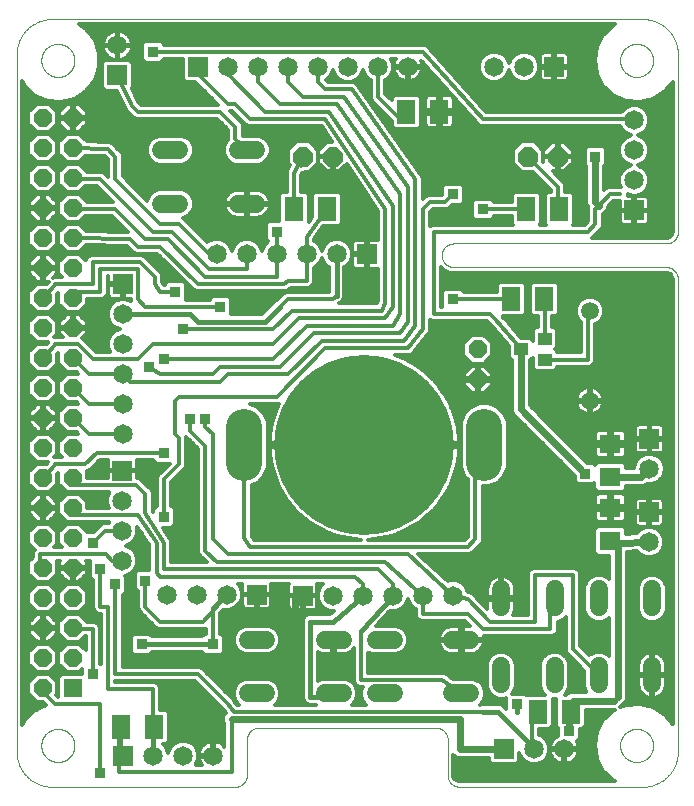
<source format=gbl>
G75*
%MOIN*%
%OFA0B0*%
%FSLAX25Y25*%
%IPPOS*%
%LPD*%
%AMOC8*
5,1,8,0,0,1.08239X$1,22.5*
%
%ADD10C,0.00000*%
%ADD11R,0.06000X0.06000*%
%ADD12OC8,0.06000*%
%ADD13C,0.05906*%
%ADD14R,0.06500X0.06500*%
%ADD15C,0.06500*%
%ADD16C,0.60000*%
%ADD17C,0.12000*%
%ADD18R,0.04500X0.04000*%
%ADD19C,0.06000*%
%ADD20OC8,0.06600*%
%ADD21R,0.06299X0.07874*%
%ADD22R,0.07087X0.06299*%
%ADD23C,0.02400*%
%ADD24R,0.03562X0.03562*%
%ADD25C,0.01600*%
%ADD26C,0.01200*%
%ADD27C,0.03562*%
%ADD28C,0.03169*%
D10*
X0037312Y0035098D02*
X0098336Y0035098D01*
X0098460Y0035100D01*
X0098583Y0035106D01*
X0098707Y0035115D01*
X0098829Y0035129D01*
X0098952Y0035146D01*
X0099074Y0035168D01*
X0099195Y0035193D01*
X0099315Y0035222D01*
X0099434Y0035254D01*
X0099553Y0035291D01*
X0099670Y0035331D01*
X0099785Y0035374D01*
X0099900Y0035422D01*
X0100012Y0035473D01*
X0100123Y0035527D01*
X0100233Y0035585D01*
X0100340Y0035646D01*
X0100446Y0035711D01*
X0100549Y0035779D01*
X0100650Y0035850D01*
X0100749Y0035924D01*
X0100846Y0036001D01*
X0100940Y0036082D01*
X0101031Y0036165D01*
X0101120Y0036251D01*
X0101206Y0036340D01*
X0101289Y0036431D01*
X0101370Y0036525D01*
X0101447Y0036622D01*
X0101521Y0036721D01*
X0101592Y0036822D01*
X0101660Y0036925D01*
X0101725Y0037031D01*
X0101786Y0037138D01*
X0101844Y0037248D01*
X0101898Y0037359D01*
X0101949Y0037471D01*
X0101997Y0037586D01*
X0102040Y0037701D01*
X0102080Y0037818D01*
X0102117Y0037937D01*
X0102149Y0038056D01*
X0102178Y0038176D01*
X0102203Y0038297D01*
X0102225Y0038419D01*
X0102242Y0038542D01*
X0102256Y0038664D01*
X0102265Y0038788D01*
X0102271Y0038911D01*
X0102273Y0039035D01*
X0102273Y0050846D01*
X0102275Y0050970D01*
X0102281Y0051093D01*
X0102290Y0051217D01*
X0102304Y0051339D01*
X0102321Y0051462D01*
X0102343Y0051584D01*
X0102368Y0051705D01*
X0102397Y0051825D01*
X0102429Y0051944D01*
X0102466Y0052063D01*
X0102506Y0052180D01*
X0102549Y0052295D01*
X0102597Y0052410D01*
X0102648Y0052522D01*
X0102702Y0052633D01*
X0102760Y0052743D01*
X0102821Y0052850D01*
X0102886Y0052956D01*
X0102954Y0053059D01*
X0103025Y0053160D01*
X0103099Y0053259D01*
X0103176Y0053356D01*
X0103257Y0053450D01*
X0103340Y0053541D01*
X0103426Y0053630D01*
X0103515Y0053716D01*
X0103606Y0053799D01*
X0103700Y0053880D01*
X0103797Y0053957D01*
X0103896Y0054031D01*
X0103997Y0054102D01*
X0104100Y0054170D01*
X0104206Y0054235D01*
X0104313Y0054296D01*
X0104423Y0054354D01*
X0104534Y0054408D01*
X0104646Y0054459D01*
X0104761Y0054507D01*
X0104876Y0054550D01*
X0104993Y0054590D01*
X0105112Y0054627D01*
X0105231Y0054659D01*
X0105351Y0054688D01*
X0105472Y0054713D01*
X0105594Y0054735D01*
X0105717Y0054752D01*
X0105839Y0054766D01*
X0105963Y0054775D01*
X0106086Y0054781D01*
X0106210Y0054783D01*
X0165265Y0054783D01*
X0165389Y0054781D01*
X0165512Y0054775D01*
X0165636Y0054766D01*
X0165758Y0054752D01*
X0165881Y0054735D01*
X0166003Y0054713D01*
X0166124Y0054688D01*
X0166244Y0054659D01*
X0166363Y0054627D01*
X0166482Y0054590D01*
X0166599Y0054550D01*
X0166714Y0054507D01*
X0166829Y0054459D01*
X0166941Y0054408D01*
X0167052Y0054354D01*
X0167162Y0054296D01*
X0167269Y0054235D01*
X0167375Y0054170D01*
X0167478Y0054102D01*
X0167579Y0054031D01*
X0167678Y0053957D01*
X0167775Y0053880D01*
X0167869Y0053799D01*
X0167960Y0053716D01*
X0168049Y0053630D01*
X0168135Y0053541D01*
X0168218Y0053450D01*
X0168299Y0053356D01*
X0168376Y0053259D01*
X0168450Y0053160D01*
X0168521Y0053059D01*
X0168589Y0052956D01*
X0168654Y0052850D01*
X0168715Y0052743D01*
X0168773Y0052633D01*
X0168827Y0052522D01*
X0168878Y0052410D01*
X0168926Y0052295D01*
X0168969Y0052180D01*
X0169009Y0052063D01*
X0169046Y0051944D01*
X0169078Y0051825D01*
X0169107Y0051705D01*
X0169132Y0051584D01*
X0169154Y0051462D01*
X0169171Y0051339D01*
X0169185Y0051217D01*
X0169194Y0051093D01*
X0169200Y0050970D01*
X0169202Y0050846D01*
X0169202Y0039035D01*
X0169204Y0038911D01*
X0169210Y0038788D01*
X0169219Y0038664D01*
X0169233Y0038542D01*
X0169250Y0038419D01*
X0169272Y0038297D01*
X0169297Y0038176D01*
X0169326Y0038056D01*
X0169358Y0037937D01*
X0169395Y0037818D01*
X0169435Y0037701D01*
X0169478Y0037586D01*
X0169526Y0037471D01*
X0169577Y0037359D01*
X0169631Y0037248D01*
X0169689Y0037138D01*
X0169750Y0037031D01*
X0169815Y0036925D01*
X0169883Y0036822D01*
X0169954Y0036721D01*
X0170028Y0036622D01*
X0170105Y0036525D01*
X0170186Y0036431D01*
X0170269Y0036340D01*
X0170355Y0036251D01*
X0170444Y0036165D01*
X0170535Y0036082D01*
X0170629Y0036001D01*
X0170726Y0035924D01*
X0170825Y0035850D01*
X0170926Y0035779D01*
X0171029Y0035711D01*
X0171135Y0035646D01*
X0171242Y0035585D01*
X0171352Y0035527D01*
X0171463Y0035473D01*
X0171575Y0035422D01*
X0171690Y0035374D01*
X0171805Y0035331D01*
X0171922Y0035291D01*
X0172041Y0035254D01*
X0172160Y0035222D01*
X0172280Y0035193D01*
X0172401Y0035168D01*
X0172523Y0035146D01*
X0172646Y0035129D01*
X0172768Y0035115D01*
X0172892Y0035106D01*
X0173015Y0035100D01*
X0173139Y0035098D01*
X0234162Y0035098D01*
X0234447Y0035101D01*
X0234733Y0035112D01*
X0235018Y0035129D01*
X0235302Y0035153D01*
X0235586Y0035184D01*
X0235869Y0035222D01*
X0236150Y0035267D01*
X0236431Y0035318D01*
X0236711Y0035376D01*
X0236989Y0035441D01*
X0237265Y0035513D01*
X0237539Y0035591D01*
X0237812Y0035676D01*
X0238082Y0035768D01*
X0238350Y0035866D01*
X0238616Y0035970D01*
X0238879Y0036081D01*
X0239139Y0036198D01*
X0239397Y0036321D01*
X0239651Y0036451D01*
X0239902Y0036587D01*
X0240150Y0036728D01*
X0240394Y0036876D01*
X0240635Y0037029D01*
X0240871Y0037189D01*
X0241104Y0037354D01*
X0241333Y0037524D01*
X0241558Y0037700D01*
X0241778Y0037882D01*
X0241994Y0038068D01*
X0242205Y0038260D01*
X0242412Y0038457D01*
X0242614Y0038659D01*
X0242811Y0038866D01*
X0243003Y0039077D01*
X0243189Y0039293D01*
X0243371Y0039513D01*
X0243547Y0039738D01*
X0243717Y0039967D01*
X0243882Y0040200D01*
X0244042Y0040436D01*
X0244195Y0040677D01*
X0244343Y0040921D01*
X0244484Y0041169D01*
X0244620Y0041420D01*
X0244750Y0041674D01*
X0244873Y0041932D01*
X0244990Y0042192D01*
X0245101Y0042455D01*
X0245205Y0042721D01*
X0245303Y0042989D01*
X0245395Y0043259D01*
X0245480Y0043532D01*
X0245558Y0043806D01*
X0245630Y0044082D01*
X0245695Y0044360D01*
X0245753Y0044640D01*
X0245804Y0044921D01*
X0245849Y0045202D01*
X0245887Y0045485D01*
X0245918Y0045769D01*
X0245942Y0046053D01*
X0245959Y0046338D01*
X0245970Y0046624D01*
X0245973Y0046909D01*
X0245973Y0204390D01*
X0245971Y0204514D01*
X0245965Y0204637D01*
X0245956Y0204761D01*
X0245942Y0204883D01*
X0245925Y0205006D01*
X0245903Y0205128D01*
X0245878Y0205249D01*
X0245849Y0205369D01*
X0245817Y0205488D01*
X0245780Y0205607D01*
X0245740Y0205724D01*
X0245697Y0205839D01*
X0245649Y0205954D01*
X0245598Y0206066D01*
X0245544Y0206177D01*
X0245486Y0206287D01*
X0245425Y0206394D01*
X0245360Y0206500D01*
X0245292Y0206603D01*
X0245221Y0206704D01*
X0245147Y0206803D01*
X0245070Y0206900D01*
X0244989Y0206994D01*
X0244906Y0207085D01*
X0244820Y0207174D01*
X0244731Y0207260D01*
X0244640Y0207343D01*
X0244546Y0207424D01*
X0244449Y0207501D01*
X0244350Y0207575D01*
X0244249Y0207646D01*
X0244146Y0207714D01*
X0244040Y0207779D01*
X0243933Y0207840D01*
X0243823Y0207898D01*
X0243712Y0207952D01*
X0243600Y0208003D01*
X0243485Y0208051D01*
X0243370Y0208094D01*
X0243253Y0208134D01*
X0243134Y0208171D01*
X0243015Y0208203D01*
X0242895Y0208232D01*
X0242774Y0208257D01*
X0242652Y0208279D01*
X0242529Y0208296D01*
X0242407Y0208310D01*
X0242283Y0208319D01*
X0242160Y0208325D01*
X0242036Y0208327D01*
X0171170Y0208327D01*
X0171046Y0208329D01*
X0170923Y0208335D01*
X0170799Y0208344D01*
X0170677Y0208358D01*
X0170554Y0208375D01*
X0170432Y0208397D01*
X0170311Y0208422D01*
X0170191Y0208451D01*
X0170072Y0208483D01*
X0169953Y0208520D01*
X0169836Y0208560D01*
X0169721Y0208603D01*
X0169606Y0208651D01*
X0169494Y0208702D01*
X0169383Y0208756D01*
X0169273Y0208814D01*
X0169166Y0208875D01*
X0169060Y0208940D01*
X0168957Y0209008D01*
X0168856Y0209079D01*
X0168757Y0209153D01*
X0168660Y0209230D01*
X0168566Y0209311D01*
X0168475Y0209394D01*
X0168386Y0209480D01*
X0168300Y0209569D01*
X0168217Y0209660D01*
X0168136Y0209754D01*
X0168059Y0209851D01*
X0167985Y0209950D01*
X0167914Y0210051D01*
X0167846Y0210154D01*
X0167781Y0210260D01*
X0167720Y0210367D01*
X0167662Y0210477D01*
X0167608Y0210588D01*
X0167557Y0210700D01*
X0167509Y0210815D01*
X0167466Y0210930D01*
X0167426Y0211047D01*
X0167389Y0211166D01*
X0167357Y0211285D01*
X0167328Y0211405D01*
X0167303Y0211526D01*
X0167281Y0211648D01*
X0167264Y0211771D01*
X0167250Y0211893D01*
X0167241Y0212017D01*
X0167235Y0212140D01*
X0167233Y0212264D01*
X0167235Y0212388D01*
X0167241Y0212511D01*
X0167250Y0212635D01*
X0167264Y0212757D01*
X0167281Y0212880D01*
X0167303Y0213002D01*
X0167328Y0213123D01*
X0167357Y0213243D01*
X0167389Y0213362D01*
X0167426Y0213481D01*
X0167466Y0213598D01*
X0167509Y0213713D01*
X0167557Y0213828D01*
X0167608Y0213940D01*
X0167662Y0214051D01*
X0167720Y0214161D01*
X0167781Y0214268D01*
X0167846Y0214374D01*
X0167914Y0214477D01*
X0167985Y0214578D01*
X0168059Y0214677D01*
X0168136Y0214774D01*
X0168217Y0214868D01*
X0168300Y0214959D01*
X0168386Y0215048D01*
X0168475Y0215134D01*
X0168566Y0215217D01*
X0168660Y0215298D01*
X0168757Y0215375D01*
X0168856Y0215449D01*
X0168957Y0215520D01*
X0169060Y0215588D01*
X0169166Y0215653D01*
X0169273Y0215714D01*
X0169383Y0215772D01*
X0169494Y0215826D01*
X0169606Y0215877D01*
X0169721Y0215925D01*
X0169836Y0215968D01*
X0169953Y0216008D01*
X0170072Y0216045D01*
X0170191Y0216077D01*
X0170311Y0216106D01*
X0170432Y0216131D01*
X0170554Y0216153D01*
X0170677Y0216170D01*
X0170799Y0216184D01*
X0170923Y0216193D01*
X0171046Y0216199D01*
X0171170Y0216201D01*
X0242036Y0216201D01*
X0242160Y0216203D01*
X0242283Y0216209D01*
X0242407Y0216218D01*
X0242529Y0216232D01*
X0242652Y0216249D01*
X0242774Y0216271D01*
X0242895Y0216296D01*
X0243015Y0216325D01*
X0243134Y0216357D01*
X0243253Y0216394D01*
X0243370Y0216434D01*
X0243485Y0216477D01*
X0243600Y0216525D01*
X0243712Y0216576D01*
X0243823Y0216630D01*
X0243933Y0216688D01*
X0244040Y0216749D01*
X0244146Y0216814D01*
X0244249Y0216882D01*
X0244350Y0216953D01*
X0244449Y0217027D01*
X0244546Y0217104D01*
X0244640Y0217185D01*
X0244731Y0217268D01*
X0244820Y0217354D01*
X0244906Y0217443D01*
X0244989Y0217534D01*
X0245070Y0217628D01*
X0245147Y0217725D01*
X0245221Y0217824D01*
X0245292Y0217925D01*
X0245360Y0218028D01*
X0245425Y0218134D01*
X0245486Y0218241D01*
X0245544Y0218351D01*
X0245598Y0218462D01*
X0245649Y0218574D01*
X0245697Y0218689D01*
X0245740Y0218804D01*
X0245780Y0218921D01*
X0245817Y0219040D01*
X0245849Y0219159D01*
X0245878Y0219279D01*
X0245903Y0219400D01*
X0245925Y0219522D01*
X0245942Y0219645D01*
X0245956Y0219767D01*
X0245965Y0219891D01*
X0245971Y0220014D01*
X0245973Y0220138D01*
X0245973Y0279193D01*
X0245970Y0279478D01*
X0245959Y0279764D01*
X0245942Y0280049D01*
X0245918Y0280333D01*
X0245887Y0280617D01*
X0245849Y0280900D01*
X0245804Y0281181D01*
X0245753Y0281462D01*
X0245695Y0281742D01*
X0245630Y0282020D01*
X0245558Y0282296D01*
X0245480Y0282570D01*
X0245395Y0282843D01*
X0245303Y0283113D01*
X0245205Y0283381D01*
X0245101Y0283647D01*
X0244990Y0283910D01*
X0244873Y0284170D01*
X0244750Y0284428D01*
X0244620Y0284682D01*
X0244484Y0284933D01*
X0244343Y0285181D01*
X0244195Y0285425D01*
X0244042Y0285666D01*
X0243882Y0285902D01*
X0243717Y0286135D01*
X0243547Y0286364D01*
X0243371Y0286589D01*
X0243189Y0286809D01*
X0243003Y0287025D01*
X0242811Y0287236D01*
X0242614Y0287443D01*
X0242412Y0287645D01*
X0242205Y0287842D01*
X0241994Y0288034D01*
X0241778Y0288220D01*
X0241558Y0288402D01*
X0241333Y0288578D01*
X0241104Y0288748D01*
X0240871Y0288913D01*
X0240635Y0289073D01*
X0240394Y0289226D01*
X0240150Y0289374D01*
X0239902Y0289515D01*
X0239651Y0289651D01*
X0239397Y0289781D01*
X0239139Y0289904D01*
X0238879Y0290021D01*
X0238616Y0290132D01*
X0238350Y0290236D01*
X0238082Y0290334D01*
X0237812Y0290426D01*
X0237539Y0290511D01*
X0237265Y0290589D01*
X0236989Y0290661D01*
X0236711Y0290726D01*
X0236431Y0290784D01*
X0236150Y0290835D01*
X0235869Y0290880D01*
X0235586Y0290918D01*
X0235302Y0290949D01*
X0235018Y0290973D01*
X0234733Y0290990D01*
X0234447Y0291001D01*
X0234162Y0291004D01*
X0037312Y0291004D01*
X0037027Y0291001D01*
X0036741Y0290990D01*
X0036456Y0290973D01*
X0036172Y0290949D01*
X0035888Y0290918D01*
X0035605Y0290880D01*
X0035324Y0290835D01*
X0035043Y0290784D01*
X0034763Y0290726D01*
X0034485Y0290661D01*
X0034209Y0290589D01*
X0033935Y0290511D01*
X0033662Y0290426D01*
X0033392Y0290334D01*
X0033124Y0290236D01*
X0032858Y0290132D01*
X0032595Y0290021D01*
X0032335Y0289904D01*
X0032077Y0289781D01*
X0031823Y0289651D01*
X0031572Y0289515D01*
X0031324Y0289374D01*
X0031080Y0289226D01*
X0030839Y0289073D01*
X0030603Y0288913D01*
X0030370Y0288748D01*
X0030141Y0288578D01*
X0029916Y0288402D01*
X0029696Y0288220D01*
X0029480Y0288034D01*
X0029269Y0287842D01*
X0029062Y0287645D01*
X0028860Y0287443D01*
X0028663Y0287236D01*
X0028471Y0287025D01*
X0028285Y0286809D01*
X0028103Y0286589D01*
X0027927Y0286364D01*
X0027757Y0286135D01*
X0027592Y0285902D01*
X0027432Y0285666D01*
X0027279Y0285425D01*
X0027131Y0285181D01*
X0026990Y0284933D01*
X0026854Y0284682D01*
X0026724Y0284428D01*
X0026601Y0284170D01*
X0026484Y0283910D01*
X0026373Y0283647D01*
X0026269Y0283381D01*
X0026171Y0283113D01*
X0026079Y0282843D01*
X0025994Y0282570D01*
X0025916Y0282296D01*
X0025844Y0282020D01*
X0025779Y0281742D01*
X0025721Y0281462D01*
X0025670Y0281181D01*
X0025625Y0280900D01*
X0025587Y0280617D01*
X0025556Y0280333D01*
X0025532Y0280049D01*
X0025515Y0279764D01*
X0025504Y0279478D01*
X0025501Y0279193D01*
X0025501Y0046909D01*
X0025504Y0046624D01*
X0025515Y0046338D01*
X0025532Y0046053D01*
X0025556Y0045769D01*
X0025587Y0045485D01*
X0025625Y0045202D01*
X0025670Y0044921D01*
X0025721Y0044640D01*
X0025779Y0044360D01*
X0025844Y0044082D01*
X0025916Y0043806D01*
X0025994Y0043532D01*
X0026079Y0043259D01*
X0026171Y0042989D01*
X0026269Y0042721D01*
X0026373Y0042455D01*
X0026484Y0042192D01*
X0026601Y0041932D01*
X0026724Y0041674D01*
X0026854Y0041420D01*
X0026990Y0041169D01*
X0027131Y0040921D01*
X0027279Y0040677D01*
X0027432Y0040436D01*
X0027592Y0040200D01*
X0027757Y0039967D01*
X0027927Y0039738D01*
X0028103Y0039513D01*
X0028285Y0039293D01*
X0028471Y0039077D01*
X0028663Y0038866D01*
X0028860Y0038659D01*
X0029062Y0038457D01*
X0029269Y0038260D01*
X0029480Y0038068D01*
X0029696Y0037882D01*
X0029916Y0037700D01*
X0030141Y0037524D01*
X0030370Y0037354D01*
X0030603Y0037189D01*
X0030839Y0037029D01*
X0031080Y0036876D01*
X0031324Y0036728D01*
X0031572Y0036587D01*
X0031823Y0036451D01*
X0032077Y0036321D01*
X0032335Y0036198D01*
X0032595Y0036081D01*
X0032858Y0035970D01*
X0033124Y0035866D01*
X0033392Y0035768D01*
X0033662Y0035676D01*
X0033935Y0035591D01*
X0034209Y0035513D01*
X0034485Y0035441D01*
X0034763Y0035376D01*
X0035043Y0035318D01*
X0035324Y0035267D01*
X0035605Y0035222D01*
X0035888Y0035184D01*
X0036172Y0035153D01*
X0036456Y0035129D01*
X0036741Y0035112D01*
X0037027Y0035101D01*
X0037312Y0035098D01*
X0033765Y0048883D02*
X0033767Y0049031D01*
X0033773Y0049179D01*
X0033783Y0049327D01*
X0033797Y0049474D01*
X0033815Y0049621D01*
X0033836Y0049767D01*
X0033862Y0049913D01*
X0033892Y0050058D01*
X0033925Y0050202D01*
X0033963Y0050345D01*
X0034004Y0050487D01*
X0034049Y0050628D01*
X0034097Y0050768D01*
X0034150Y0050907D01*
X0034206Y0051044D01*
X0034266Y0051179D01*
X0034329Y0051313D01*
X0034396Y0051445D01*
X0034467Y0051575D01*
X0034541Y0051703D01*
X0034618Y0051829D01*
X0034699Y0051953D01*
X0034783Y0052075D01*
X0034870Y0052194D01*
X0034961Y0052311D01*
X0035055Y0052426D01*
X0035151Y0052538D01*
X0035251Y0052648D01*
X0035353Y0052754D01*
X0035459Y0052858D01*
X0035567Y0052959D01*
X0035678Y0053057D01*
X0035791Y0053153D01*
X0035907Y0053245D01*
X0036025Y0053334D01*
X0036146Y0053419D01*
X0036269Y0053502D01*
X0036394Y0053581D01*
X0036521Y0053657D01*
X0036650Y0053729D01*
X0036781Y0053798D01*
X0036914Y0053863D01*
X0037049Y0053924D01*
X0037185Y0053982D01*
X0037322Y0054037D01*
X0037461Y0054087D01*
X0037602Y0054134D01*
X0037743Y0054177D01*
X0037886Y0054217D01*
X0038030Y0054252D01*
X0038174Y0054284D01*
X0038320Y0054311D01*
X0038466Y0054335D01*
X0038613Y0054355D01*
X0038760Y0054371D01*
X0038907Y0054383D01*
X0039055Y0054391D01*
X0039203Y0054395D01*
X0039351Y0054395D01*
X0039499Y0054391D01*
X0039647Y0054383D01*
X0039794Y0054371D01*
X0039941Y0054355D01*
X0040088Y0054335D01*
X0040234Y0054311D01*
X0040380Y0054284D01*
X0040524Y0054252D01*
X0040668Y0054217D01*
X0040811Y0054177D01*
X0040952Y0054134D01*
X0041093Y0054087D01*
X0041232Y0054037D01*
X0041369Y0053982D01*
X0041505Y0053924D01*
X0041640Y0053863D01*
X0041773Y0053798D01*
X0041904Y0053729D01*
X0042033Y0053657D01*
X0042160Y0053581D01*
X0042285Y0053502D01*
X0042408Y0053419D01*
X0042529Y0053334D01*
X0042647Y0053245D01*
X0042763Y0053153D01*
X0042876Y0053057D01*
X0042987Y0052959D01*
X0043095Y0052858D01*
X0043201Y0052754D01*
X0043303Y0052648D01*
X0043403Y0052538D01*
X0043499Y0052426D01*
X0043593Y0052311D01*
X0043684Y0052194D01*
X0043771Y0052075D01*
X0043855Y0051953D01*
X0043936Y0051829D01*
X0044013Y0051703D01*
X0044087Y0051575D01*
X0044158Y0051445D01*
X0044225Y0051313D01*
X0044288Y0051179D01*
X0044348Y0051044D01*
X0044404Y0050907D01*
X0044457Y0050768D01*
X0044505Y0050628D01*
X0044550Y0050487D01*
X0044591Y0050345D01*
X0044629Y0050202D01*
X0044662Y0050058D01*
X0044692Y0049913D01*
X0044718Y0049767D01*
X0044739Y0049621D01*
X0044757Y0049474D01*
X0044771Y0049327D01*
X0044781Y0049179D01*
X0044787Y0049031D01*
X0044789Y0048883D01*
X0044787Y0048735D01*
X0044781Y0048587D01*
X0044771Y0048439D01*
X0044757Y0048292D01*
X0044739Y0048145D01*
X0044718Y0047999D01*
X0044692Y0047853D01*
X0044662Y0047708D01*
X0044629Y0047564D01*
X0044591Y0047421D01*
X0044550Y0047279D01*
X0044505Y0047138D01*
X0044457Y0046998D01*
X0044404Y0046859D01*
X0044348Y0046722D01*
X0044288Y0046587D01*
X0044225Y0046453D01*
X0044158Y0046321D01*
X0044087Y0046191D01*
X0044013Y0046063D01*
X0043936Y0045937D01*
X0043855Y0045813D01*
X0043771Y0045691D01*
X0043684Y0045572D01*
X0043593Y0045455D01*
X0043499Y0045340D01*
X0043403Y0045228D01*
X0043303Y0045118D01*
X0043201Y0045012D01*
X0043095Y0044908D01*
X0042987Y0044807D01*
X0042876Y0044709D01*
X0042763Y0044613D01*
X0042647Y0044521D01*
X0042529Y0044432D01*
X0042408Y0044347D01*
X0042285Y0044264D01*
X0042160Y0044185D01*
X0042033Y0044109D01*
X0041904Y0044037D01*
X0041773Y0043968D01*
X0041640Y0043903D01*
X0041505Y0043842D01*
X0041369Y0043784D01*
X0041232Y0043729D01*
X0041093Y0043679D01*
X0040952Y0043632D01*
X0040811Y0043589D01*
X0040668Y0043549D01*
X0040524Y0043514D01*
X0040380Y0043482D01*
X0040234Y0043455D01*
X0040088Y0043431D01*
X0039941Y0043411D01*
X0039794Y0043395D01*
X0039647Y0043383D01*
X0039499Y0043375D01*
X0039351Y0043371D01*
X0039203Y0043371D01*
X0039055Y0043375D01*
X0038907Y0043383D01*
X0038760Y0043395D01*
X0038613Y0043411D01*
X0038466Y0043431D01*
X0038320Y0043455D01*
X0038174Y0043482D01*
X0038030Y0043514D01*
X0037886Y0043549D01*
X0037743Y0043589D01*
X0037602Y0043632D01*
X0037461Y0043679D01*
X0037322Y0043729D01*
X0037185Y0043784D01*
X0037049Y0043842D01*
X0036914Y0043903D01*
X0036781Y0043968D01*
X0036650Y0044037D01*
X0036521Y0044109D01*
X0036394Y0044185D01*
X0036269Y0044264D01*
X0036146Y0044347D01*
X0036025Y0044432D01*
X0035907Y0044521D01*
X0035791Y0044613D01*
X0035678Y0044709D01*
X0035567Y0044807D01*
X0035459Y0044908D01*
X0035353Y0045012D01*
X0035251Y0045118D01*
X0035151Y0045228D01*
X0035055Y0045340D01*
X0034961Y0045455D01*
X0034870Y0045572D01*
X0034783Y0045691D01*
X0034699Y0045813D01*
X0034618Y0045937D01*
X0034541Y0046063D01*
X0034467Y0046191D01*
X0034396Y0046321D01*
X0034329Y0046453D01*
X0034266Y0046587D01*
X0034206Y0046722D01*
X0034150Y0046859D01*
X0034097Y0046998D01*
X0034049Y0047138D01*
X0034004Y0047279D01*
X0033963Y0047421D01*
X0033925Y0047564D01*
X0033892Y0047708D01*
X0033862Y0047853D01*
X0033836Y0047999D01*
X0033815Y0048145D01*
X0033797Y0048292D01*
X0033783Y0048439D01*
X0033773Y0048587D01*
X0033767Y0048735D01*
X0033765Y0048883D01*
X0226679Y0048883D02*
X0226681Y0049031D01*
X0226687Y0049179D01*
X0226697Y0049327D01*
X0226711Y0049474D01*
X0226729Y0049621D01*
X0226750Y0049767D01*
X0226776Y0049913D01*
X0226806Y0050058D01*
X0226839Y0050202D01*
X0226877Y0050345D01*
X0226918Y0050487D01*
X0226963Y0050628D01*
X0227011Y0050768D01*
X0227064Y0050907D01*
X0227120Y0051044D01*
X0227180Y0051179D01*
X0227243Y0051313D01*
X0227310Y0051445D01*
X0227381Y0051575D01*
X0227455Y0051703D01*
X0227532Y0051829D01*
X0227613Y0051953D01*
X0227697Y0052075D01*
X0227784Y0052194D01*
X0227875Y0052311D01*
X0227969Y0052426D01*
X0228065Y0052538D01*
X0228165Y0052648D01*
X0228267Y0052754D01*
X0228373Y0052858D01*
X0228481Y0052959D01*
X0228592Y0053057D01*
X0228705Y0053153D01*
X0228821Y0053245D01*
X0228939Y0053334D01*
X0229060Y0053419D01*
X0229183Y0053502D01*
X0229308Y0053581D01*
X0229435Y0053657D01*
X0229564Y0053729D01*
X0229695Y0053798D01*
X0229828Y0053863D01*
X0229963Y0053924D01*
X0230099Y0053982D01*
X0230236Y0054037D01*
X0230375Y0054087D01*
X0230516Y0054134D01*
X0230657Y0054177D01*
X0230800Y0054217D01*
X0230944Y0054252D01*
X0231088Y0054284D01*
X0231234Y0054311D01*
X0231380Y0054335D01*
X0231527Y0054355D01*
X0231674Y0054371D01*
X0231821Y0054383D01*
X0231969Y0054391D01*
X0232117Y0054395D01*
X0232265Y0054395D01*
X0232413Y0054391D01*
X0232561Y0054383D01*
X0232708Y0054371D01*
X0232855Y0054355D01*
X0233002Y0054335D01*
X0233148Y0054311D01*
X0233294Y0054284D01*
X0233438Y0054252D01*
X0233582Y0054217D01*
X0233725Y0054177D01*
X0233866Y0054134D01*
X0234007Y0054087D01*
X0234146Y0054037D01*
X0234283Y0053982D01*
X0234419Y0053924D01*
X0234554Y0053863D01*
X0234687Y0053798D01*
X0234818Y0053729D01*
X0234947Y0053657D01*
X0235074Y0053581D01*
X0235199Y0053502D01*
X0235322Y0053419D01*
X0235443Y0053334D01*
X0235561Y0053245D01*
X0235677Y0053153D01*
X0235790Y0053057D01*
X0235901Y0052959D01*
X0236009Y0052858D01*
X0236115Y0052754D01*
X0236217Y0052648D01*
X0236317Y0052538D01*
X0236413Y0052426D01*
X0236507Y0052311D01*
X0236598Y0052194D01*
X0236685Y0052075D01*
X0236769Y0051953D01*
X0236850Y0051829D01*
X0236927Y0051703D01*
X0237001Y0051575D01*
X0237072Y0051445D01*
X0237139Y0051313D01*
X0237202Y0051179D01*
X0237262Y0051044D01*
X0237318Y0050907D01*
X0237371Y0050768D01*
X0237419Y0050628D01*
X0237464Y0050487D01*
X0237505Y0050345D01*
X0237543Y0050202D01*
X0237576Y0050058D01*
X0237606Y0049913D01*
X0237632Y0049767D01*
X0237653Y0049621D01*
X0237671Y0049474D01*
X0237685Y0049327D01*
X0237695Y0049179D01*
X0237701Y0049031D01*
X0237703Y0048883D01*
X0237701Y0048735D01*
X0237695Y0048587D01*
X0237685Y0048439D01*
X0237671Y0048292D01*
X0237653Y0048145D01*
X0237632Y0047999D01*
X0237606Y0047853D01*
X0237576Y0047708D01*
X0237543Y0047564D01*
X0237505Y0047421D01*
X0237464Y0047279D01*
X0237419Y0047138D01*
X0237371Y0046998D01*
X0237318Y0046859D01*
X0237262Y0046722D01*
X0237202Y0046587D01*
X0237139Y0046453D01*
X0237072Y0046321D01*
X0237001Y0046191D01*
X0236927Y0046063D01*
X0236850Y0045937D01*
X0236769Y0045813D01*
X0236685Y0045691D01*
X0236598Y0045572D01*
X0236507Y0045455D01*
X0236413Y0045340D01*
X0236317Y0045228D01*
X0236217Y0045118D01*
X0236115Y0045012D01*
X0236009Y0044908D01*
X0235901Y0044807D01*
X0235790Y0044709D01*
X0235677Y0044613D01*
X0235561Y0044521D01*
X0235443Y0044432D01*
X0235322Y0044347D01*
X0235199Y0044264D01*
X0235074Y0044185D01*
X0234947Y0044109D01*
X0234818Y0044037D01*
X0234687Y0043968D01*
X0234554Y0043903D01*
X0234419Y0043842D01*
X0234283Y0043784D01*
X0234146Y0043729D01*
X0234007Y0043679D01*
X0233866Y0043632D01*
X0233725Y0043589D01*
X0233582Y0043549D01*
X0233438Y0043514D01*
X0233294Y0043482D01*
X0233148Y0043455D01*
X0233002Y0043431D01*
X0232855Y0043411D01*
X0232708Y0043395D01*
X0232561Y0043383D01*
X0232413Y0043375D01*
X0232265Y0043371D01*
X0232117Y0043371D01*
X0231969Y0043375D01*
X0231821Y0043383D01*
X0231674Y0043395D01*
X0231527Y0043411D01*
X0231380Y0043431D01*
X0231234Y0043455D01*
X0231088Y0043482D01*
X0230944Y0043514D01*
X0230800Y0043549D01*
X0230657Y0043589D01*
X0230516Y0043632D01*
X0230375Y0043679D01*
X0230236Y0043729D01*
X0230099Y0043784D01*
X0229963Y0043842D01*
X0229828Y0043903D01*
X0229695Y0043968D01*
X0229564Y0044037D01*
X0229435Y0044109D01*
X0229308Y0044185D01*
X0229183Y0044264D01*
X0229060Y0044347D01*
X0228939Y0044432D01*
X0228821Y0044521D01*
X0228705Y0044613D01*
X0228592Y0044709D01*
X0228481Y0044807D01*
X0228373Y0044908D01*
X0228267Y0045012D01*
X0228165Y0045118D01*
X0228065Y0045228D01*
X0227969Y0045340D01*
X0227875Y0045455D01*
X0227784Y0045572D01*
X0227697Y0045691D01*
X0227613Y0045813D01*
X0227532Y0045937D01*
X0227455Y0046063D01*
X0227381Y0046191D01*
X0227310Y0046321D01*
X0227243Y0046453D01*
X0227180Y0046587D01*
X0227120Y0046722D01*
X0227064Y0046859D01*
X0227011Y0046998D01*
X0226963Y0047138D01*
X0226918Y0047279D01*
X0226877Y0047421D01*
X0226839Y0047564D01*
X0226806Y0047708D01*
X0226776Y0047853D01*
X0226750Y0047999D01*
X0226729Y0048145D01*
X0226711Y0048292D01*
X0226697Y0048439D01*
X0226687Y0048587D01*
X0226681Y0048735D01*
X0226679Y0048883D01*
X0226679Y0277230D02*
X0226681Y0277378D01*
X0226687Y0277526D01*
X0226697Y0277674D01*
X0226711Y0277821D01*
X0226729Y0277968D01*
X0226750Y0278114D01*
X0226776Y0278260D01*
X0226806Y0278405D01*
X0226839Y0278549D01*
X0226877Y0278692D01*
X0226918Y0278834D01*
X0226963Y0278975D01*
X0227011Y0279115D01*
X0227064Y0279254D01*
X0227120Y0279391D01*
X0227180Y0279526D01*
X0227243Y0279660D01*
X0227310Y0279792D01*
X0227381Y0279922D01*
X0227455Y0280050D01*
X0227532Y0280176D01*
X0227613Y0280300D01*
X0227697Y0280422D01*
X0227784Y0280541D01*
X0227875Y0280658D01*
X0227969Y0280773D01*
X0228065Y0280885D01*
X0228165Y0280995D01*
X0228267Y0281101D01*
X0228373Y0281205D01*
X0228481Y0281306D01*
X0228592Y0281404D01*
X0228705Y0281500D01*
X0228821Y0281592D01*
X0228939Y0281681D01*
X0229060Y0281766D01*
X0229183Y0281849D01*
X0229308Y0281928D01*
X0229435Y0282004D01*
X0229564Y0282076D01*
X0229695Y0282145D01*
X0229828Y0282210D01*
X0229963Y0282271D01*
X0230099Y0282329D01*
X0230236Y0282384D01*
X0230375Y0282434D01*
X0230516Y0282481D01*
X0230657Y0282524D01*
X0230800Y0282564D01*
X0230944Y0282599D01*
X0231088Y0282631D01*
X0231234Y0282658D01*
X0231380Y0282682D01*
X0231527Y0282702D01*
X0231674Y0282718D01*
X0231821Y0282730D01*
X0231969Y0282738D01*
X0232117Y0282742D01*
X0232265Y0282742D01*
X0232413Y0282738D01*
X0232561Y0282730D01*
X0232708Y0282718D01*
X0232855Y0282702D01*
X0233002Y0282682D01*
X0233148Y0282658D01*
X0233294Y0282631D01*
X0233438Y0282599D01*
X0233582Y0282564D01*
X0233725Y0282524D01*
X0233866Y0282481D01*
X0234007Y0282434D01*
X0234146Y0282384D01*
X0234283Y0282329D01*
X0234419Y0282271D01*
X0234554Y0282210D01*
X0234687Y0282145D01*
X0234818Y0282076D01*
X0234947Y0282004D01*
X0235074Y0281928D01*
X0235199Y0281849D01*
X0235322Y0281766D01*
X0235443Y0281681D01*
X0235561Y0281592D01*
X0235677Y0281500D01*
X0235790Y0281404D01*
X0235901Y0281306D01*
X0236009Y0281205D01*
X0236115Y0281101D01*
X0236217Y0280995D01*
X0236317Y0280885D01*
X0236413Y0280773D01*
X0236507Y0280658D01*
X0236598Y0280541D01*
X0236685Y0280422D01*
X0236769Y0280300D01*
X0236850Y0280176D01*
X0236927Y0280050D01*
X0237001Y0279922D01*
X0237072Y0279792D01*
X0237139Y0279660D01*
X0237202Y0279526D01*
X0237262Y0279391D01*
X0237318Y0279254D01*
X0237371Y0279115D01*
X0237419Y0278975D01*
X0237464Y0278834D01*
X0237505Y0278692D01*
X0237543Y0278549D01*
X0237576Y0278405D01*
X0237606Y0278260D01*
X0237632Y0278114D01*
X0237653Y0277968D01*
X0237671Y0277821D01*
X0237685Y0277674D01*
X0237695Y0277526D01*
X0237701Y0277378D01*
X0237703Y0277230D01*
X0237701Y0277082D01*
X0237695Y0276934D01*
X0237685Y0276786D01*
X0237671Y0276639D01*
X0237653Y0276492D01*
X0237632Y0276346D01*
X0237606Y0276200D01*
X0237576Y0276055D01*
X0237543Y0275911D01*
X0237505Y0275768D01*
X0237464Y0275626D01*
X0237419Y0275485D01*
X0237371Y0275345D01*
X0237318Y0275206D01*
X0237262Y0275069D01*
X0237202Y0274934D01*
X0237139Y0274800D01*
X0237072Y0274668D01*
X0237001Y0274538D01*
X0236927Y0274410D01*
X0236850Y0274284D01*
X0236769Y0274160D01*
X0236685Y0274038D01*
X0236598Y0273919D01*
X0236507Y0273802D01*
X0236413Y0273687D01*
X0236317Y0273575D01*
X0236217Y0273465D01*
X0236115Y0273359D01*
X0236009Y0273255D01*
X0235901Y0273154D01*
X0235790Y0273056D01*
X0235677Y0272960D01*
X0235561Y0272868D01*
X0235443Y0272779D01*
X0235322Y0272694D01*
X0235199Y0272611D01*
X0235074Y0272532D01*
X0234947Y0272456D01*
X0234818Y0272384D01*
X0234687Y0272315D01*
X0234554Y0272250D01*
X0234419Y0272189D01*
X0234283Y0272131D01*
X0234146Y0272076D01*
X0234007Y0272026D01*
X0233866Y0271979D01*
X0233725Y0271936D01*
X0233582Y0271896D01*
X0233438Y0271861D01*
X0233294Y0271829D01*
X0233148Y0271802D01*
X0233002Y0271778D01*
X0232855Y0271758D01*
X0232708Y0271742D01*
X0232561Y0271730D01*
X0232413Y0271722D01*
X0232265Y0271718D01*
X0232117Y0271718D01*
X0231969Y0271722D01*
X0231821Y0271730D01*
X0231674Y0271742D01*
X0231527Y0271758D01*
X0231380Y0271778D01*
X0231234Y0271802D01*
X0231088Y0271829D01*
X0230944Y0271861D01*
X0230800Y0271896D01*
X0230657Y0271936D01*
X0230516Y0271979D01*
X0230375Y0272026D01*
X0230236Y0272076D01*
X0230099Y0272131D01*
X0229963Y0272189D01*
X0229828Y0272250D01*
X0229695Y0272315D01*
X0229564Y0272384D01*
X0229435Y0272456D01*
X0229308Y0272532D01*
X0229183Y0272611D01*
X0229060Y0272694D01*
X0228939Y0272779D01*
X0228821Y0272868D01*
X0228705Y0272960D01*
X0228592Y0273056D01*
X0228481Y0273154D01*
X0228373Y0273255D01*
X0228267Y0273359D01*
X0228165Y0273465D01*
X0228065Y0273575D01*
X0227969Y0273687D01*
X0227875Y0273802D01*
X0227784Y0273919D01*
X0227697Y0274038D01*
X0227613Y0274160D01*
X0227532Y0274284D01*
X0227455Y0274410D01*
X0227381Y0274538D01*
X0227310Y0274668D01*
X0227243Y0274800D01*
X0227180Y0274934D01*
X0227120Y0275069D01*
X0227064Y0275206D01*
X0227011Y0275345D01*
X0226963Y0275485D01*
X0226918Y0275626D01*
X0226877Y0275768D01*
X0226839Y0275911D01*
X0226806Y0276055D01*
X0226776Y0276200D01*
X0226750Y0276346D01*
X0226729Y0276492D01*
X0226711Y0276639D01*
X0226697Y0276786D01*
X0226687Y0276934D01*
X0226681Y0277082D01*
X0226679Y0277230D01*
X0033765Y0277230D02*
X0033767Y0277378D01*
X0033773Y0277526D01*
X0033783Y0277674D01*
X0033797Y0277821D01*
X0033815Y0277968D01*
X0033836Y0278114D01*
X0033862Y0278260D01*
X0033892Y0278405D01*
X0033925Y0278549D01*
X0033963Y0278692D01*
X0034004Y0278834D01*
X0034049Y0278975D01*
X0034097Y0279115D01*
X0034150Y0279254D01*
X0034206Y0279391D01*
X0034266Y0279526D01*
X0034329Y0279660D01*
X0034396Y0279792D01*
X0034467Y0279922D01*
X0034541Y0280050D01*
X0034618Y0280176D01*
X0034699Y0280300D01*
X0034783Y0280422D01*
X0034870Y0280541D01*
X0034961Y0280658D01*
X0035055Y0280773D01*
X0035151Y0280885D01*
X0035251Y0280995D01*
X0035353Y0281101D01*
X0035459Y0281205D01*
X0035567Y0281306D01*
X0035678Y0281404D01*
X0035791Y0281500D01*
X0035907Y0281592D01*
X0036025Y0281681D01*
X0036146Y0281766D01*
X0036269Y0281849D01*
X0036394Y0281928D01*
X0036521Y0282004D01*
X0036650Y0282076D01*
X0036781Y0282145D01*
X0036914Y0282210D01*
X0037049Y0282271D01*
X0037185Y0282329D01*
X0037322Y0282384D01*
X0037461Y0282434D01*
X0037602Y0282481D01*
X0037743Y0282524D01*
X0037886Y0282564D01*
X0038030Y0282599D01*
X0038174Y0282631D01*
X0038320Y0282658D01*
X0038466Y0282682D01*
X0038613Y0282702D01*
X0038760Y0282718D01*
X0038907Y0282730D01*
X0039055Y0282738D01*
X0039203Y0282742D01*
X0039351Y0282742D01*
X0039499Y0282738D01*
X0039647Y0282730D01*
X0039794Y0282718D01*
X0039941Y0282702D01*
X0040088Y0282682D01*
X0040234Y0282658D01*
X0040380Y0282631D01*
X0040524Y0282599D01*
X0040668Y0282564D01*
X0040811Y0282524D01*
X0040952Y0282481D01*
X0041093Y0282434D01*
X0041232Y0282384D01*
X0041369Y0282329D01*
X0041505Y0282271D01*
X0041640Y0282210D01*
X0041773Y0282145D01*
X0041904Y0282076D01*
X0042033Y0282004D01*
X0042160Y0281928D01*
X0042285Y0281849D01*
X0042408Y0281766D01*
X0042529Y0281681D01*
X0042647Y0281592D01*
X0042763Y0281500D01*
X0042876Y0281404D01*
X0042987Y0281306D01*
X0043095Y0281205D01*
X0043201Y0281101D01*
X0043303Y0280995D01*
X0043403Y0280885D01*
X0043499Y0280773D01*
X0043593Y0280658D01*
X0043684Y0280541D01*
X0043771Y0280422D01*
X0043855Y0280300D01*
X0043936Y0280176D01*
X0044013Y0280050D01*
X0044087Y0279922D01*
X0044158Y0279792D01*
X0044225Y0279660D01*
X0044288Y0279526D01*
X0044348Y0279391D01*
X0044404Y0279254D01*
X0044457Y0279115D01*
X0044505Y0278975D01*
X0044550Y0278834D01*
X0044591Y0278692D01*
X0044629Y0278549D01*
X0044662Y0278405D01*
X0044692Y0278260D01*
X0044718Y0278114D01*
X0044739Y0277968D01*
X0044757Y0277821D01*
X0044771Y0277674D01*
X0044781Y0277526D01*
X0044787Y0277378D01*
X0044789Y0277230D01*
X0044787Y0277082D01*
X0044781Y0276934D01*
X0044771Y0276786D01*
X0044757Y0276639D01*
X0044739Y0276492D01*
X0044718Y0276346D01*
X0044692Y0276200D01*
X0044662Y0276055D01*
X0044629Y0275911D01*
X0044591Y0275768D01*
X0044550Y0275626D01*
X0044505Y0275485D01*
X0044457Y0275345D01*
X0044404Y0275206D01*
X0044348Y0275069D01*
X0044288Y0274934D01*
X0044225Y0274800D01*
X0044158Y0274668D01*
X0044087Y0274538D01*
X0044013Y0274410D01*
X0043936Y0274284D01*
X0043855Y0274160D01*
X0043771Y0274038D01*
X0043684Y0273919D01*
X0043593Y0273802D01*
X0043499Y0273687D01*
X0043403Y0273575D01*
X0043303Y0273465D01*
X0043201Y0273359D01*
X0043095Y0273255D01*
X0042987Y0273154D01*
X0042876Y0273056D01*
X0042763Y0272960D01*
X0042647Y0272868D01*
X0042529Y0272779D01*
X0042408Y0272694D01*
X0042285Y0272611D01*
X0042160Y0272532D01*
X0042033Y0272456D01*
X0041904Y0272384D01*
X0041773Y0272315D01*
X0041640Y0272250D01*
X0041505Y0272189D01*
X0041369Y0272131D01*
X0041232Y0272076D01*
X0041093Y0272026D01*
X0040952Y0271979D01*
X0040811Y0271936D01*
X0040668Y0271896D01*
X0040524Y0271861D01*
X0040380Y0271829D01*
X0040234Y0271802D01*
X0040088Y0271778D01*
X0039941Y0271758D01*
X0039794Y0271742D01*
X0039647Y0271730D01*
X0039499Y0271722D01*
X0039351Y0271718D01*
X0039203Y0271718D01*
X0039055Y0271722D01*
X0038907Y0271730D01*
X0038760Y0271742D01*
X0038613Y0271758D01*
X0038466Y0271778D01*
X0038320Y0271802D01*
X0038174Y0271829D01*
X0038030Y0271861D01*
X0037886Y0271896D01*
X0037743Y0271936D01*
X0037602Y0271979D01*
X0037461Y0272026D01*
X0037322Y0272076D01*
X0037185Y0272131D01*
X0037049Y0272189D01*
X0036914Y0272250D01*
X0036781Y0272315D01*
X0036650Y0272384D01*
X0036521Y0272456D01*
X0036394Y0272532D01*
X0036269Y0272611D01*
X0036146Y0272694D01*
X0036025Y0272779D01*
X0035907Y0272868D01*
X0035791Y0272960D01*
X0035678Y0273056D01*
X0035567Y0273154D01*
X0035459Y0273255D01*
X0035353Y0273359D01*
X0035251Y0273465D01*
X0035151Y0273575D01*
X0035055Y0273687D01*
X0034961Y0273802D01*
X0034870Y0273919D01*
X0034783Y0274038D01*
X0034699Y0274160D01*
X0034618Y0274284D01*
X0034541Y0274410D01*
X0034467Y0274538D01*
X0034396Y0274668D01*
X0034329Y0274800D01*
X0034266Y0274934D01*
X0034206Y0275069D01*
X0034150Y0275206D01*
X0034097Y0275345D01*
X0034049Y0275485D01*
X0034004Y0275626D01*
X0033963Y0275768D01*
X0033925Y0275911D01*
X0033892Y0276055D01*
X0033862Y0276200D01*
X0033836Y0276346D01*
X0033815Y0276492D01*
X0033797Y0276639D01*
X0033783Y0276786D01*
X0033773Y0276934D01*
X0033767Y0277082D01*
X0033765Y0277230D01*
D11*
X0044277Y0068057D03*
D12*
X0034277Y0068057D03*
X0034277Y0078057D03*
X0044277Y0078057D03*
X0044277Y0088057D03*
X0034277Y0088057D03*
X0034277Y0098057D03*
X0044277Y0098057D03*
X0044277Y0108057D03*
X0034277Y0108057D03*
X0034277Y0118057D03*
X0044277Y0118057D03*
X0044277Y0128057D03*
X0034277Y0128057D03*
X0034277Y0138057D03*
X0044277Y0138057D03*
X0044277Y0148057D03*
X0034277Y0148057D03*
X0034277Y0158057D03*
X0044277Y0158057D03*
X0044277Y0168057D03*
X0034277Y0168057D03*
X0034277Y0178057D03*
X0044277Y0178057D03*
X0044277Y0188057D03*
X0034277Y0188057D03*
X0034277Y0198057D03*
X0044277Y0198057D03*
X0044277Y0208057D03*
X0034277Y0208057D03*
X0034277Y0218057D03*
X0044277Y0218057D03*
X0044277Y0228057D03*
X0034277Y0228057D03*
X0034277Y0238057D03*
X0044277Y0238057D03*
X0044277Y0248057D03*
X0034277Y0248057D03*
X0034277Y0258057D03*
X0044277Y0258057D03*
X0179267Y0180911D03*
X0179267Y0170911D03*
D13*
X0216600Y0163805D03*
X0216600Y0193726D03*
D14*
X0231423Y0227210D03*
X0204720Y0275104D03*
X0142220Y0212604D03*
X0060970Y0202604D03*
X0060763Y0140498D03*
X0105576Y0099149D03*
X0120970Y0098854D03*
X0188076Y0047643D03*
X0061076Y0045403D03*
X0236403Y0126659D03*
X0236472Y0151049D03*
X0059139Y0272210D03*
X0085970Y0275104D03*
D15*
X0095970Y0275104D03*
X0105970Y0275104D03*
X0115970Y0275104D03*
X0125970Y0275104D03*
X0135970Y0275104D03*
X0145970Y0275104D03*
X0155970Y0275104D03*
X0184720Y0275104D03*
X0194720Y0275104D03*
X0231423Y0257210D03*
X0231423Y0247210D03*
X0231423Y0237210D03*
X0132220Y0212604D03*
X0122220Y0212604D03*
X0112220Y0212604D03*
X0102220Y0212604D03*
X0092220Y0212604D03*
X0060970Y0192604D03*
X0060970Y0182604D03*
X0060970Y0172604D03*
X0060970Y0162604D03*
X0060970Y0152604D03*
X0060763Y0130498D03*
X0060763Y0120498D03*
X0060763Y0110498D03*
X0075576Y0099149D03*
X0085576Y0099149D03*
X0095576Y0099149D03*
X0130970Y0098854D03*
X0140970Y0098854D03*
X0150970Y0098854D03*
X0160970Y0098854D03*
X0170970Y0098854D03*
X0236403Y0116659D03*
X0236472Y0141049D03*
X0208076Y0047643D03*
X0198076Y0047643D03*
X0091076Y0045403D03*
X0081076Y0045403D03*
X0071076Y0045403D03*
X0059139Y0282210D03*
D16*
X0141423Y0149100D03*
D17*
X0181423Y0143100D02*
X0181423Y0155100D01*
X0101423Y0155100D02*
X0101423Y0143100D01*
D18*
X0193663Y0181009D03*
X0201663Y0177509D03*
X0201663Y0184509D03*
D19*
X0105392Y0229452D02*
X0099392Y0229452D01*
X0079792Y0229452D02*
X0073792Y0229452D01*
X0073792Y0247252D02*
X0079792Y0247252D01*
X0099392Y0247252D02*
X0105392Y0247252D01*
X0187070Y0100904D02*
X0187070Y0094904D01*
X0176770Y0084004D02*
X0170770Y0084004D01*
X0187070Y0075304D02*
X0187070Y0069304D01*
X0176770Y0066204D02*
X0170770Y0066204D01*
X0151170Y0066204D02*
X0145170Y0066204D01*
X0134270Y0066204D02*
X0128270Y0066204D01*
X0108670Y0066204D02*
X0102670Y0066204D01*
X0102670Y0084004D02*
X0108670Y0084004D01*
X0128270Y0084004D02*
X0134270Y0084004D01*
X0145170Y0084004D02*
X0151170Y0084004D01*
X0204870Y0075304D02*
X0204870Y0069304D01*
X0219570Y0069304D02*
X0219570Y0075304D01*
X0237370Y0075304D02*
X0237370Y0069304D01*
X0237370Y0094904D02*
X0237370Y0100904D01*
X0219570Y0100904D02*
X0219570Y0094904D01*
X0204870Y0094904D02*
X0204870Y0100904D01*
D20*
X0205970Y0245104D03*
X0195970Y0245104D03*
X0130970Y0245104D03*
X0120970Y0245104D03*
D21*
X0117958Y0227604D03*
X0128982Y0227604D03*
X0155458Y0260104D03*
X0166482Y0260104D03*
X0195458Y0227604D03*
X0206482Y0227604D03*
X0201482Y0197604D03*
X0190458Y0197604D03*
X0199208Y0060104D03*
X0210232Y0060104D03*
X0071482Y0055104D03*
X0060458Y0055104D03*
D22*
X0223470Y0117092D03*
X0223470Y0128116D03*
X0223470Y0138342D03*
X0223470Y0149366D03*
D23*
X0223470Y0138342D02*
X0233765Y0138342D01*
X0236472Y0141049D01*
X0215148Y0139479D02*
X0193663Y0160964D01*
X0193663Y0181009D01*
X0219720Y0228854D02*
X0218470Y0230104D01*
X0218470Y0245104D01*
X0225970Y0116354D02*
X0236403Y0116659D01*
X0225970Y0116354D02*
X0225970Y0065104D01*
X0224720Y0063854D02*
X0210970Y0063854D01*
X0209720Y0058854D02*
X0209720Y0053854D01*
X0188076Y0047643D02*
X0173470Y0047604D01*
X0173470Y0057604D01*
X0097220Y0057604D01*
X0118470Y0075104D02*
X0118470Y0097604D01*
X0120970Y0098854D01*
X0131270Y0084004D02*
X0130970Y0083704D01*
X0130970Y0075104D01*
D24*
X0130970Y0075104D03*
X0118470Y0075104D03*
X0090970Y0082604D03*
X0067220Y0082604D03*
X0050970Y0072604D03*
X0058470Y0102604D03*
X0053470Y0107604D03*
X0050970Y0116354D03*
X0068470Y0103854D03*
X0074720Y0125104D03*
X0074720Y0146354D03*
X0083470Y0157604D03*
X0088470Y0157604D03*
X0074720Y0177604D03*
X0069720Y0175104D03*
X0080970Y0187604D03*
X0093470Y0195104D03*
X0078470Y0200104D03*
X0112220Y0220104D03*
X0166595Y0251979D03*
X0170970Y0232604D03*
X0180970Y0227604D03*
X0218470Y0245104D03*
X0170970Y0197604D03*
X0215148Y0139479D03*
X0192220Y0062604D03*
X0209720Y0053854D03*
X0053470Y0039604D03*
X0070970Y0280104D03*
D25*
X0166482Y0260104D02*
X0166482Y0252092D01*
X0166595Y0251979D01*
X0132220Y0212604D02*
X0132220Y0198854D01*
X0113470Y0195104D02*
X0108470Y0190104D01*
X0085970Y0190104D01*
X0083470Y0192604D01*
X0060970Y0192604D01*
X0140970Y0098854D02*
X0130970Y0090104D01*
X0123470Y0090104D01*
X0123470Y0065104D01*
X0129870Y0065104D01*
X0131270Y0066204D01*
X0140345Y0086979D02*
X0150970Y0098854D01*
X0192220Y0062604D02*
X0192220Y0060104D01*
X0185970Y0060104D02*
X0197220Y0048854D01*
X0197220Y0050104D01*
X0197220Y0048854D02*
X0198470Y0047604D01*
X0198470Y0046787D01*
X0198076Y0047643D01*
X0185970Y0060104D02*
X0180970Y0060104D01*
X0090970Y0082604D02*
X0067220Y0082604D01*
D26*
X0063639Y0082427D02*
X0060870Y0082427D01*
X0060870Y0083625D02*
X0063639Y0083625D01*
X0063639Y0084824D02*
X0060870Y0084824D01*
X0060870Y0086022D02*
X0064530Y0086022D01*
X0064693Y0086185D02*
X0063639Y0085131D01*
X0063639Y0080077D01*
X0064693Y0079023D01*
X0069747Y0079023D01*
X0070728Y0080004D01*
X0087462Y0080004D01*
X0088443Y0079023D01*
X0093497Y0079023D01*
X0094551Y0080077D01*
X0094551Y0085131D01*
X0093497Y0086185D01*
X0093370Y0086185D01*
X0093370Y0092913D01*
X0094440Y0094154D01*
X0094572Y0094099D01*
X0096581Y0094099D01*
X0098437Y0094868D01*
X0099858Y0096289D01*
X0100626Y0098145D01*
X0100626Y0100154D01*
X0099858Y0102010D01*
X0099163Y0102704D01*
X0100752Y0102704D01*
X0100726Y0102610D01*
X0100726Y0099424D01*
X0105301Y0099424D01*
X0105301Y0098874D01*
X0100726Y0098874D01*
X0100726Y0095689D01*
X0100835Y0095282D01*
X0101046Y0094917D01*
X0101344Y0094619D01*
X0101709Y0094408D01*
X0102116Y0094299D01*
X0105301Y0094299D01*
X0105301Y0098874D01*
X0105851Y0098874D01*
X0105851Y0094299D01*
X0109037Y0094299D01*
X0109444Y0094408D01*
X0109809Y0094619D01*
X0110107Y0094917D01*
X0110317Y0095282D01*
X0110426Y0095689D01*
X0110426Y0098874D01*
X0105851Y0098874D01*
X0105851Y0099424D01*
X0110426Y0099424D01*
X0110426Y0102610D01*
X0110401Y0102704D01*
X0116224Y0102704D01*
X0116120Y0102315D01*
X0116120Y0099129D01*
X0120695Y0099129D01*
X0120695Y0098579D01*
X0116120Y0098579D01*
X0116120Y0095393D01*
X0116229Y0094986D01*
X0116440Y0094622D01*
X0116738Y0094324D01*
X0117102Y0094113D01*
X0117509Y0094004D01*
X0120695Y0094004D01*
X0120695Y0098579D01*
X0121245Y0098579D01*
X0121245Y0099129D01*
X0125820Y0099129D01*
X0125820Y0102315D01*
X0125716Y0102704D01*
X0127678Y0102704D01*
X0126689Y0101715D01*
X0125920Y0099858D01*
X0125920Y0097849D01*
X0126689Y0095993D01*
X0128109Y0094573D01*
X0129966Y0093804D01*
X0131250Y0093804D01*
X0129993Y0092704D01*
X0122953Y0092704D01*
X0121997Y0092308D01*
X0121266Y0091577D01*
X0120870Y0090621D01*
X0120870Y0064587D01*
X0121266Y0063631D01*
X0121997Y0062900D01*
X0122953Y0062504D01*
X0125182Y0062504D01*
X0111758Y0062504D01*
X0112739Y0063485D01*
X0113470Y0065249D01*
X0113470Y0067159D01*
X0112739Y0068923D01*
X0111389Y0070273D01*
X0109625Y0071004D01*
X0101715Y0071004D01*
X0099951Y0070273D01*
X0098601Y0068923D01*
X0097870Y0067159D01*
X0097870Y0065249D01*
X0098601Y0063485D01*
X0099582Y0062504D01*
X0099124Y0062504D01*
X0098057Y0063837D01*
X0098005Y0063963D01*
X0097761Y0064207D01*
X0097546Y0064476D01*
X0097426Y0064542D01*
X0088005Y0073963D01*
X0087330Y0074639D01*
X0086447Y0075004D01*
X0060870Y0075004D01*
X0060870Y0099023D01*
X0060997Y0099023D01*
X0062051Y0100077D01*
X0062051Y0105131D01*
X0061734Y0105448D01*
X0061768Y0105448D01*
X0063624Y0106216D01*
X0065045Y0107637D01*
X0065813Y0109493D01*
X0065813Y0111502D01*
X0065045Y0113358D01*
X0063624Y0114779D01*
X0061889Y0115498D01*
X0063624Y0116216D01*
X0065045Y0117637D01*
X0065813Y0119493D01*
X0065813Y0121502D01*
X0065665Y0121859D01*
X0069820Y0115627D01*
X0069820Y0107435D01*
X0065943Y0107435D01*
X0064889Y0106381D01*
X0064889Y0101327D01*
X0065943Y0100273D01*
X0066070Y0100273D01*
X0066070Y0094627D01*
X0066435Y0093744D01*
X0067111Y0093069D01*
X0072111Y0088069D01*
X0072993Y0087704D01*
X0087395Y0087704D01*
X0087483Y0087675D01*
X0087870Y0087704D01*
X0088258Y0087704D01*
X0088343Y0087739D01*
X0088435Y0087746D01*
X0088570Y0087814D01*
X0088570Y0086185D01*
X0088443Y0086185D01*
X0087462Y0085204D01*
X0070728Y0085204D01*
X0069747Y0086185D01*
X0064693Y0086185D01*
X0060870Y0087221D02*
X0088570Y0087221D01*
X0088280Y0086022D02*
X0069910Y0086022D01*
X0071761Y0088419D02*
X0060870Y0088419D01*
X0060870Y0089618D02*
X0070562Y0089618D01*
X0069364Y0090816D02*
X0060870Y0090816D01*
X0060870Y0092015D02*
X0068165Y0092015D01*
X0066967Y0093213D02*
X0060870Y0093213D01*
X0060870Y0094412D02*
X0066159Y0094412D01*
X0066070Y0095610D02*
X0060870Y0095610D01*
X0060870Y0096809D02*
X0066070Y0096809D01*
X0066070Y0098007D02*
X0060870Y0098007D01*
X0061180Y0099206D02*
X0066070Y0099206D01*
X0065812Y0100404D02*
X0062051Y0100404D01*
X0062051Y0101603D02*
X0064889Y0101603D01*
X0064889Y0102801D02*
X0062051Y0102801D01*
X0062051Y0104000D02*
X0064889Y0104000D01*
X0064889Y0105198D02*
X0061984Y0105198D01*
X0063804Y0106397D02*
X0064905Y0106397D01*
X0065003Y0107595D02*
X0069820Y0107595D01*
X0069820Y0108794D02*
X0065524Y0108794D01*
X0065813Y0109992D02*
X0069820Y0109992D01*
X0069820Y0111191D02*
X0065813Y0111191D01*
X0065446Y0112389D02*
X0069820Y0112389D01*
X0069820Y0113588D02*
X0064815Y0113588D01*
X0063606Y0114786D02*
X0069820Y0114786D01*
X0069582Y0115985D02*
X0063065Y0115985D01*
X0064591Y0117183D02*
X0068783Y0117183D01*
X0067984Y0118382D02*
X0065353Y0118382D01*
X0065813Y0119580D02*
X0067185Y0119580D01*
X0066386Y0120779D02*
X0065813Y0120779D01*
X0060763Y0120498D02*
X0055114Y0120498D01*
X0050970Y0116354D01*
X0055345Y0112604D02*
X0033470Y0112604D01*
X0033470Y0108864D01*
X0034277Y0108057D01*
X0031070Y0111638D02*
X0029477Y0110045D01*
X0029477Y0106068D01*
X0032289Y0103257D01*
X0036265Y0103257D01*
X0039077Y0106068D01*
X0039077Y0110045D01*
X0038918Y0110204D01*
X0039919Y0110204D01*
X0039677Y0109962D01*
X0039677Y0108457D01*
X0043877Y0108457D01*
X0043877Y0107657D01*
X0039677Y0107657D01*
X0039677Y0106151D01*
X0042372Y0103457D01*
X0043877Y0103457D01*
X0043877Y0107657D01*
X0044677Y0107657D01*
X0044677Y0108457D01*
X0048877Y0108457D01*
X0048877Y0109962D01*
X0048635Y0110204D01*
X0049962Y0110204D01*
X0049889Y0110131D01*
X0049889Y0105077D01*
X0050943Y0104023D01*
X0051070Y0104023D01*
X0051070Y0094627D01*
X0051435Y0093744D01*
X0052111Y0093069D01*
X0052993Y0092704D01*
X0053570Y0092704D01*
X0053570Y0076112D01*
X0053497Y0076185D01*
X0053370Y0076185D01*
X0053370Y0088081D01*
X0053005Y0088963D01*
X0052330Y0089639D01*
X0051447Y0090004D01*
X0049077Y0090004D01*
X0049077Y0090045D01*
X0046265Y0092857D01*
X0042289Y0092857D01*
X0039477Y0090045D01*
X0039477Y0086068D01*
X0042289Y0083257D01*
X0046265Y0083257D01*
X0048213Y0085204D01*
X0048570Y0085204D01*
X0048570Y0080552D01*
X0046265Y0082857D01*
X0042289Y0082857D01*
X0039477Y0080045D01*
X0039477Y0076068D01*
X0042289Y0073257D01*
X0046265Y0073257D01*
X0047389Y0074380D01*
X0047389Y0072857D01*
X0040532Y0072857D01*
X0039477Y0071802D01*
X0039477Y0065004D01*
X0039464Y0065004D01*
X0038738Y0065730D01*
X0039077Y0066068D01*
X0039077Y0070045D01*
X0036265Y0072857D01*
X0032289Y0072857D01*
X0029477Y0070045D01*
X0029477Y0066068D01*
X0032289Y0063257D01*
X0034423Y0063257D01*
X0035409Y0062271D01*
X0031617Y0060608D01*
X0028225Y0057485D01*
X0027301Y0055777D01*
X0027301Y0270337D01*
X0028225Y0268628D01*
X0031617Y0265506D01*
X0035839Y0263654D01*
X0040434Y0263273D01*
X0044903Y0264405D01*
X0048762Y0266926D01*
X0051594Y0270564D01*
X0053091Y0274925D01*
X0053091Y0279535D01*
X0051594Y0283895D01*
X0048762Y0287534D01*
X0046206Y0289204D01*
X0225100Y0289204D01*
X0224531Y0288954D01*
X0221139Y0285832D01*
X0218945Y0281777D01*
X0218186Y0277230D01*
X0218945Y0272683D01*
X0221139Y0268628D01*
X0224531Y0265506D01*
X0228753Y0263654D01*
X0233347Y0263273D01*
X0237816Y0264405D01*
X0241676Y0266926D01*
X0244173Y0270135D01*
X0244173Y0220138D01*
X0244132Y0219721D01*
X0243813Y0218950D01*
X0243224Y0218361D01*
X0242453Y0218042D01*
X0242036Y0218001D01*
X0217164Y0218001D01*
X0217330Y0218069D01*
X0218005Y0218744D01*
X0220505Y0221244D01*
X0220870Y0222127D01*
X0220870Y0226083D01*
X0221419Y0226311D01*
X0222263Y0227155D01*
X0222720Y0228257D01*
X0222720Y0228460D01*
X0224464Y0230204D01*
X0226573Y0230204D01*
X0226573Y0227485D01*
X0231148Y0227485D01*
X0231148Y0226935D01*
X0231698Y0226935D01*
X0231698Y0222360D01*
X0234883Y0222360D01*
X0235290Y0222469D01*
X0235655Y0222680D01*
X0235953Y0222978D01*
X0236164Y0223343D01*
X0236273Y0223750D01*
X0236273Y0226935D01*
X0231698Y0226935D01*
X0231698Y0227485D01*
X0236273Y0227485D01*
X0236273Y0230671D01*
X0236164Y0231078D01*
X0235953Y0231443D01*
X0235655Y0231741D01*
X0235290Y0231951D01*
X0234883Y0232060D01*
X0231698Y0232060D01*
X0231698Y0227485D01*
X0231148Y0227485D01*
X0231148Y0232060D01*
X0229189Y0232060D01*
X0229217Y0232127D01*
X0229217Y0232658D01*
X0230418Y0232160D01*
X0232427Y0232160D01*
X0234283Y0232929D01*
X0235704Y0234350D01*
X0236473Y0236206D01*
X0236473Y0238215D01*
X0235704Y0240071D01*
X0234283Y0241491D01*
X0232548Y0242210D01*
X0234283Y0242929D01*
X0235704Y0244350D01*
X0236473Y0246206D01*
X0236473Y0248215D01*
X0235704Y0250071D01*
X0234283Y0251491D01*
X0232548Y0252210D01*
X0234283Y0252929D01*
X0235704Y0254350D01*
X0236473Y0256206D01*
X0236473Y0258215D01*
X0235704Y0260071D01*
X0234283Y0261491D01*
X0232427Y0262260D01*
X0230418Y0262260D01*
X0228562Y0261491D01*
X0227142Y0260071D01*
X0227114Y0260004D01*
X0182048Y0260004D01*
X0163033Y0281396D01*
X0163005Y0281463D01*
X0162717Y0281751D01*
X0162447Y0282055D01*
X0162381Y0282087D01*
X0162330Y0282139D01*
X0161954Y0282294D01*
X0161588Y0282472D01*
X0161515Y0282476D01*
X0161447Y0282504D01*
X0161041Y0282504D01*
X0160634Y0282528D01*
X0160566Y0282504D01*
X0074551Y0282504D01*
X0074551Y0282631D01*
X0073497Y0283685D01*
X0068443Y0283685D01*
X0067389Y0282631D01*
X0067389Y0277577D01*
X0068443Y0276523D01*
X0073497Y0276523D01*
X0074551Y0277577D01*
X0074551Y0277704D01*
X0080920Y0277704D01*
X0080920Y0271108D01*
X0081974Y0270054D01*
X0085126Y0270054D01*
X0092676Y0262504D01*
X0066964Y0262504D01*
X0066045Y0263423D01*
X0063881Y0267907D01*
X0064189Y0268215D01*
X0064189Y0276206D01*
X0063135Y0277260D01*
X0055144Y0277260D01*
X0054089Y0276206D01*
X0054089Y0268215D01*
X0055144Y0267160D01*
X0058912Y0267160D01*
X0061869Y0261032D01*
X0062026Y0260654D01*
X0062076Y0260604D01*
X0062107Y0260540D01*
X0062412Y0260268D01*
X0063935Y0258744D01*
X0064611Y0258069D01*
X0065493Y0257704D01*
X0092476Y0257704D01*
X0096070Y0254110D01*
X0096070Y0250718D01*
X0095323Y0249971D01*
X0094592Y0248207D01*
X0094592Y0246297D01*
X0095323Y0244533D01*
X0096673Y0243183D01*
X0098437Y0242452D01*
X0106347Y0242452D01*
X0108111Y0243183D01*
X0109461Y0244533D01*
X0110192Y0246297D01*
X0110192Y0248207D01*
X0109461Y0249971D01*
X0108111Y0251321D01*
X0106347Y0252052D01*
X0100986Y0252052D01*
X0100870Y0252168D01*
X0100870Y0255581D01*
X0100505Y0256463D01*
X0099830Y0257139D01*
X0096764Y0260204D01*
X0097476Y0260204D01*
X0101435Y0256244D01*
X0102111Y0255569D01*
X0102993Y0255204D01*
X0127186Y0255204D01*
X0130652Y0250004D01*
X0128940Y0250004D01*
X0126070Y0247134D01*
X0126070Y0245304D01*
X0130770Y0245304D01*
X0130770Y0244904D01*
X0126070Y0244904D01*
X0126070Y0243074D01*
X0128940Y0240204D01*
X0130770Y0240204D01*
X0130770Y0244904D01*
X0131170Y0244904D01*
X0131170Y0240204D01*
X0133000Y0240204D01*
X0135511Y0242716D01*
X0146070Y0226877D01*
X0146070Y0217350D01*
X0145681Y0217454D01*
X0142495Y0217454D01*
X0142495Y0212879D01*
X0141945Y0212879D01*
X0141945Y0217454D01*
X0138759Y0217454D01*
X0138352Y0217345D01*
X0137988Y0217134D01*
X0137690Y0216836D01*
X0137479Y0216472D01*
X0137370Y0216065D01*
X0137370Y0212879D01*
X0141945Y0212879D01*
X0141945Y0212329D01*
X0137370Y0212329D01*
X0137370Y0209143D01*
X0137479Y0208736D01*
X0137690Y0208372D01*
X0137988Y0208074D01*
X0138352Y0207863D01*
X0138759Y0207754D01*
X0141945Y0207754D01*
X0141945Y0212329D01*
X0142495Y0212329D01*
X0142495Y0207754D01*
X0145681Y0207754D01*
X0146070Y0207858D01*
X0146070Y0196920D01*
X0145737Y0196254D01*
X0133014Y0196254D01*
X0133210Y0196450D01*
X0133693Y0196650D01*
X0134424Y0197381D01*
X0134820Y0198337D01*
X0134820Y0208215D01*
X0135081Y0208323D01*
X0136501Y0209743D01*
X0137270Y0211599D01*
X0137270Y0213608D01*
X0136501Y0215465D01*
X0135081Y0216885D01*
X0133225Y0217654D01*
X0131216Y0217654D01*
X0129359Y0216885D01*
X0127939Y0215465D01*
X0127220Y0213729D01*
X0126501Y0215465D01*
X0125081Y0216885D01*
X0124620Y0217076D01*
X0124620Y0217559D01*
X0127765Y0221867D01*
X0132877Y0221867D01*
X0133931Y0222921D01*
X0133931Y0232287D01*
X0132877Y0233341D01*
X0125087Y0233341D01*
X0124032Y0232287D01*
X0124032Y0224895D01*
X0122908Y0223354D01*
X0122908Y0232287D01*
X0121853Y0233341D01*
X0120358Y0233341D01*
X0120358Y0238979D01*
X0120751Y0239697D01*
X0121458Y0239859D01*
X0121663Y0240004D01*
X0123083Y0240004D01*
X0126070Y0242991D01*
X0126070Y0247216D01*
X0123083Y0250204D01*
X0118858Y0250204D01*
X0115870Y0247216D01*
X0115870Y0242991D01*
X0116653Y0242209D01*
X0116017Y0241045D01*
X0115924Y0240952D01*
X0115790Y0240630D01*
X0115623Y0240324D01*
X0115609Y0240192D01*
X0115558Y0240070D01*
X0115558Y0239721D01*
X0115521Y0239375D01*
X0115558Y0239247D01*
X0115558Y0233341D01*
X0114063Y0233341D01*
X0113009Y0232287D01*
X0113009Y0223685D01*
X0109693Y0223685D01*
X0108639Y0222631D01*
X0108639Y0217577D01*
X0109345Y0216871D01*
X0107939Y0215465D01*
X0107220Y0213729D01*
X0106501Y0215465D01*
X0105081Y0216885D01*
X0103225Y0217654D01*
X0101216Y0217654D01*
X0099359Y0216885D01*
X0097939Y0215465D01*
X0097220Y0213729D01*
X0096501Y0215465D01*
X0095081Y0216885D01*
X0093225Y0217654D01*
X0091216Y0217654D01*
X0089359Y0216885D01*
X0089096Y0216622D01*
X0081080Y0224639D01*
X0080897Y0224714D01*
X0082511Y0225383D01*
X0083861Y0226733D01*
X0084592Y0228497D01*
X0084592Y0230407D01*
X0083861Y0232171D01*
X0082511Y0233521D01*
X0080747Y0234252D01*
X0072837Y0234252D01*
X0071073Y0233521D01*
X0069723Y0232171D01*
X0069012Y0230456D01*
X0060870Y0238598D01*
X0060870Y0245581D01*
X0060505Y0246463D01*
X0057700Y0249268D01*
X0057407Y0249584D01*
X0057364Y0249605D01*
X0057330Y0249639D01*
X0056932Y0249803D01*
X0056540Y0249984D01*
X0056492Y0249986D01*
X0056447Y0250004D01*
X0056017Y0250004D01*
X0048840Y0250282D01*
X0046265Y0252857D01*
X0042289Y0252857D01*
X0039477Y0250045D01*
X0039477Y0246068D01*
X0042289Y0243257D01*
X0046265Y0243257D01*
X0048500Y0245491D01*
X0054938Y0245242D01*
X0056070Y0244110D01*
X0056070Y0238398D01*
X0054830Y0239639D01*
X0053947Y0240004D01*
X0049077Y0240004D01*
X0049077Y0240045D01*
X0046265Y0242857D01*
X0042289Y0242857D01*
X0039477Y0240045D01*
X0039477Y0236068D01*
X0042289Y0233257D01*
X0046265Y0233257D01*
X0048213Y0235204D01*
X0052476Y0235204D01*
X0057676Y0230004D01*
X0049077Y0230004D01*
X0049077Y0230045D01*
X0046265Y0232857D01*
X0042289Y0232857D01*
X0039477Y0230045D01*
X0039477Y0226068D01*
X0042289Y0223257D01*
X0046265Y0223257D01*
X0048213Y0225204D01*
X0057476Y0225204D01*
X0062656Y0220024D01*
X0048771Y0220351D01*
X0046265Y0222857D01*
X0042289Y0222857D01*
X0039477Y0220045D01*
X0039477Y0216068D01*
X0042289Y0213257D01*
X0046265Y0213257D01*
X0048564Y0215555D01*
X0062453Y0215227D01*
X0063935Y0213744D01*
X0064611Y0213069D01*
X0065493Y0212704D01*
X0072476Y0212704D01*
X0084611Y0200569D01*
X0085493Y0200204D01*
X0115197Y0200204D01*
X0116080Y0200569D01*
X0116964Y0201454D01*
X0122697Y0201454D01*
X0123580Y0201819D01*
X0124255Y0202494D01*
X0124620Y0203377D01*
X0124620Y0208132D01*
X0125081Y0208323D01*
X0126501Y0209743D01*
X0127220Y0211479D01*
X0127939Y0209743D01*
X0129359Y0208323D01*
X0129620Y0208215D01*
X0129620Y0200004D01*
X0115493Y0200004D01*
X0114611Y0199639D01*
X0112480Y0197508D01*
X0111997Y0197308D01*
X0107393Y0192704D01*
X0097051Y0192704D01*
X0097051Y0197631D01*
X0095997Y0198685D01*
X0090943Y0198685D01*
X0089889Y0197631D01*
X0089889Y0197504D01*
X0081978Y0197504D01*
X0082051Y0197577D01*
X0082051Y0202631D01*
X0080997Y0203685D01*
X0075943Y0203685D01*
X0074889Y0202631D01*
X0074889Y0202504D01*
X0074670Y0202504D01*
X0073995Y0203404D01*
X0073995Y0205581D01*
X0073630Y0206463D01*
X0072955Y0207139D01*
X0072955Y0207139D01*
X0068630Y0211463D01*
X0068630Y0211463D01*
X0067955Y0212139D01*
X0067072Y0212504D01*
X0050493Y0212504D01*
X0049611Y0212139D01*
X0048935Y0211463D01*
X0048570Y0210581D01*
X0048570Y0210552D01*
X0046265Y0212857D01*
X0042289Y0212857D01*
X0039477Y0210045D01*
X0039477Y0206068D01*
X0040542Y0205004D01*
X0037993Y0205004D01*
X0037544Y0204818D01*
X0038877Y0206151D01*
X0038877Y0207657D01*
X0034677Y0207657D01*
X0034677Y0208457D01*
X0033877Y0208457D01*
X0033877Y0212657D01*
X0032372Y0212657D01*
X0029677Y0209962D01*
X0029677Y0208457D01*
X0033877Y0208457D01*
X0033877Y0207657D01*
X0029677Y0207657D01*
X0029677Y0206151D01*
X0032372Y0203457D01*
X0033877Y0203457D01*
X0033877Y0207657D01*
X0034677Y0207657D01*
X0034677Y0203457D01*
X0036183Y0203457D01*
X0036256Y0203530D01*
X0036185Y0203359D01*
X0035683Y0202857D01*
X0032289Y0202857D01*
X0029477Y0200045D01*
X0029477Y0196068D01*
X0032289Y0193257D01*
X0036265Y0193257D01*
X0039077Y0196068D01*
X0039077Y0199463D01*
X0039477Y0199863D01*
X0039477Y0196068D01*
X0042289Y0193257D01*
X0046265Y0193257D01*
X0049077Y0196068D01*
X0049077Y0197704D01*
X0053947Y0197704D01*
X0054830Y0198069D01*
X0055505Y0198744D01*
X0055870Y0199627D01*
X0055870Y0205204D01*
X0056120Y0205204D01*
X0056120Y0202879D01*
X0060695Y0202879D01*
X0060695Y0202329D01*
X0056120Y0202329D01*
X0056120Y0199143D01*
X0056229Y0198736D01*
X0056440Y0198372D01*
X0056738Y0198074D01*
X0057102Y0197863D01*
X0057509Y0197754D01*
X0060695Y0197754D01*
X0060695Y0202329D01*
X0061245Y0202329D01*
X0061245Y0197754D01*
X0063570Y0197754D01*
X0063570Y0197127D01*
X0063637Y0196965D01*
X0061975Y0197654D01*
X0059966Y0197654D01*
X0058109Y0196885D01*
X0056689Y0195465D01*
X0055920Y0193608D01*
X0055920Y0191599D01*
X0056689Y0189743D01*
X0058109Y0188323D01*
X0059845Y0187604D01*
X0058109Y0186885D01*
X0056689Y0185465D01*
X0055920Y0183608D01*
X0055920Y0181599D01*
X0056581Y0180004D01*
X0051964Y0180004D01*
X0048005Y0183963D01*
X0047347Y0184621D01*
X0048877Y0186151D01*
X0048877Y0187657D01*
X0044677Y0187657D01*
X0044677Y0188457D01*
X0043877Y0188457D01*
X0043877Y0192657D01*
X0042372Y0192657D01*
X0039677Y0189962D01*
X0039677Y0188457D01*
X0043877Y0188457D01*
X0043877Y0187657D01*
X0039677Y0187657D01*
X0039677Y0186151D01*
X0040825Y0185004D01*
X0038013Y0185004D01*
X0039077Y0186068D01*
X0039077Y0190045D01*
X0036265Y0192857D01*
X0032289Y0192857D01*
X0029477Y0190045D01*
X0029477Y0186068D01*
X0032289Y0183257D01*
X0036083Y0183257D01*
X0035683Y0182857D01*
X0032289Y0182857D01*
X0029477Y0180045D01*
X0029477Y0176068D01*
X0032289Y0173257D01*
X0036265Y0173257D01*
X0039077Y0176068D01*
X0039077Y0179463D01*
X0039477Y0179863D01*
X0039477Y0176068D01*
X0042289Y0173257D01*
X0045683Y0173257D01*
X0046083Y0172857D01*
X0042289Y0172857D01*
X0039477Y0170045D01*
X0039477Y0166068D01*
X0042289Y0163257D01*
X0045683Y0163257D01*
X0046083Y0162857D01*
X0042289Y0162857D01*
X0039477Y0160045D01*
X0039477Y0156068D01*
X0042289Y0153257D01*
X0045683Y0153257D01*
X0046083Y0152857D01*
X0042289Y0152857D01*
X0039477Y0150045D01*
X0039477Y0146068D01*
X0040542Y0145004D01*
X0038013Y0145004D01*
X0039077Y0146068D01*
X0039077Y0150045D01*
X0036265Y0152857D01*
X0032289Y0152857D01*
X0029477Y0150045D01*
X0029477Y0146068D01*
X0032289Y0143257D01*
X0036083Y0143257D01*
X0035683Y0142857D01*
X0032289Y0142857D01*
X0029477Y0140045D01*
X0029477Y0136068D01*
X0032289Y0133257D01*
X0036265Y0133257D01*
X0039077Y0136068D01*
X0039077Y0139463D01*
X0039477Y0139863D01*
X0039477Y0136068D01*
X0042289Y0133257D01*
X0046265Y0133257D01*
X0046338Y0133329D01*
X0056470Y0133329D01*
X0055713Y0131502D01*
X0055713Y0129493D01*
X0056278Y0128129D01*
X0049077Y0128129D01*
X0049077Y0130045D01*
X0046265Y0132857D01*
X0042289Y0132857D01*
X0039477Y0130045D01*
X0039477Y0126068D01*
X0042289Y0123257D01*
X0046265Y0123257D01*
X0046338Y0123329D01*
X0056470Y0123329D01*
X0056291Y0122898D01*
X0054636Y0122898D01*
X0053754Y0122532D01*
X0053079Y0121857D01*
X0051157Y0119935D01*
X0049077Y0119935D01*
X0049077Y0120045D01*
X0046265Y0122857D01*
X0042289Y0122857D01*
X0039477Y0120045D01*
X0039477Y0116068D01*
X0040542Y0115004D01*
X0038013Y0115004D01*
X0039077Y0116068D01*
X0039077Y0120045D01*
X0036265Y0122857D01*
X0032289Y0122857D01*
X0029477Y0120045D01*
X0029477Y0116068D01*
X0031509Y0114037D01*
X0031435Y0113963D01*
X0031070Y0113081D01*
X0031070Y0111638D01*
X0030623Y0111191D02*
X0027301Y0111191D01*
X0027301Y0112389D02*
X0031070Y0112389D01*
X0031280Y0113588D02*
X0027301Y0113588D01*
X0027301Y0114786D02*
X0030759Y0114786D01*
X0029561Y0115985D02*
X0027301Y0115985D01*
X0027301Y0117183D02*
X0029477Y0117183D01*
X0029477Y0118382D02*
X0027301Y0118382D01*
X0027301Y0119580D02*
X0029477Y0119580D01*
X0030211Y0120779D02*
X0027301Y0120779D01*
X0027301Y0121977D02*
X0031410Y0121977D01*
X0032372Y0123457D02*
X0029677Y0126151D01*
X0029677Y0127657D01*
X0033877Y0127657D01*
X0033877Y0128457D01*
X0033877Y0132657D01*
X0032372Y0132657D01*
X0029677Y0129962D01*
X0029677Y0128457D01*
X0033877Y0128457D01*
X0034677Y0128457D01*
X0034677Y0132657D01*
X0036183Y0132657D01*
X0038877Y0129962D01*
X0038877Y0128457D01*
X0034677Y0128457D01*
X0034677Y0127657D01*
X0038877Y0127657D01*
X0038877Y0126151D01*
X0036183Y0123457D01*
X0034677Y0123457D01*
X0034677Y0127657D01*
X0033877Y0127657D01*
X0033877Y0123457D01*
X0032372Y0123457D01*
X0031454Y0124374D02*
X0027301Y0124374D01*
X0027301Y0123176D02*
X0056407Y0123176D01*
X0053199Y0121977D02*
X0047145Y0121977D01*
X0048343Y0120779D02*
X0052001Y0120779D01*
X0045970Y0125729D02*
X0044277Y0128057D01*
X0045970Y0125729D02*
X0065970Y0125729D01*
X0072220Y0116354D01*
X0072220Y0106354D01*
X0073470Y0105104D01*
X0138470Y0105104D01*
X0140970Y0102604D01*
X0140970Y0098854D01*
X0150970Y0098854D02*
X0150970Y0102604D01*
X0145970Y0107604D01*
X0074720Y0107604D01*
X0074720Y0116354D01*
X0068470Y0126354D01*
X0068470Y0132604D01*
X0065345Y0135729D01*
X0045970Y0135729D01*
X0044277Y0138057D01*
X0049077Y0138129D02*
X0049077Y0140045D01*
X0048918Y0140204D01*
X0048947Y0140204D01*
X0049830Y0140569D01*
X0050505Y0141244D01*
X0050505Y0141244D01*
X0053214Y0143954D01*
X0055913Y0143954D01*
X0055913Y0140773D01*
X0060488Y0140773D01*
X0060488Y0140223D01*
X0055913Y0140223D01*
X0055913Y0138129D01*
X0049077Y0138129D01*
X0049077Y0138757D02*
X0055913Y0138757D01*
X0055913Y0139955D02*
X0049077Y0139955D01*
X0050414Y0141154D02*
X0055913Y0141154D01*
X0055913Y0142352D02*
X0051612Y0142352D01*
X0052811Y0143551D02*
X0055913Y0143551D01*
X0052220Y0146354D02*
X0048470Y0142604D01*
X0038470Y0142604D01*
X0038470Y0142250D01*
X0034277Y0138057D01*
X0030586Y0141154D02*
X0027301Y0141154D01*
X0027301Y0142352D02*
X0031784Y0142352D01*
X0031995Y0143551D02*
X0027301Y0143551D01*
X0027301Y0144749D02*
X0030797Y0144749D01*
X0029598Y0145948D02*
X0027301Y0145948D01*
X0027301Y0147146D02*
X0029477Y0147146D01*
X0029477Y0148345D02*
X0027301Y0148345D01*
X0027301Y0149543D02*
X0029477Y0149543D01*
X0030174Y0150742D02*
X0027301Y0150742D01*
X0027301Y0151940D02*
X0031372Y0151940D01*
X0032372Y0153457D02*
X0029677Y0156151D01*
X0029677Y0157657D01*
X0033877Y0157657D01*
X0033877Y0158457D01*
X0033877Y0162657D01*
X0032372Y0162657D01*
X0029677Y0159962D01*
X0029677Y0158457D01*
X0033877Y0158457D01*
X0034677Y0158457D01*
X0034677Y0162657D01*
X0036183Y0162657D01*
X0038877Y0159962D01*
X0038877Y0158457D01*
X0034677Y0158457D01*
X0034677Y0157657D01*
X0038877Y0157657D01*
X0038877Y0156151D01*
X0036183Y0153457D01*
X0034677Y0153457D01*
X0034677Y0157657D01*
X0033877Y0157657D01*
X0033877Y0153457D01*
X0032372Y0153457D01*
X0031491Y0154337D02*
X0027301Y0154337D01*
X0027301Y0153139D02*
X0045801Y0153139D01*
X0049730Y0152604D02*
X0044277Y0158057D01*
X0040961Y0161528D02*
X0037311Y0161528D01*
X0038509Y0160330D02*
X0039762Y0160330D01*
X0039477Y0159131D02*
X0038877Y0159131D01*
X0039477Y0157933D02*
X0034677Y0157933D01*
X0033877Y0157933D02*
X0027301Y0157933D01*
X0027301Y0159131D02*
X0029677Y0159131D01*
X0030045Y0160330D02*
X0027301Y0160330D01*
X0027301Y0161528D02*
X0031243Y0161528D01*
X0032289Y0163257D02*
X0036265Y0163257D01*
X0039077Y0166068D01*
X0039077Y0170045D01*
X0036265Y0172857D01*
X0032289Y0172857D01*
X0029477Y0170045D01*
X0029477Y0166068D01*
X0032289Y0163257D01*
X0031620Y0163925D02*
X0027301Y0163925D01*
X0027301Y0162727D02*
X0042159Y0162727D01*
X0041620Y0163925D02*
X0036934Y0163925D01*
X0038132Y0165124D02*
X0040422Y0165124D01*
X0039477Y0166322D02*
X0039077Y0166322D01*
X0039077Y0167521D02*
X0039477Y0167521D01*
X0039477Y0168719D02*
X0039077Y0168719D01*
X0039077Y0169918D02*
X0039477Y0169918D01*
X0040549Y0171116D02*
X0038006Y0171116D01*
X0036807Y0172315D02*
X0041747Y0172315D01*
X0042032Y0173513D02*
X0036522Y0173513D01*
X0037721Y0174712D02*
X0040834Y0174712D01*
X0039635Y0175910D02*
X0038919Y0175910D01*
X0039077Y0177109D02*
X0039477Y0177109D01*
X0039477Y0178307D02*
X0039077Y0178307D01*
X0039121Y0179506D02*
X0039477Y0179506D01*
X0038470Y0182250D02*
X0034277Y0178057D01*
X0030834Y0174712D02*
X0027301Y0174712D01*
X0027301Y0175910D02*
X0029635Y0175910D01*
X0029477Y0177109D02*
X0027301Y0177109D01*
X0027301Y0178307D02*
X0029477Y0178307D01*
X0029477Y0179506D02*
X0027301Y0179506D01*
X0027301Y0180704D02*
X0030137Y0180704D01*
X0031335Y0181903D02*
X0027301Y0181903D01*
X0027301Y0183101D02*
X0035928Y0183101D01*
X0038470Y0182604D02*
X0038470Y0182250D01*
X0038470Y0182604D02*
X0045970Y0182604D01*
X0050970Y0177604D01*
X0065970Y0177604D01*
X0070970Y0182604D01*
X0110970Y0182604D01*
X0119720Y0191354D01*
X0148470Y0191354D01*
X0150970Y0195104D01*
X0150970Y0228854D01*
X0129720Y0260104D01*
X0108470Y0260104D01*
X0095970Y0272604D01*
X0095970Y0275104D01*
X0085970Y0275104D02*
X0085970Y0272604D01*
X0095970Y0262604D01*
X0098470Y0262604D01*
X0103470Y0257604D01*
X0128470Y0257604D01*
X0148470Y0227604D01*
X0148470Y0196354D01*
X0147220Y0193854D01*
X0117220Y0193854D01*
X0110970Y0187604D01*
X0080970Y0187604D01*
X0068470Y0195104D02*
X0093470Y0195104D01*
X0097051Y0195087D02*
X0109776Y0195087D01*
X0110974Y0196285D02*
X0097051Y0196285D01*
X0097051Y0197484D02*
X0112421Y0197484D01*
X0113654Y0198682D02*
X0096000Y0198682D01*
X0097051Y0193888D02*
X0108577Y0193888D01*
X0113470Y0195104D02*
X0115970Y0197604D01*
X0130970Y0197604D01*
X0132220Y0198854D01*
X0134820Y0198682D02*
X0146070Y0198682D01*
X0146070Y0197484D02*
X0134467Y0197484D01*
X0133045Y0196285D02*
X0145752Y0196285D01*
X0146070Y0199881D02*
X0134820Y0199881D01*
X0134820Y0201079D02*
X0146070Y0201079D01*
X0146070Y0202278D02*
X0134820Y0202278D01*
X0134820Y0203476D02*
X0146070Y0203476D01*
X0146070Y0204675D02*
X0134820Y0204675D01*
X0134820Y0205873D02*
X0146070Y0205873D01*
X0146070Y0207072D02*
X0134820Y0207072D01*
X0134954Y0208270D02*
X0137791Y0208270D01*
X0137370Y0209469D02*
X0136227Y0209469D01*
X0136884Y0210667D02*
X0137370Y0210667D01*
X0137370Y0211866D02*
X0137270Y0211866D01*
X0137270Y0213064D02*
X0137370Y0213064D01*
X0137370Y0214263D02*
X0136999Y0214263D01*
X0137370Y0215461D02*
X0136503Y0215461D01*
X0137588Y0216660D02*
X0135306Y0216660D01*
X0129134Y0216660D02*
X0125306Y0216660D01*
X0124838Y0217858D02*
X0146070Y0217858D01*
X0146070Y0219057D02*
X0125713Y0219057D01*
X0126588Y0220255D02*
X0146070Y0220255D01*
X0146070Y0221454D02*
X0127463Y0221454D01*
X0123270Y0223851D02*
X0122908Y0223851D01*
X0122908Y0225049D02*
X0124032Y0225049D01*
X0124032Y0226248D02*
X0122908Y0226248D01*
X0122908Y0227446D02*
X0124032Y0227446D01*
X0124032Y0228645D02*
X0122908Y0228645D01*
X0122908Y0229843D02*
X0124032Y0229843D01*
X0124032Y0231042D02*
X0122908Y0231042D01*
X0122908Y0232240D02*
X0124032Y0232240D01*
X0120358Y0233439D02*
X0141696Y0233439D01*
X0142495Y0232240D02*
X0133931Y0232240D01*
X0133931Y0231042D02*
X0143294Y0231042D01*
X0144093Y0229843D02*
X0133931Y0229843D01*
X0133931Y0228645D02*
X0144892Y0228645D01*
X0145691Y0227446D02*
X0133931Y0227446D01*
X0133931Y0226248D02*
X0146070Y0226248D01*
X0146070Y0225049D02*
X0133931Y0225049D01*
X0133931Y0223851D02*
X0146070Y0223851D01*
X0146070Y0222652D02*
X0133663Y0222652D01*
X0128982Y0227604D02*
X0122220Y0218342D01*
X0122220Y0212604D01*
X0122220Y0203854D01*
X0115970Y0203854D01*
X0114720Y0202604D01*
X0085970Y0202604D01*
X0073470Y0215104D01*
X0065970Y0215104D01*
X0063470Y0217604D01*
X0044277Y0218057D01*
X0040886Y0221454D02*
X0037668Y0221454D01*
X0036470Y0222652D02*
X0042085Y0222652D01*
X0041695Y0223851D02*
X0036577Y0223851D01*
X0036183Y0223457D02*
X0038877Y0226151D01*
X0038877Y0227657D01*
X0034677Y0227657D01*
X0034677Y0228457D01*
X0033877Y0228457D01*
X0033877Y0232657D01*
X0032372Y0232657D01*
X0029677Y0229962D01*
X0029677Y0228457D01*
X0033877Y0228457D01*
X0033877Y0227657D01*
X0029677Y0227657D01*
X0029677Y0226151D01*
X0032372Y0223457D01*
X0033877Y0223457D01*
X0033877Y0227657D01*
X0034677Y0227657D01*
X0034677Y0223457D01*
X0036183Y0223457D01*
X0036265Y0222857D02*
X0032289Y0222857D01*
X0029477Y0220045D01*
X0029477Y0216068D01*
X0032289Y0213257D01*
X0036265Y0213257D01*
X0039077Y0216068D01*
X0039077Y0220045D01*
X0036265Y0222857D01*
X0034677Y0223851D02*
X0033877Y0223851D01*
X0033877Y0225049D02*
X0034677Y0225049D01*
X0034677Y0226248D02*
X0033877Y0226248D01*
X0033877Y0227446D02*
X0034677Y0227446D01*
X0034677Y0228457D02*
X0038877Y0228457D01*
X0038877Y0229962D01*
X0036183Y0232657D01*
X0034677Y0232657D01*
X0034677Y0228457D01*
X0034677Y0228645D02*
X0033877Y0228645D01*
X0033877Y0229843D02*
X0034677Y0229843D01*
X0034677Y0231042D02*
X0033877Y0231042D01*
X0033877Y0232240D02*
X0034677Y0232240D01*
X0036265Y0233257D02*
X0032289Y0233257D01*
X0029477Y0236068D01*
X0029477Y0240045D01*
X0032289Y0242857D01*
X0036265Y0242857D01*
X0039077Y0240045D01*
X0039077Y0236068D01*
X0036265Y0233257D01*
X0036448Y0233439D02*
X0042107Y0233439D01*
X0041673Y0232240D02*
X0036599Y0232240D01*
X0037797Y0231042D02*
X0040474Y0231042D01*
X0039477Y0229843D02*
X0038877Y0229843D01*
X0038877Y0228645D02*
X0039477Y0228645D01*
X0039477Y0227446D02*
X0038877Y0227446D01*
X0038877Y0226248D02*
X0039477Y0226248D01*
X0040496Y0225049D02*
X0037775Y0225049D01*
X0031978Y0223851D02*
X0027301Y0223851D01*
X0027301Y0225049D02*
X0030779Y0225049D01*
X0029677Y0226248D02*
X0027301Y0226248D01*
X0027301Y0227446D02*
X0029677Y0227446D01*
X0029677Y0228645D02*
X0027301Y0228645D01*
X0027301Y0229843D02*
X0029677Y0229843D01*
X0030757Y0231042D02*
X0027301Y0231042D01*
X0027301Y0232240D02*
X0031956Y0232240D01*
X0032107Y0233439D02*
X0027301Y0233439D01*
X0027301Y0234637D02*
X0030908Y0234637D01*
X0029710Y0235836D02*
X0027301Y0235836D01*
X0027301Y0237034D02*
X0029477Y0237034D01*
X0029477Y0238233D02*
X0027301Y0238233D01*
X0027301Y0239432D02*
X0029477Y0239432D01*
X0030062Y0240630D02*
X0027301Y0240630D01*
X0027301Y0241829D02*
X0031261Y0241829D01*
X0032289Y0243257D02*
X0036265Y0243257D01*
X0039077Y0246068D01*
X0039077Y0250045D01*
X0036265Y0252857D01*
X0032289Y0252857D01*
X0029477Y0250045D01*
X0029477Y0246068D01*
X0032289Y0243257D01*
X0031320Y0244226D02*
X0027301Y0244226D01*
X0027301Y0245424D02*
X0030122Y0245424D01*
X0029477Y0246623D02*
X0027301Y0246623D01*
X0027301Y0247821D02*
X0029477Y0247821D01*
X0029477Y0249020D02*
X0027301Y0249020D01*
X0027301Y0250218D02*
X0029650Y0250218D01*
X0030849Y0251417D02*
X0027301Y0251417D01*
X0027301Y0252615D02*
X0032047Y0252615D01*
X0032289Y0253257D02*
X0036265Y0253257D01*
X0039077Y0256068D01*
X0039077Y0260045D01*
X0036265Y0262857D01*
X0032289Y0262857D01*
X0029477Y0260045D01*
X0029477Y0256068D01*
X0032289Y0253257D01*
X0031732Y0253814D02*
X0027301Y0253814D01*
X0027301Y0255012D02*
X0030533Y0255012D01*
X0029477Y0256211D02*
X0027301Y0256211D01*
X0027301Y0257409D02*
X0029477Y0257409D01*
X0029477Y0258608D02*
X0027301Y0258608D01*
X0027301Y0259806D02*
X0029477Y0259806D01*
X0030437Y0261005D02*
X0027301Y0261005D01*
X0027301Y0262203D02*
X0031635Y0262203D01*
X0033681Y0264600D02*
X0027301Y0264600D01*
X0027301Y0263402D02*
X0038880Y0263402D01*
X0040942Y0263402D02*
X0060726Y0263402D01*
X0060147Y0264600D02*
X0045202Y0264600D01*
X0044677Y0262657D02*
X0044677Y0258457D01*
X0043877Y0258457D01*
X0043877Y0262657D01*
X0042372Y0262657D01*
X0039677Y0259962D01*
X0039677Y0258457D01*
X0043877Y0258457D01*
X0043877Y0257657D01*
X0039677Y0257657D01*
X0039677Y0256151D01*
X0042372Y0253457D01*
X0043877Y0253457D01*
X0043877Y0257657D01*
X0044677Y0257657D01*
X0044677Y0258457D01*
X0048877Y0258457D01*
X0048877Y0259962D01*
X0046183Y0262657D01*
X0044677Y0262657D01*
X0044677Y0262203D02*
X0043877Y0262203D01*
X0043877Y0261005D02*
X0044677Y0261005D01*
X0044677Y0259806D02*
X0043877Y0259806D01*
X0043877Y0258608D02*
X0044677Y0258608D01*
X0044677Y0257657D02*
X0048877Y0257657D01*
X0048877Y0256151D01*
X0046183Y0253457D01*
X0044677Y0253457D01*
X0044677Y0257657D01*
X0044677Y0257409D02*
X0043877Y0257409D01*
X0043877Y0256211D02*
X0044677Y0256211D01*
X0044677Y0255012D02*
X0043877Y0255012D01*
X0043877Y0253814D02*
X0044677Y0253814D01*
X0046539Y0253814D02*
X0096070Y0253814D01*
X0096070Y0252615D02*
X0046507Y0252615D01*
X0047705Y0251417D02*
X0071304Y0251417D01*
X0071073Y0251321D02*
X0069723Y0249971D01*
X0068992Y0248207D01*
X0068992Y0246297D01*
X0069723Y0244533D01*
X0071073Y0243183D01*
X0072837Y0242452D01*
X0080747Y0242452D01*
X0082511Y0243183D01*
X0083861Y0244533D01*
X0084592Y0246297D01*
X0084592Y0248207D01*
X0083861Y0249971D01*
X0082511Y0251321D01*
X0080747Y0252052D01*
X0072837Y0252052D01*
X0071073Y0251321D01*
X0069970Y0250218D02*
X0050485Y0250218D01*
X0050239Y0245424D02*
X0048433Y0245424D01*
X0047234Y0244226D02*
X0055954Y0244226D01*
X0056070Y0243027D02*
X0027301Y0243027D01*
X0037234Y0244226D02*
X0041320Y0244226D01*
X0040122Y0245424D02*
X0038433Y0245424D01*
X0039077Y0246623D02*
X0039477Y0246623D01*
X0039477Y0247821D02*
X0039077Y0247821D01*
X0039077Y0249020D02*
X0039477Y0249020D01*
X0039650Y0250218D02*
X0038904Y0250218D01*
X0037705Y0251417D02*
X0040849Y0251417D01*
X0042047Y0252615D02*
X0036507Y0252615D01*
X0036822Y0253814D02*
X0042015Y0253814D01*
X0040816Y0255012D02*
X0038021Y0255012D01*
X0039077Y0256211D02*
X0039677Y0256211D01*
X0039677Y0257409D02*
X0039077Y0257409D01*
X0039077Y0258608D02*
X0039677Y0258608D01*
X0039677Y0259806D02*
X0039077Y0259806D01*
X0038117Y0261005D02*
X0040720Y0261005D01*
X0041918Y0262203D02*
X0036919Y0262203D01*
X0031299Y0265799D02*
X0027301Y0265799D01*
X0027301Y0266997D02*
X0029997Y0266997D01*
X0028695Y0268196D02*
X0027301Y0268196D01*
X0027301Y0269394D02*
X0027811Y0269394D01*
X0047036Y0265799D02*
X0059569Y0265799D01*
X0058990Y0266997D02*
X0048818Y0266997D01*
X0049750Y0268196D02*
X0054108Y0268196D01*
X0054089Y0269394D02*
X0050683Y0269394D01*
X0051604Y0270593D02*
X0054089Y0270593D01*
X0054089Y0271791D02*
X0052015Y0271791D01*
X0052427Y0272990D02*
X0054089Y0272990D01*
X0054089Y0274188D02*
X0052838Y0274188D01*
X0053091Y0275387D02*
X0054089Y0275387D01*
X0054469Y0276585D02*
X0053091Y0276585D01*
X0053091Y0277784D02*
X0057144Y0277784D01*
X0057278Y0277716D02*
X0058004Y0277480D01*
X0058758Y0277360D01*
X0058864Y0277360D01*
X0058864Y0281935D01*
X0054289Y0281935D01*
X0054289Y0281829D01*
X0054409Y0281075D01*
X0054645Y0280348D01*
X0054991Y0279668D01*
X0055440Y0279051D01*
X0055980Y0278511D01*
X0056597Y0278062D01*
X0057278Y0277716D01*
X0058864Y0277784D02*
X0059414Y0277784D01*
X0059414Y0277360D02*
X0059521Y0277360D01*
X0060275Y0277480D01*
X0061001Y0277716D01*
X0061681Y0278062D01*
X0062299Y0278511D01*
X0062839Y0279051D01*
X0063287Y0279668D01*
X0063634Y0280348D01*
X0063870Y0281075D01*
X0063989Y0281829D01*
X0063989Y0281935D01*
X0059414Y0281935D01*
X0059414Y0277360D01*
X0059414Y0278982D02*
X0058864Y0278982D01*
X0058864Y0280181D02*
X0059414Y0280181D01*
X0059414Y0281379D02*
X0058864Y0281379D01*
X0058864Y0281935D02*
X0059414Y0281935D01*
X0059414Y0282485D01*
X0058864Y0282485D01*
X0058864Y0281935D01*
X0058864Y0282485D02*
X0054289Y0282485D01*
X0054289Y0282592D01*
X0054409Y0283346D01*
X0054645Y0284072D01*
X0054991Y0284752D01*
X0055440Y0285370D01*
X0055980Y0285910D01*
X0056597Y0286358D01*
X0057278Y0286705D01*
X0058004Y0286941D01*
X0058758Y0287060D01*
X0058864Y0287060D01*
X0058864Y0282485D01*
X0058864Y0282578D02*
X0059414Y0282578D01*
X0059414Y0282485D02*
X0059414Y0287060D01*
X0059521Y0287060D01*
X0060275Y0286941D01*
X0061001Y0286705D01*
X0061681Y0286358D01*
X0062299Y0285910D01*
X0062839Y0285370D01*
X0063287Y0284752D01*
X0063634Y0284072D01*
X0063870Y0283346D01*
X0063989Y0282592D01*
X0063989Y0282485D01*
X0059414Y0282485D01*
X0059414Y0283776D02*
X0058864Y0283776D01*
X0058864Y0284975D02*
X0059414Y0284975D01*
X0059414Y0286173D02*
X0058864Y0286173D01*
X0056343Y0286173D02*
X0049821Y0286173D01*
X0050754Y0284975D02*
X0055153Y0284975D01*
X0054549Y0283776D02*
X0051635Y0283776D01*
X0052046Y0282578D02*
X0054289Y0282578D01*
X0054360Y0281379D02*
X0052458Y0281379D01*
X0052869Y0280181D02*
X0054730Y0280181D01*
X0055508Y0278982D02*
X0053091Y0278982D01*
X0061135Y0277784D02*
X0067389Y0277784D01*
X0067389Y0278982D02*
X0062770Y0278982D01*
X0063549Y0280181D02*
X0067389Y0280181D01*
X0067389Y0281379D02*
X0063918Y0281379D01*
X0063989Y0282578D02*
X0067389Y0282578D01*
X0063730Y0283776D02*
X0220027Y0283776D01*
X0219378Y0282578D02*
X0074551Y0282578D01*
X0070970Y0280104D02*
X0160970Y0280104D01*
X0180970Y0257604D01*
X0230970Y0257604D01*
X0231423Y0257210D01*
X0226788Y0255204D02*
X0227142Y0254350D01*
X0228562Y0252929D01*
X0230298Y0252210D01*
X0228562Y0251491D01*
X0227142Y0250071D01*
X0226373Y0248215D01*
X0226373Y0246206D01*
X0227142Y0244350D01*
X0228562Y0242929D01*
X0230298Y0242210D01*
X0228562Y0241491D01*
X0227142Y0240071D01*
X0226373Y0238215D01*
X0226373Y0236206D01*
X0226871Y0235004D01*
X0222993Y0235004D01*
X0222111Y0234639D01*
X0221470Y0233998D01*
X0221470Y0241996D01*
X0222051Y0242577D01*
X0222051Y0247631D01*
X0220997Y0248685D01*
X0215943Y0248685D01*
X0214889Y0247631D01*
X0214889Y0242577D01*
X0215470Y0241996D01*
X0215470Y0229507D01*
X0215927Y0228405D01*
X0216123Y0228209D01*
X0216070Y0228081D01*
X0216070Y0223598D01*
X0214976Y0222504D01*
X0211014Y0222504D01*
X0211431Y0222921D01*
X0211431Y0232287D01*
X0210377Y0233341D01*
X0208370Y0233341D01*
X0208370Y0235581D01*
X0208005Y0236463D01*
X0204264Y0240204D01*
X0205770Y0240204D01*
X0205770Y0244904D01*
X0201070Y0244904D01*
X0201070Y0243398D01*
X0201070Y0247216D01*
X0198083Y0250204D01*
X0193858Y0250204D01*
X0190870Y0247216D01*
X0190870Y0242991D01*
X0193858Y0240004D01*
X0197676Y0240004D01*
X0203570Y0234110D01*
X0203570Y0233341D01*
X0202587Y0233341D01*
X0201532Y0232287D01*
X0201532Y0222921D01*
X0201950Y0222504D01*
X0199990Y0222504D01*
X0200408Y0222921D01*
X0200408Y0232287D01*
X0199353Y0233341D01*
X0191563Y0233341D01*
X0190509Y0232287D01*
X0190509Y0230004D01*
X0184551Y0230004D01*
X0184551Y0230131D01*
X0183497Y0231185D01*
X0178443Y0231185D01*
X0177389Y0230131D01*
X0177389Y0225077D01*
X0178443Y0224023D01*
X0183497Y0224023D01*
X0184551Y0225077D01*
X0184551Y0225204D01*
X0190509Y0225204D01*
X0190509Y0222921D01*
X0190926Y0222504D01*
X0164243Y0222504D01*
X0163370Y0222142D01*
X0163370Y0226610D01*
X0164464Y0227704D01*
X0168947Y0227704D01*
X0169830Y0228069D01*
X0170505Y0228744D01*
X0170783Y0229023D01*
X0173497Y0229023D01*
X0174551Y0230077D01*
X0174551Y0235131D01*
X0173497Y0236185D01*
X0168443Y0236185D01*
X0167389Y0235131D01*
X0167389Y0232504D01*
X0162993Y0232504D01*
X0162111Y0232139D01*
X0160870Y0230898D01*
X0160870Y0237401D01*
X0160916Y0237671D01*
X0160870Y0237873D01*
X0160870Y0238081D01*
X0160765Y0238334D01*
X0160704Y0238602D01*
X0160584Y0238771D01*
X0160505Y0238963D01*
X0160311Y0239157D01*
X0139334Y0268771D01*
X0139255Y0268963D01*
X0139061Y0269157D01*
X0138903Y0269381D01*
X0138727Y0269491D01*
X0138580Y0269639D01*
X0138326Y0269743D01*
X0138095Y0269889D01*
X0137890Y0269924D01*
X0137697Y0270004D01*
X0137423Y0270004D01*
X0137153Y0270050D01*
X0136951Y0270004D01*
X0129464Y0270004D01*
X0128700Y0270768D01*
X0128831Y0270823D01*
X0130251Y0272243D01*
X0130970Y0273979D01*
X0131689Y0272243D01*
X0133109Y0270823D01*
X0134966Y0270054D01*
X0136975Y0270054D01*
X0138831Y0270823D01*
X0140251Y0272243D01*
X0140970Y0273979D01*
X0141689Y0272243D01*
X0143109Y0270823D01*
X0143570Y0270632D01*
X0143570Y0264627D01*
X0143935Y0263744D01*
X0150509Y0257171D01*
X0150509Y0255421D01*
X0151563Y0254367D01*
X0159353Y0254367D01*
X0160408Y0255421D01*
X0160408Y0264787D01*
X0159353Y0265841D01*
X0151563Y0265841D01*
X0150509Y0264787D01*
X0150509Y0263959D01*
X0148370Y0266098D01*
X0148370Y0270632D01*
X0148831Y0270823D01*
X0150251Y0272243D01*
X0151020Y0274099D01*
X0151020Y0276108D01*
X0150359Y0277704D01*
X0151864Y0277704D01*
X0151822Y0277646D01*
X0151475Y0276966D01*
X0151240Y0276240D01*
X0151120Y0275486D01*
X0151120Y0275379D01*
X0155695Y0275379D01*
X0155695Y0274829D01*
X0151120Y0274829D01*
X0151120Y0274722D01*
X0151240Y0273968D01*
X0151475Y0273242D01*
X0151822Y0272562D01*
X0152271Y0271944D01*
X0152811Y0271405D01*
X0153428Y0270956D01*
X0154108Y0270609D01*
X0154834Y0270373D01*
X0155588Y0270254D01*
X0155695Y0270254D01*
X0155695Y0274829D01*
X0156245Y0274829D01*
X0156245Y0275379D01*
X0160820Y0275379D01*
X0160820Y0275486D01*
X0160701Y0276240D01*
X0160465Y0276966D01*
X0160352Y0277187D01*
X0178908Y0256312D01*
X0178935Y0256244D01*
X0179223Y0255957D01*
X0179493Y0255653D01*
X0179559Y0255621D01*
X0179611Y0255569D01*
X0179986Y0255414D01*
X0180353Y0255236D01*
X0180425Y0255232D01*
X0180493Y0255204D01*
X0180900Y0255204D01*
X0181306Y0255180D01*
X0181375Y0255204D01*
X0226788Y0255204D01*
X0226867Y0255012D02*
X0170739Y0255012D01*
X0170614Y0254887D02*
X0170912Y0255184D01*
X0171122Y0255549D01*
X0171231Y0255956D01*
X0171231Y0259504D01*
X0167082Y0259504D01*
X0167082Y0260704D01*
X0171231Y0260704D01*
X0171231Y0264252D01*
X0171122Y0264659D01*
X0170912Y0265023D01*
X0170614Y0265321D01*
X0170249Y0265532D01*
X0169842Y0265641D01*
X0167082Y0265641D01*
X0167082Y0260704D01*
X0165882Y0260704D01*
X0165882Y0265641D01*
X0163122Y0265641D01*
X0162715Y0265532D01*
X0162350Y0265321D01*
X0162052Y0265023D01*
X0161841Y0264659D01*
X0161732Y0264252D01*
X0161732Y0260704D01*
X0165882Y0260704D01*
X0165882Y0259504D01*
X0167082Y0259504D01*
X0167082Y0254567D01*
X0169842Y0254567D01*
X0170249Y0254676D01*
X0170614Y0254887D01*
X0171231Y0256211D02*
X0178969Y0256211D01*
X0177932Y0257409D02*
X0171231Y0257409D01*
X0171231Y0258608D02*
X0176867Y0258608D01*
X0175801Y0259806D02*
X0167082Y0259806D01*
X0167082Y0258608D02*
X0165882Y0258608D01*
X0165882Y0259504D02*
X0165882Y0254567D01*
X0163122Y0254567D01*
X0162715Y0254676D01*
X0162350Y0254887D01*
X0162052Y0255184D01*
X0161841Y0255549D01*
X0161732Y0255956D01*
X0161732Y0259504D01*
X0165882Y0259504D01*
X0165882Y0259806D02*
X0160408Y0259806D01*
X0160408Y0258608D02*
X0161732Y0258608D01*
X0161732Y0257409D02*
X0160408Y0257409D01*
X0160408Y0256211D02*
X0161732Y0256211D01*
X0162224Y0255012D02*
X0159999Y0255012D01*
X0165882Y0255012D02*
X0167082Y0255012D01*
X0167082Y0256211D02*
X0165882Y0256211D01*
X0165882Y0257409D02*
X0167082Y0257409D01*
X0167082Y0261005D02*
X0165882Y0261005D01*
X0165882Y0262203D02*
X0167082Y0262203D01*
X0167082Y0263402D02*
X0165882Y0263402D01*
X0165882Y0264600D02*
X0167082Y0264600D01*
X0169409Y0266997D02*
X0148370Y0266997D01*
X0148370Y0268196D02*
X0168344Y0268196D01*
X0167279Y0269394D02*
X0148370Y0269394D01*
X0148370Y0270593D02*
X0154159Y0270593D01*
X0155695Y0270593D02*
X0156245Y0270593D01*
X0156245Y0270254D02*
X0156352Y0270254D01*
X0157106Y0270373D01*
X0157832Y0270609D01*
X0158512Y0270956D01*
X0159130Y0271405D01*
X0159669Y0271944D01*
X0160118Y0272562D01*
X0160465Y0273242D01*
X0160701Y0273968D01*
X0160820Y0274722D01*
X0160820Y0274829D01*
X0156245Y0274829D01*
X0156245Y0270254D01*
X0156245Y0271791D02*
X0155695Y0271791D01*
X0155695Y0272990D02*
X0156245Y0272990D01*
X0156245Y0274188D02*
X0155695Y0274188D01*
X0152424Y0271791D02*
X0149799Y0271791D01*
X0150560Y0272990D02*
X0151604Y0272990D01*
X0151205Y0274188D02*
X0151020Y0274188D01*
X0151020Y0275387D02*
X0151120Y0275387D01*
X0151352Y0276585D02*
X0150823Y0276585D01*
X0145970Y0275104D02*
X0145970Y0265104D01*
X0153470Y0257604D01*
X0153470Y0258116D01*
X0155458Y0260104D01*
X0160408Y0261005D02*
X0161732Y0261005D01*
X0161732Y0262203D02*
X0160408Y0262203D01*
X0160408Y0263402D02*
X0161732Y0263402D01*
X0161826Y0264600D02*
X0160408Y0264600D01*
X0159396Y0265799D02*
X0170475Y0265799D01*
X0171138Y0264600D02*
X0171540Y0264600D01*
X0171231Y0263402D02*
X0172605Y0263402D01*
X0173671Y0262203D02*
X0171231Y0262203D01*
X0171231Y0261005D02*
X0174736Y0261005D01*
X0177962Y0264600D02*
X0226595Y0264600D01*
X0224212Y0265799D02*
X0176897Y0265799D01*
X0175832Y0266997D02*
X0222910Y0266997D01*
X0221608Y0268196D02*
X0174766Y0268196D01*
X0173701Y0269394D02*
X0220724Y0269394D01*
X0220076Y0270593D02*
X0208972Y0270593D01*
X0208952Y0270574D02*
X0209250Y0270872D01*
X0209461Y0271236D01*
X0209570Y0271643D01*
X0209570Y0274829D01*
X0204995Y0274829D01*
X0204995Y0270254D01*
X0208181Y0270254D01*
X0208588Y0270363D01*
X0208952Y0270574D01*
X0209570Y0271791D02*
X0219427Y0271791D01*
X0218893Y0272990D02*
X0209570Y0272990D01*
X0209570Y0274188D02*
X0218693Y0274188D01*
X0218493Y0275387D02*
X0209570Y0275387D01*
X0209570Y0275379D02*
X0209570Y0278565D01*
X0209461Y0278972D01*
X0209250Y0279336D01*
X0208952Y0279634D01*
X0208588Y0279845D01*
X0208181Y0279954D01*
X0204995Y0279954D01*
X0204995Y0275379D01*
X0204445Y0275379D01*
X0204445Y0279954D01*
X0201259Y0279954D01*
X0200852Y0279845D01*
X0200488Y0279634D01*
X0200190Y0279336D01*
X0199979Y0278972D01*
X0199870Y0278565D01*
X0199870Y0275379D01*
X0204445Y0275379D01*
X0204445Y0274829D01*
X0199870Y0274829D01*
X0199870Y0271643D01*
X0199979Y0271236D01*
X0200190Y0270872D01*
X0200488Y0270574D01*
X0200852Y0270363D01*
X0201259Y0270254D01*
X0204445Y0270254D01*
X0204445Y0274829D01*
X0204995Y0274829D01*
X0204995Y0275379D01*
X0209570Y0275379D01*
X0209570Y0276585D02*
X0218293Y0276585D01*
X0218278Y0277784D02*
X0209570Y0277784D01*
X0209455Y0278982D02*
X0218478Y0278982D01*
X0218678Y0280181D02*
X0164113Y0280181D01*
X0165178Y0278982D02*
X0181457Y0278982D01*
X0181859Y0279385D02*
X0180439Y0277965D01*
X0179670Y0276108D01*
X0179670Y0274099D01*
X0180439Y0272243D01*
X0181859Y0270823D01*
X0183716Y0270054D01*
X0185725Y0270054D01*
X0187581Y0270823D01*
X0189001Y0272243D01*
X0189720Y0273979D01*
X0190439Y0272243D01*
X0191859Y0270823D01*
X0193716Y0270054D01*
X0195725Y0270054D01*
X0197581Y0270823D01*
X0199001Y0272243D01*
X0199770Y0274099D01*
X0199770Y0276108D01*
X0199001Y0277965D01*
X0197581Y0279385D01*
X0195725Y0280154D01*
X0193716Y0280154D01*
X0191859Y0279385D01*
X0190439Y0277965D01*
X0189720Y0276229D01*
X0189001Y0277965D01*
X0187581Y0279385D01*
X0185725Y0280154D01*
X0183716Y0280154D01*
X0181859Y0279385D01*
X0180364Y0277784D02*
X0166243Y0277784D01*
X0167309Y0276585D02*
X0179868Y0276585D01*
X0179670Y0275387D02*
X0168374Y0275387D01*
X0169439Y0274188D02*
X0179670Y0274188D01*
X0180130Y0272990D02*
X0170505Y0272990D01*
X0171570Y0271791D02*
X0180891Y0271791D01*
X0182415Y0270593D02*
X0172635Y0270593D01*
X0166213Y0270593D02*
X0157781Y0270593D01*
X0159516Y0271791D02*
X0165148Y0271791D01*
X0164083Y0272990D02*
X0160336Y0272990D01*
X0160735Y0274188D02*
X0163017Y0274188D01*
X0161952Y0275387D02*
X0160820Y0275387D01*
X0160887Y0276585D02*
X0160588Y0276585D01*
X0163047Y0281379D02*
X0218878Y0281379D01*
X0220675Y0284975D02*
X0063126Y0284975D01*
X0061936Y0286173D02*
X0221510Y0286173D01*
X0222812Y0287372D02*
X0048888Y0287372D01*
X0047175Y0288570D02*
X0224114Y0288570D01*
X0204995Y0278982D02*
X0204445Y0278982D01*
X0204445Y0277784D02*
X0204995Y0277784D01*
X0204995Y0276585D02*
X0204445Y0276585D01*
X0204445Y0275387D02*
X0204995Y0275387D01*
X0204995Y0274188D02*
X0204445Y0274188D01*
X0204445Y0272990D02*
X0204995Y0272990D01*
X0204995Y0271791D02*
X0204445Y0271791D01*
X0204445Y0270593D02*
X0204995Y0270593D01*
X0200468Y0270593D02*
X0197026Y0270593D01*
X0198549Y0271791D02*
X0199870Y0271791D01*
X0199870Y0272990D02*
X0199310Y0272990D01*
X0199770Y0274188D02*
X0199870Y0274188D01*
X0199870Y0275387D02*
X0199770Y0275387D01*
X0199870Y0276585D02*
X0199573Y0276585D01*
X0199870Y0277784D02*
X0199076Y0277784D01*
X0199985Y0278982D02*
X0197983Y0278982D01*
X0191457Y0278982D02*
X0187983Y0278982D01*
X0189076Y0277784D02*
X0190364Y0277784D01*
X0189868Y0276585D02*
X0189573Y0276585D01*
X0189310Y0272990D02*
X0190130Y0272990D01*
X0190891Y0271791D02*
X0188549Y0271791D01*
X0187026Y0270593D02*
X0192415Y0270593D01*
X0181158Y0261005D02*
X0228076Y0261005D01*
X0230281Y0262203D02*
X0180093Y0262203D01*
X0179028Y0263402D02*
X0231794Y0263402D01*
X0232565Y0262203D02*
X0244173Y0262203D01*
X0244173Y0261005D02*
X0234770Y0261005D01*
X0235814Y0259806D02*
X0244173Y0259806D01*
X0244173Y0258608D02*
X0236310Y0258608D01*
X0236473Y0257409D02*
X0244173Y0257409D01*
X0244173Y0256211D02*
X0236473Y0256211D01*
X0235978Y0255012D02*
X0244173Y0255012D01*
X0244173Y0253814D02*
X0235168Y0253814D01*
X0233526Y0252615D02*
X0244173Y0252615D01*
X0244173Y0251417D02*
X0234358Y0251417D01*
X0235557Y0250218D02*
X0244173Y0250218D01*
X0244173Y0249020D02*
X0236139Y0249020D01*
X0236473Y0247821D02*
X0244173Y0247821D01*
X0244173Y0246623D02*
X0236473Y0246623D01*
X0236149Y0245424D02*
X0244173Y0245424D01*
X0244173Y0244226D02*
X0235580Y0244226D01*
X0234381Y0243027D02*
X0244173Y0243027D01*
X0244173Y0241829D02*
X0233470Y0241829D01*
X0235145Y0240630D02*
X0244173Y0240630D01*
X0244173Y0239432D02*
X0235969Y0239432D01*
X0236465Y0238233D02*
X0244173Y0238233D01*
X0244173Y0237034D02*
X0236473Y0237034D01*
X0236320Y0235836D02*
X0244173Y0235836D01*
X0244173Y0234637D02*
X0235823Y0234637D01*
X0234793Y0233439D02*
X0244173Y0233439D01*
X0244173Y0232240D02*
X0232621Y0232240D01*
X0231698Y0231042D02*
X0231148Y0231042D01*
X0231148Y0229843D02*
X0231698Y0229843D01*
X0231698Y0228645D02*
X0231148Y0228645D01*
X0231148Y0227446D02*
X0222384Y0227446D01*
X0222905Y0228645D02*
X0226573Y0228645D01*
X0226573Y0229843D02*
X0224104Y0229843D01*
X0223470Y0232604D02*
X0219720Y0228854D01*
X0218470Y0227604D01*
X0218470Y0222604D01*
X0215970Y0220104D01*
X0164720Y0220104D01*
X0164720Y0192604D01*
X0183470Y0192604D01*
X0185065Y0191009D01*
X0193663Y0181009D01*
X0193561Y0184809D02*
X0187492Y0191867D01*
X0194353Y0191867D01*
X0195408Y0192921D01*
X0195408Y0202287D01*
X0194353Y0203341D01*
X0186563Y0203341D01*
X0185509Y0202287D01*
X0185509Y0200004D01*
X0174551Y0200004D01*
X0174551Y0200131D01*
X0173497Y0201185D01*
X0168443Y0201185D01*
X0167389Y0200131D01*
X0167389Y0195077D01*
X0167462Y0195004D01*
X0167120Y0195004D01*
X0167120Y0208200D01*
X0167920Y0207400D01*
X0167920Y0207400D01*
X0170029Y0206527D01*
X0242036Y0206527D01*
X0242453Y0206486D01*
X0243224Y0206166D01*
X0243813Y0205577D01*
X0244132Y0204807D01*
X0244173Y0204390D01*
X0244173Y0055978D01*
X0241676Y0059187D01*
X0237816Y0061709D01*
X0233347Y0062840D01*
X0228753Y0062460D01*
X0226643Y0061534D01*
X0227263Y0062155D01*
X0227382Y0062442D01*
X0227669Y0062561D01*
X0228513Y0063405D01*
X0228970Y0064507D01*
X0228970Y0113440D01*
X0232380Y0113540D01*
X0233543Y0112378D01*
X0235399Y0111609D01*
X0237408Y0111609D01*
X0239264Y0112378D01*
X0240684Y0113798D01*
X0241453Y0115655D01*
X0241453Y0117664D01*
X0240684Y0119520D01*
X0239264Y0120940D01*
X0237408Y0121709D01*
X0235399Y0121709D01*
X0233543Y0120940D01*
X0232138Y0119536D01*
X0228813Y0119438D01*
X0228813Y0120987D01*
X0227759Y0122042D01*
X0219181Y0122042D01*
X0218127Y0120987D01*
X0218127Y0113197D01*
X0219181Y0112143D01*
X0222970Y0112143D01*
X0222970Y0104292D01*
X0222289Y0104973D01*
X0220525Y0105704D01*
X0218615Y0105704D01*
X0216851Y0104973D01*
X0215501Y0103623D01*
X0214770Y0101859D01*
X0214770Y0093949D01*
X0215501Y0092185D01*
X0216851Y0090835D01*
X0218615Y0090104D01*
X0220525Y0090104D01*
X0222289Y0090835D01*
X0222970Y0091516D01*
X0222970Y0078692D01*
X0222289Y0079373D01*
X0220525Y0080104D01*
X0218615Y0080104D01*
X0216851Y0079373D01*
X0216373Y0078895D01*
X0213370Y0081898D01*
X0213370Y0106206D01*
X0213005Y0107088D01*
X0212330Y0107764D01*
X0211447Y0108129D01*
X0197993Y0108129D01*
X0197111Y0107764D01*
X0196435Y0107088D01*
X0196070Y0106206D01*
X0196070Y0092504D01*
X0191010Y0092504D01*
X0191333Y0093138D01*
X0191557Y0093827D01*
X0191670Y0094542D01*
X0191670Y0097504D01*
X0187470Y0097504D01*
X0187470Y0098304D01*
X0186670Y0098304D01*
X0186670Y0105498D01*
X0185993Y0105391D01*
X0185304Y0105167D01*
X0184659Y0104838D01*
X0184073Y0104413D01*
X0183561Y0103901D01*
X0183136Y0103315D01*
X0182807Y0102670D01*
X0182583Y0101981D01*
X0182470Y0101266D01*
X0182470Y0098304D01*
X0186670Y0098304D01*
X0186670Y0097504D01*
X0182470Y0097504D01*
X0182470Y0094542D01*
X0182478Y0094490D01*
X0177876Y0099092D01*
X0177782Y0099248D01*
X0177542Y0099427D01*
X0177330Y0099639D01*
X0177161Y0099708D01*
X0177015Y0099816D01*
X0176724Y0099889D01*
X0176447Y0100004D01*
X0176266Y0100004D01*
X0175924Y0100089D01*
X0175251Y0101715D01*
X0173831Y0103135D01*
X0171975Y0103904D01*
X0169966Y0103904D01*
X0169309Y0103632D01*
X0159413Y0112704D01*
X0176447Y0112704D01*
X0177330Y0113069D01*
X0178005Y0113744D01*
X0180505Y0116244D01*
X0180870Y0117127D01*
X0180870Y0135300D01*
X0182974Y0135300D01*
X0185841Y0136487D01*
X0188035Y0138682D01*
X0189223Y0141548D01*
X0189223Y0156652D01*
X0188035Y0159518D01*
X0185841Y0161713D01*
X0182974Y0162900D01*
X0179871Y0162900D01*
X0177004Y0161713D01*
X0174810Y0159518D01*
X0173623Y0156652D01*
X0173623Y0141548D01*
X0174810Y0138682D01*
X0176070Y0137422D01*
X0176070Y0118598D01*
X0174976Y0117504D01*
X0142517Y0117504D01*
X0144522Y0117635D01*
X0146573Y0117905D01*
X0148602Y0118309D01*
X0150601Y0118844D01*
X0152560Y0119510D01*
X0154471Y0120301D01*
X0156327Y0121216D01*
X0158119Y0122251D01*
X0159839Y0123400D01*
X0161480Y0124660D01*
X0163036Y0126024D01*
X0164499Y0127487D01*
X0165863Y0129042D01*
X0167123Y0130684D01*
X0168272Y0132404D01*
X0169306Y0134196D01*
X0170222Y0136051D01*
X0171013Y0137963D01*
X0171678Y0139922D01*
X0172214Y0141921D01*
X0172617Y0143950D01*
X0172888Y0146001D01*
X0173023Y0148066D01*
X0173023Y0148500D01*
X0142023Y0148500D01*
X0142023Y0149700D01*
X0173023Y0149700D01*
X0173023Y0150134D01*
X0172888Y0152199D01*
X0172617Y0154250D01*
X0172214Y0156279D01*
X0171678Y0158278D01*
X0171013Y0160237D01*
X0170222Y0162149D01*
X0169306Y0164004D01*
X0168272Y0165796D01*
X0167123Y0167516D01*
X0165863Y0169158D01*
X0164499Y0170713D01*
X0163036Y0172176D01*
X0161480Y0173540D01*
X0159839Y0174800D01*
X0158119Y0175949D01*
X0156327Y0176984D01*
X0154471Y0177899D01*
X0152560Y0178690D01*
X0151784Y0178954D01*
X0155629Y0178954D01*
X0155761Y0178916D01*
X0156103Y0178954D01*
X0156447Y0178954D01*
X0156574Y0179006D01*
X0156710Y0179021D01*
X0157011Y0179187D01*
X0157330Y0179319D01*
X0157426Y0179416D01*
X0157546Y0179482D01*
X0157761Y0179751D01*
X0158005Y0179994D01*
X0158057Y0180121D01*
X0162761Y0186001D01*
X0163005Y0186244D01*
X0163057Y0186371D01*
X0163142Y0186477D01*
X0163238Y0186808D01*
X0163370Y0187127D01*
X0163370Y0187263D01*
X0163408Y0187394D01*
X0163370Y0187737D01*
X0163370Y0190565D01*
X0164243Y0190204D01*
X0182476Y0190204D01*
X0183304Y0189376D01*
X0189613Y0182038D01*
X0189613Y0178264D01*
X0190663Y0177214D01*
X0190663Y0160367D01*
X0191120Y0159265D01*
X0211567Y0138817D01*
X0211567Y0136952D01*
X0212622Y0135898D01*
X0217675Y0135898D01*
X0218127Y0136350D01*
X0218127Y0134447D01*
X0219181Y0133393D01*
X0227759Y0133393D01*
X0228813Y0134447D01*
X0228813Y0135342D01*
X0234362Y0135342D01*
X0235465Y0135799D01*
X0235665Y0135999D01*
X0237477Y0135999D01*
X0239333Y0136768D01*
X0240753Y0138188D01*
X0241522Y0140044D01*
X0241522Y0142053D01*
X0240753Y0143909D01*
X0239333Y0145330D01*
X0237477Y0146099D01*
X0235468Y0146099D01*
X0233611Y0145330D01*
X0232191Y0143909D01*
X0231422Y0142053D01*
X0231422Y0141342D01*
X0228813Y0141342D01*
X0228813Y0142237D01*
X0227759Y0143292D01*
X0219181Y0143292D01*
X0218312Y0142423D01*
X0217675Y0143060D01*
X0215810Y0143060D01*
X0196663Y0162207D01*
X0196663Y0177214D01*
X0197613Y0178164D01*
X0197613Y0174764D01*
X0198667Y0173709D01*
X0204659Y0173709D01*
X0205713Y0174764D01*
X0205713Y0175109D01*
X0216353Y0175109D01*
X0217235Y0175475D01*
X0217330Y0175569D01*
X0218005Y0176244D01*
X0218370Y0177127D01*
X0218370Y0189315D01*
X0219292Y0189697D01*
X0220629Y0191034D01*
X0221353Y0192781D01*
X0221353Y0194671D01*
X0220629Y0196418D01*
X0219292Y0197755D01*
X0217545Y0198479D01*
X0215655Y0198479D01*
X0213908Y0197755D01*
X0212571Y0196418D01*
X0211847Y0194671D01*
X0211847Y0192781D01*
X0212571Y0191034D01*
X0213570Y0190034D01*
X0213570Y0179909D01*
X0205713Y0179909D01*
X0205713Y0180255D01*
X0204959Y0181009D01*
X0205713Y0181764D01*
X0205713Y0187255D01*
X0204659Y0188309D01*
X0204063Y0188309D01*
X0204063Y0191867D01*
X0205377Y0191867D01*
X0206431Y0192921D01*
X0206431Y0202287D01*
X0205377Y0203341D01*
X0197587Y0203341D01*
X0196532Y0202287D01*
X0196532Y0192921D01*
X0197587Y0191867D01*
X0199263Y0191867D01*
X0199263Y0188309D01*
X0198667Y0188309D01*
X0197613Y0187255D01*
X0197613Y0183855D01*
X0196659Y0184809D01*
X0193561Y0184809D01*
X0192968Y0185498D02*
X0197613Y0185498D01*
X0197613Y0184300D02*
X0197168Y0184300D01*
X0197613Y0186697D02*
X0191938Y0186697D01*
X0190907Y0187896D02*
X0198253Y0187896D01*
X0199263Y0189094D02*
X0189877Y0189094D01*
X0188846Y0190293D02*
X0199263Y0190293D01*
X0199263Y0191491D02*
X0187816Y0191491D01*
X0184577Y0187896D02*
X0163370Y0187896D01*
X0163370Y0189094D02*
X0183546Y0189094D01*
X0185607Y0186697D02*
X0163206Y0186697D01*
X0162359Y0185498D02*
X0177067Y0185498D01*
X0177279Y0185711D02*
X0174467Y0182899D01*
X0174467Y0178923D01*
X0177279Y0176111D01*
X0181256Y0176111D01*
X0184067Y0178923D01*
X0184067Y0182899D01*
X0181256Y0185711D01*
X0177279Y0185711D01*
X0175868Y0184300D02*
X0161400Y0184300D01*
X0160442Y0183101D02*
X0174670Y0183101D01*
X0174467Y0181903D02*
X0159483Y0181903D01*
X0158524Y0180704D02*
X0174467Y0180704D01*
X0174467Y0179506D02*
X0157565Y0179506D01*
X0155970Y0181354D02*
X0160970Y0187604D01*
X0160970Y0227604D01*
X0163470Y0230104D01*
X0168470Y0230104D01*
X0170970Y0232604D01*
X0174551Y0232240D02*
X0190509Y0232240D01*
X0190509Y0231042D02*
X0183640Y0231042D01*
X0180970Y0227604D02*
X0195458Y0227604D01*
X0200408Y0227446D02*
X0201532Y0227446D01*
X0201532Y0226248D02*
X0200408Y0226248D01*
X0200408Y0225049D02*
X0201532Y0225049D01*
X0201532Y0223851D02*
X0200408Y0223851D01*
X0200139Y0222652D02*
X0201801Y0222652D01*
X0201532Y0228645D02*
X0200408Y0228645D01*
X0200408Y0229843D02*
X0201532Y0229843D01*
X0201532Y0231042D02*
X0200408Y0231042D01*
X0200408Y0232240D02*
X0201532Y0232240D01*
X0203570Y0233439D02*
X0174551Y0233439D01*
X0174551Y0234637D02*
X0203042Y0234637D01*
X0201844Y0235836D02*
X0173846Y0235836D01*
X0174551Y0231042D02*
X0178300Y0231042D01*
X0177389Y0229843D02*
X0174317Y0229843D01*
X0177389Y0228645D02*
X0170405Y0228645D01*
X0164207Y0227446D02*
X0177389Y0227446D01*
X0177389Y0226248D02*
X0163370Y0226248D01*
X0163370Y0225049D02*
X0177417Y0225049D01*
X0184523Y0225049D02*
X0190509Y0225049D01*
X0190509Y0223851D02*
X0163370Y0223851D01*
X0163370Y0222652D02*
X0190778Y0222652D01*
X0206482Y0227604D02*
X0206482Y0229592D01*
X0205970Y0230104D01*
X0205970Y0235104D01*
X0195970Y0245104D01*
X0201070Y0245304D02*
X0205770Y0245304D01*
X0205770Y0250004D01*
X0203940Y0250004D01*
X0201070Y0247134D01*
X0201070Y0245304D01*
X0201070Y0245424D02*
X0201070Y0245424D01*
X0201070Y0244226D02*
X0201070Y0244226D01*
X0201070Y0243398D02*
X0201070Y0243398D01*
X0201070Y0246623D02*
X0201070Y0246623D01*
X0200465Y0247821D02*
X0201758Y0247821D01*
X0202956Y0249020D02*
X0199267Y0249020D01*
X0192673Y0249020D02*
X0153325Y0249020D01*
X0152476Y0250218D02*
X0227289Y0250218D01*
X0226706Y0249020D02*
X0208984Y0249020D01*
X0208000Y0250004D02*
X0206170Y0250004D01*
X0206170Y0245304D01*
X0205770Y0245304D01*
X0205770Y0244904D01*
X0206170Y0244904D01*
X0206170Y0245304D01*
X0210870Y0245304D01*
X0210870Y0247134D01*
X0208000Y0250004D01*
X0206170Y0249020D02*
X0205770Y0249020D01*
X0205770Y0247821D02*
X0206170Y0247821D01*
X0206170Y0246623D02*
X0205770Y0246623D01*
X0205770Y0245424D02*
X0206170Y0245424D01*
X0206170Y0244904D02*
X0210870Y0244904D01*
X0210870Y0243074D01*
X0208000Y0240204D01*
X0206170Y0240204D01*
X0206170Y0244904D01*
X0206170Y0244226D02*
X0205770Y0244226D01*
X0205770Y0243027D02*
X0206170Y0243027D01*
X0206170Y0241829D02*
X0205770Y0241829D01*
X0205770Y0240630D02*
X0206170Y0240630D01*
X0205037Y0239432D02*
X0215470Y0239432D01*
X0215470Y0240630D02*
X0208426Y0240630D01*
X0209624Y0241829D02*
X0215470Y0241829D01*
X0214889Y0243027D02*
X0210823Y0243027D01*
X0210870Y0244226D02*
X0214889Y0244226D01*
X0214889Y0245424D02*
X0210870Y0245424D01*
X0210870Y0246623D02*
X0214889Y0246623D01*
X0215079Y0247821D02*
X0210183Y0247821D01*
X0221861Y0247821D02*
X0226373Y0247821D01*
X0226373Y0246623D02*
X0222051Y0246623D01*
X0222051Y0245424D02*
X0226697Y0245424D01*
X0227266Y0244226D02*
X0222051Y0244226D01*
X0222051Y0243027D02*
X0228464Y0243027D01*
X0229376Y0241829D02*
X0221470Y0241829D01*
X0221470Y0240630D02*
X0227701Y0240630D01*
X0226877Y0239432D02*
X0221470Y0239432D01*
X0221470Y0238233D02*
X0226380Y0238233D01*
X0226373Y0237034D02*
X0221470Y0237034D01*
X0221470Y0235836D02*
X0226526Y0235836D01*
X0226817Y0232604D02*
X0223470Y0232604D01*
X0222110Y0234637D02*
X0221470Y0234637D01*
X0215470Y0234637D02*
X0208370Y0234637D01*
X0208370Y0233439D02*
X0215470Y0233439D01*
X0215470Y0232240D02*
X0211431Y0232240D01*
X0211431Y0231042D02*
X0215470Y0231042D01*
X0215470Y0229843D02*
X0211431Y0229843D01*
X0211431Y0228645D02*
X0215827Y0228645D01*
X0216070Y0227446D02*
X0211431Y0227446D01*
X0211431Y0226248D02*
X0216070Y0226248D01*
X0216070Y0225049D02*
X0211431Y0225049D01*
X0211431Y0223851D02*
X0216070Y0223851D01*
X0215124Y0222652D02*
X0211162Y0222652D01*
X0218317Y0219057D02*
X0243857Y0219057D01*
X0244132Y0219721D02*
X0244132Y0219721D01*
X0244173Y0220255D02*
X0219516Y0220255D01*
X0220591Y0221454D02*
X0244173Y0221454D01*
X0244173Y0222652D02*
X0235607Y0222652D01*
X0236273Y0223851D02*
X0244173Y0223851D01*
X0244173Y0225049D02*
X0236273Y0225049D01*
X0236273Y0226248D02*
X0244173Y0226248D01*
X0244173Y0227446D02*
X0231698Y0227446D01*
X0231148Y0226935D02*
X0231148Y0222360D01*
X0227962Y0222360D01*
X0227555Y0222469D01*
X0227190Y0222680D01*
X0226893Y0222978D01*
X0226682Y0223343D01*
X0226573Y0223750D01*
X0226573Y0226935D01*
X0231148Y0226935D01*
X0231148Y0226248D02*
X0231698Y0226248D01*
X0231698Y0225049D02*
X0231148Y0225049D01*
X0231148Y0223851D02*
X0231698Y0223851D01*
X0231698Y0222652D02*
X0231148Y0222652D01*
X0227238Y0222652D02*
X0220870Y0222652D01*
X0220870Y0223851D02*
X0226573Y0223851D01*
X0226573Y0225049D02*
X0220870Y0225049D01*
X0221268Y0226248D02*
X0226573Y0226248D01*
X0229217Y0232240D02*
X0230225Y0232240D01*
X0236173Y0231042D02*
X0244173Y0231042D01*
X0244173Y0229843D02*
X0236273Y0229843D01*
X0236273Y0228645D02*
X0244173Y0228645D01*
X0215470Y0235836D02*
X0208265Y0235836D01*
X0207434Y0237034D02*
X0215470Y0237034D01*
X0215470Y0238233D02*
X0206235Y0238233D01*
X0200645Y0237034D02*
X0160870Y0237034D01*
X0160870Y0235836D02*
X0168094Y0235836D01*
X0167389Y0234637D02*
X0160870Y0234637D01*
X0160870Y0233439D02*
X0167389Y0233439D01*
X0162357Y0232240D02*
X0160870Y0232240D01*
X0160870Y0231042D02*
X0161014Y0231042D01*
X0155970Y0235104D02*
X0155970Y0190104D01*
X0153470Y0186354D01*
X0124720Y0186354D01*
X0113470Y0175104D01*
X0093470Y0175104D01*
X0090970Y0172604D01*
X0073470Y0172604D01*
X0069720Y0175104D01*
X0074720Y0177604D02*
X0110970Y0177604D01*
X0122220Y0188854D01*
X0150970Y0188854D01*
X0153470Y0192604D01*
X0153470Y0232604D01*
X0132220Y0262604D01*
X0113470Y0262604D01*
X0105970Y0270104D01*
X0105970Y0275104D01*
X0115970Y0275104D02*
X0115970Y0270104D01*
X0120970Y0265104D01*
X0134720Y0265104D01*
X0155970Y0235104D01*
X0158470Y0237604D02*
X0158470Y0188854D01*
X0154720Y0183854D01*
X0127220Y0183854D01*
X0115970Y0172604D01*
X0095970Y0172604D01*
X0093470Y0170104D01*
X0063470Y0170104D01*
X0060970Y0172604D01*
X0049730Y0172604D01*
X0044277Y0178057D01*
X0048867Y0183101D02*
X0055920Y0183101D01*
X0055920Y0181903D02*
X0050065Y0181903D01*
X0051264Y0180704D02*
X0056291Y0180704D01*
X0056207Y0184300D02*
X0047668Y0184300D01*
X0048224Y0185498D02*
X0056723Y0185498D01*
X0057921Y0186697D02*
X0048877Y0186697D01*
X0048877Y0188457D02*
X0044677Y0188457D01*
X0044677Y0192657D01*
X0046183Y0192657D01*
X0048877Y0189962D01*
X0048877Y0188457D01*
X0048877Y0189094D02*
X0057338Y0189094D01*
X0056461Y0190293D02*
X0048547Y0190293D01*
X0047348Y0191491D02*
X0055965Y0191491D01*
X0055920Y0192690D02*
X0036432Y0192690D01*
X0036897Y0193888D02*
X0041658Y0193888D01*
X0040459Y0195087D02*
X0038095Y0195087D01*
X0039077Y0196285D02*
X0039477Y0196285D01*
X0039477Y0197484D02*
X0039077Y0197484D01*
X0039077Y0198682D02*
X0039477Y0198682D01*
X0038470Y0202250D02*
X0034277Y0198057D01*
X0030511Y0201079D02*
X0027301Y0201079D01*
X0027301Y0199881D02*
X0029477Y0199881D01*
X0029477Y0198682D02*
X0027301Y0198682D01*
X0027301Y0197484D02*
X0029477Y0197484D01*
X0029477Y0196285D02*
X0027301Y0196285D01*
X0027301Y0195087D02*
X0030459Y0195087D01*
X0031658Y0193888D02*
X0027301Y0193888D01*
X0027301Y0192690D02*
X0032122Y0192690D01*
X0030923Y0191491D02*
X0027301Y0191491D01*
X0027301Y0190293D02*
X0029725Y0190293D01*
X0029477Y0189094D02*
X0027301Y0189094D01*
X0027301Y0187896D02*
X0029477Y0187896D01*
X0029477Y0186697D02*
X0027301Y0186697D01*
X0027301Y0185498D02*
X0030047Y0185498D01*
X0031246Y0184300D02*
X0027301Y0184300D01*
X0038507Y0185498D02*
X0040330Y0185498D01*
X0039677Y0186697D02*
X0039077Y0186697D01*
X0039077Y0187896D02*
X0043877Y0187896D01*
X0044677Y0187896D02*
X0059141Y0187896D01*
X0056036Y0193888D02*
X0046897Y0193888D01*
X0048095Y0195087D02*
X0056532Y0195087D01*
X0057509Y0196285D02*
X0049077Y0196285D01*
X0049077Y0197484D02*
X0059554Y0197484D01*
X0060695Y0198682D02*
X0061245Y0198682D01*
X0061245Y0199881D02*
X0060695Y0199881D01*
X0060695Y0201079D02*
X0061245Y0201079D01*
X0061245Y0202278D02*
X0060695Y0202278D01*
X0056120Y0202278D02*
X0055870Y0202278D01*
X0055870Y0203476D02*
X0056120Y0203476D01*
X0056120Y0204675D02*
X0055870Y0204675D01*
X0055870Y0201079D02*
X0056120Y0201079D01*
X0056120Y0199881D02*
X0055870Y0199881D01*
X0056260Y0198682D02*
X0055442Y0198682D01*
X0053470Y0200104D02*
X0046324Y0200104D01*
X0044277Y0198057D01*
X0043877Y0191491D02*
X0044677Y0191491D01*
X0044677Y0190293D02*
X0043877Y0190293D01*
X0043877Y0189094D02*
X0044677Y0189094D01*
X0041206Y0191491D02*
X0037631Y0191491D01*
X0038830Y0190293D02*
X0040008Y0190293D01*
X0039677Y0189094D02*
X0039077Y0189094D01*
X0053470Y0200104D02*
X0053470Y0207604D01*
X0065970Y0207604D01*
X0065970Y0197604D01*
X0068470Y0195104D01*
X0063570Y0197484D02*
X0062386Y0197484D01*
X0071595Y0202604D02*
X0073470Y0200104D01*
X0078470Y0200104D01*
X0082051Y0199881D02*
X0115195Y0199881D01*
X0116589Y0201079D02*
X0129620Y0201079D01*
X0129620Y0202278D02*
X0124038Y0202278D01*
X0124620Y0203476D02*
X0129620Y0203476D01*
X0129620Y0204675D02*
X0124620Y0204675D01*
X0124620Y0205873D02*
X0129620Y0205873D01*
X0129620Y0207072D02*
X0124620Y0207072D01*
X0124954Y0208270D02*
X0129486Y0208270D01*
X0128213Y0209469D02*
X0126227Y0209469D01*
X0126884Y0210667D02*
X0127556Y0210667D01*
X0127441Y0214263D02*
X0126999Y0214263D01*
X0126503Y0215461D02*
X0127938Y0215461D01*
X0141945Y0215461D02*
X0142495Y0215461D01*
X0142495Y0214263D02*
X0141945Y0214263D01*
X0141945Y0213064D02*
X0142495Y0213064D01*
X0142495Y0211866D02*
X0141945Y0211866D01*
X0141945Y0210667D02*
X0142495Y0210667D01*
X0142495Y0209469D02*
X0141945Y0209469D01*
X0141945Y0208270D02*
X0142495Y0208270D01*
X0142495Y0216660D02*
X0141945Y0216660D01*
X0117958Y0227604D02*
X0117958Y0239592D01*
X0120970Y0245104D01*
X0120458Y0242092D01*
X0120605Y0239432D02*
X0137701Y0239432D01*
X0136902Y0240630D02*
X0133426Y0240630D01*
X0134624Y0241829D02*
X0136103Y0241829D01*
X0138500Y0238233D02*
X0120358Y0238233D01*
X0120358Y0237034D02*
X0139299Y0237034D01*
X0140098Y0235836D02*
X0120358Y0235836D01*
X0120358Y0234637D02*
X0140897Y0234637D01*
X0131170Y0240630D02*
X0130770Y0240630D01*
X0130770Y0241829D02*
X0131170Y0241829D01*
X0131170Y0243027D02*
X0130770Y0243027D01*
X0130770Y0244226D02*
X0131170Y0244226D01*
X0128514Y0240630D02*
X0123709Y0240630D01*
X0124907Y0241829D02*
X0127316Y0241829D01*
X0126117Y0243027D02*
X0126070Y0243027D01*
X0126070Y0244226D02*
X0126070Y0244226D01*
X0126070Y0245424D02*
X0126070Y0245424D01*
X0126070Y0246623D02*
X0126070Y0246623D01*
X0125465Y0247821D02*
X0126758Y0247821D01*
X0127956Y0249020D02*
X0124267Y0249020D01*
X0128912Y0252615D02*
X0100870Y0252615D01*
X0100870Y0253814D02*
X0128112Y0253814D01*
X0127313Y0255012D02*
X0100870Y0255012D01*
X0100609Y0256211D02*
X0101469Y0256211D01*
X0101435Y0256244D02*
X0101435Y0256244D01*
X0100271Y0257409D02*
X0099559Y0257409D01*
X0099072Y0258608D02*
X0098360Y0258608D01*
X0097874Y0259806D02*
X0097162Y0259806D01*
X0093470Y0260104D02*
X0098470Y0255104D01*
X0098470Y0251174D01*
X0102392Y0247252D01*
X0100970Y0247252D01*
X0097049Y0243027D02*
X0082135Y0243027D01*
X0083554Y0244226D02*
X0095630Y0244226D01*
X0094954Y0245424D02*
X0084230Y0245424D01*
X0084592Y0246623D02*
X0094592Y0246623D01*
X0094592Y0247821D02*
X0084592Y0247821D01*
X0084255Y0249020D02*
X0094929Y0249020D01*
X0095570Y0250218D02*
X0083614Y0250218D01*
X0082281Y0251417D02*
X0096070Y0251417D01*
X0095168Y0255012D02*
X0047738Y0255012D01*
X0048877Y0256211D02*
X0093969Y0256211D01*
X0092771Y0257409D02*
X0048877Y0257409D01*
X0048877Y0258608D02*
X0064072Y0258608D01*
X0062874Y0259806D02*
X0048877Y0259806D01*
X0047835Y0261005D02*
X0061881Y0261005D01*
X0061304Y0262203D02*
X0046636Y0262203D01*
X0059139Y0272210D02*
X0064061Y0262013D01*
X0065970Y0260104D01*
X0093470Y0260104D01*
X0091778Y0263402D02*
X0066066Y0263402D01*
X0065477Y0264600D02*
X0090580Y0264600D01*
X0089381Y0265799D02*
X0064899Y0265799D01*
X0064320Y0266997D02*
X0088183Y0266997D01*
X0086984Y0268196D02*
X0064170Y0268196D01*
X0064189Y0269394D02*
X0085786Y0269394D01*
X0081436Y0270593D02*
X0064189Y0270593D01*
X0064189Y0271791D02*
X0080920Y0271791D01*
X0080920Y0272990D02*
X0064189Y0272990D01*
X0064189Y0274188D02*
X0080920Y0274188D01*
X0080920Y0275387D02*
X0064189Y0275387D01*
X0063810Y0276585D02*
X0068381Y0276585D01*
X0073559Y0276585D02*
X0080920Y0276585D01*
X0107881Y0251417D02*
X0129711Y0251417D01*
X0130510Y0250218D02*
X0109214Y0250218D01*
X0109855Y0249020D02*
X0117673Y0249020D01*
X0116475Y0247821D02*
X0110192Y0247821D01*
X0110192Y0246623D02*
X0115870Y0246623D01*
X0115870Y0245424D02*
X0109830Y0245424D01*
X0109154Y0244226D02*
X0115870Y0244226D01*
X0115870Y0243027D02*
X0107735Y0243027D01*
X0115790Y0240630D02*
X0060870Y0240630D01*
X0060870Y0239432D02*
X0115527Y0239432D01*
X0115558Y0238233D02*
X0061235Y0238233D01*
X0062434Y0237034D02*
X0115558Y0237034D01*
X0115558Y0235836D02*
X0063632Y0235836D01*
X0064831Y0234637D02*
X0115558Y0234637D01*
X0115558Y0233439D02*
X0107700Y0233439D01*
X0107803Y0233386D02*
X0107158Y0233715D01*
X0106469Y0233939D01*
X0105754Y0234052D01*
X0102792Y0234052D01*
X0102792Y0229852D01*
X0101992Y0229852D01*
X0101992Y0229052D01*
X0094798Y0229052D01*
X0094905Y0228375D01*
X0095129Y0227686D01*
X0095458Y0227041D01*
X0095883Y0226455D01*
X0096395Y0225943D01*
X0096981Y0225518D01*
X0097626Y0225189D01*
X0098315Y0224965D01*
X0099030Y0224852D01*
X0101992Y0224852D01*
X0101992Y0229052D01*
X0102792Y0229052D01*
X0102792Y0224852D01*
X0105754Y0224852D01*
X0106469Y0224965D01*
X0107158Y0225189D01*
X0107803Y0225518D01*
X0108389Y0225943D01*
X0108901Y0226455D01*
X0109326Y0227041D01*
X0109655Y0227686D01*
X0109879Y0228375D01*
X0109986Y0229052D01*
X0102792Y0229052D01*
X0102792Y0229852D01*
X0109986Y0229852D01*
X0109879Y0230529D01*
X0109655Y0231218D01*
X0109326Y0231863D01*
X0108901Y0232449D01*
X0108389Y0232961D01*
X0107803Y0233386D01*
X0109052Y0232240D02*
X0113009Y0232240D01*
X0113009Y0231042D02*
X0109712Y0231042D01*
X0109922Y0228645D02*
X0113009Y0228645D01*
X0113009Y0229843D02*
X0102792Y0229843D01*
X0101992Y0229852D02*
X0101992Y0234052D01*
X0099030Y0234052D01*
X0098315Y0233939D01*
X0097626Y0233715D01*
X0096981Y0233386D01*
X0096395Y0232961D01*
X0095883Y0232449D01*
X0095458Y0231863D01*
X0095129Y0231218D01*
X0094905Y0230529D01*
X0094798Y0229852D01*
X0101992Y0229852D01*
X0101992Y0229843D02*
X0084592Y0229843D01*
X0084592Y0228645D02*
X0094863Y0228645D01*
X0095251Y0227446D02*
X0084157Y0227446D01*
X0083376Y0226248D02*
X0096091Y0226248D01*
X0098056Y0225049D02*
X0081706Y0225049D01*
X0081867Y0223851D02*
X0113009Y0223851D01*
X0113009Y0225049D02*
X0106728Y0225049D01*
X0108693Y0226248D02*
X0113009Y0226248D01*
X0113009Y0227446D02*
X0109533Y0227446D01*
X0102792Y0227446D02*
X0101992Y0227446D01*
X0101992Y0226248D02*
X0102792Y0226248D01*
X0102792Y0225049D02*
X0101992Y0225049D01*
X0101992Y0228645D02*
X0102792Y0228645D01*
X0102792Y0231042D02*
X0101992Y0231042D01*
X0101992Y0232240D02*
X0102792Y0232240D01*
X0102792Y0233439D02*
X0101992Y0233439D01*
X0097085Y0233439D02*
X0082593Y0233439D01*
X0083792Y0232240D02*
X0095732Y0232240D01*
X0095072Y0231042D02*
X0084329Y0231042D01*
X0083066Y0222652D02*
X0108661Y0222652D01*
X0108639Y0221454D02*
X0084264Y0221454D01*
X0085463Y0220255D02*
X0108639Y0220255D01*
X0108639Y0219057D02*
X0086661Y0219057D01*
X0087860Y0217858D02*
X0108639Y0217858D01*
X0109134Y0216660D02*
X0105306Y0216660D01*
X0106503Y0215461D02*
X0107938Y0215461D01*
X0107441Y0214263D02*
X0106999Y0214263D01*
X0102220Y0212604D02*
X0102220Y0207604D01*
X0089720Y0207604D01*
X0077220Y0220104D01*
X0070970Y0220104D01*
X0053470Y0237604D01*
X0043470Y0237604D01*
X0044277Y0238057D01*
X0040908Y0234637D02*
X0037646Y0234637D01*
X0038845Y0235836D02*
X0039710Y0235836D01*
X0039477Y0237034D02*
X0039077Y0237034D01*
X0039077Y0238233D02*
X0039477Y0238233D01*
X0039477Y0239432D02*
X0039077Y0239432D01*
X0038492Y0240630D02*
X0040062Y0240630D01*
X0041261Y0241829D02*
X0037294Y0241829D01*
X0044277Y0248057D02*
X0055970Y0247604D01*
X0058470Y0245104D01*
X0058470Y0237604D01*
X0073470Y0222604D01*
X0079720Y0222604D01*
X0089720Y0212604D01*
X0092220Y0212604D01*
X0096999Y0214263D02*
X0097441Y0214263D01*
X0097938Y0215461D02*
X0096503Y0215461D01*
X0095306Y0216660D02*
X0099134Y0216660D01*
X0089134Y0216660D02*
X0089058Y0216660D01*
X0088470Y0205104D02*
X0075970Y0217604D01*
X0068470Y0217604D01*
X0058470Y0227604D01*
X0043470Y0227604D01*
X0044277Y0228057D01*
X0048058Y0225049D02*
X0057631Y0225049D01*
X0058829Y0223851D02*
X0046860Y0223851D01*
X0046470Y0222652D02*
X0060028Y0222652D01*
X0061226Y0221454D02*
X0047668Y0221454D01*
X0052841Y0220255D02*
X0062425Y0220255D01*
X0063417Y0214263D02*
X0047271Y0214263D01*
X0048470Y0215461D02*
X0052533Y0215461D01*
X0049338Y0211866D02*
X0047256Y0211866D01*
X0048455Y0210667D02*
X0048606Y0210667D01*
X0050970Y0210104D02*
X0066595Y0210104D01*
X0071595Y0205104D01*
X0071595Y0202604D01*
X0073995Y0203476D02*
X0075735Y0203476D01*
X0073995Y0204675D02*
X0080505Y0204675D01*
X0081206Y0203476D02*
X0081704Y0203476D01*
X0082051Y0202278D02*
X0082902Y0202278D01*
X0082051Y0201079D02*
X0084101Y0201079D01*
X0082051Y0198682D02*
X0090940Y0198682D01*
X0088470Y0205104D02*
X0112220Y0205104D01*
X0112220Y0212604D01*
X0112220Y0220104D01*
X0079307Y0205873D02*
X0073874Y0205873D01*
X0073021Y0207072D02*
X0078108Y0207072D01*
X0076910Y0208270D02*
X0071823Y0208270D01*
X0070624Y0209469D02*
X0075711Y0209469D01*
X0074513Y0210667D02*
X0069426Y0210667D01*
X0068227Y0211866D02*
X0073314Y0211866D01*
X0064623Y0213064D02*
X0027301Y0213064D01*
X0027301Y0211866D02*
X0031581Y0211866D01*
X0030382Y0210667D02*
X0027301Y0210667D01*
X0027301Y0209469D02*
X0029677Y0209469D01*
X0029677Y0207072D02*
X0027301Y0207072D01*
X0027301Y0208270D02*
X0033877Y0208270D01*
X0034677Y0208270D02*
X0039477Y0208270D01*
X0038877Y0208457D02*
X0034677Y0208457D01*
X0034677Y0212657D01*
X0036183Y0212657D01*
X0038877Y0209962D01*
X0038877Y0208457D01*
X0038877Y0209469D02*
X0039477Y0209469D01*
X0040099Y0210667D02*
X0038172Y0210667D01*
X0036973Y0211866D02*
X0041298Y0211866D01*
X0041283Y0214263D02*
X0037271Y0214263D01*
X0038470Y0215461D02*
X0040084Y0215461D01*
X0039477Y0216660D02*
X0039077Y0216660D01*
X0039077Y0217858D02*
X0039477Y0217858D01*
X0039477Y0219057D02*
X0039077Y0219057D01*
X0038867Y0220255D02*
X0039688Y0220255D01*
X0032085Y0222652D02*
X0027301Y0222652D01*
X0027301Y0221454D02*
X0030886Y0221454D01*
X0029688Y0220255D02*
X0027301Y0220255D01*
X0027301Y0219057D02*
X0029477Y0219057D01*
X0029477Y0217858D02*
X0027301Y0217858D01*
X0027301Y0216660D02*
X0029477Y0216660D01*
X0030084Y0215461D02*
X0027301Y0215461D01*
X0027301Y0214263D02*
X0031283Y0214263D01*
X0033877Y0211866D02*
X0034677Y0211866D01*
X0034677Y0210667D02*
X0033877Y0210667D01*
X0033877Y0209469D02*
X0034677Y0209469D01*
X0034677Y0207072D02*
X0033877Y0207072D01*
X0033877Y0205873D02*
X0034677Y0205873D01*
X0034677Y0204675D02*
X0033877Y0204675D01*
X0033877Y0203476D02*
X0034677Y0203476D01*
X0036202Y0203476D02*
X0036234Y0203476D01*
X0038470Y0202604D02*
X0050970Y0202604D01*
X0050970Y0210104D01*
X0039477Y0207072D02*
X0038877Y0207072D01*
X0038599Y0205873D02*
X0039672Y0205873D01*
X0038470Y0202604D02*
X0038470Y0202250D01*
X0032352Y0203476D02*
X0027301Y0203476D01*
X0027301Y0202278D02*
X0031710Y0202278D01*
X0031154Y0204675D02*
X0027301Y0204675D01*
X0027301Y0205873D02*
X0029955Y0205873D01*
X0048080Y0231042D02*
X0056638Y0231042D01*
X0055439Y0232240D02*
X0046882Y0232240D01*
X0046448Y0233439D02*
X0054241Y0233439D01*
X0053042Y0234637D02*
X0047646Y0234637D01*
X0048492Y0240630D02*
X0056070Y0240630D01*
X0056070Y0239432D02*
X0055037Y0239432D01*
X0056070Y0241829D02*
X0047294Y0241829D01*
X0059147Y0247821D02*
X0068992Y0247821D01*
X0068992Y0246623D02*
X0060346Y0246623D01*
X0060870Y0245424D02*
X0069354Y0245424D01*
X0070030Y0244226D02*
X0060870Y0244226D01*
X0060870Y0243027D02*
X0071449Y0243027D01*
X0069329Y0249020D02*
X0057949Y0249020D01*
X0060870Y0241829D02*
X0116445Y0241829D01*
X0145685Y0259806D02*
X0147874Y0259806D01*
X0149072Y0258608D02*
X0146533Y0258608D01*
X0147382Y0257409D02*
X0150271Y0257409D01*
X0150509Y0256211D02*
X0148231Y0256211D01*
X0149080Y0255012D02*
X0150918Y0255012D01*
X0149929Y0253814D02*
X0227678Y0253814D01*
X0229320Y0252615D02*
X0150778Y0252615D01*
X0151627Y0251417D02*
X0228487Y0251417D01*
X0233855Y0263402D02*
X0244173Y0263402D01*
X0244173Y0264600D02*
X0238115Y0264600D01*
X0239950Y0265799D02*
X0244173Y0265799D01*
X0244173Y0266997D02*
X0241731Y0266997D01*
X0242664Y0268196D02*
X0244173Y0268196D01*
X0244173Y0269394D02*
X0243597Y0269394D01*
X0198248Y0239432D02*
X0160117Y0239432D01*
X0160807Y0238233D02*
X0199447Y0238233D01*
X0193232Y0240630D02*
X0159268Y0240630D01*
X0158419Y0241829D02*
X0192033Y0241829D01*
X0190870Y0243027D02*
X0157570Y0243027D01*
X0156721Y0244226D02*
X0190870Y0244226D01*
X0190870Y0245424D02*
X0155872Y0245424D01*
X0155023Y0246623D02*
X0190870Y0246623D01*
X0191475Y0247821D02*
X0154174Y0247821D01*
X0158470Y0237604D02*
X0137220Y0267604D01*
X0128470Y0267604D01*
X0125970Y0270104D01*
X0125970Y0275104D01*
X0130560Y0272990D02*
X0131380Y0272990D01*
X0132141Y0271791D02*
X0129799Y0271791D01*
X0128875Y0270593D02*
X0133665Y0270593D01*
X0138276Y0270593D02*
X0143570Y0270593D01*
X0143570Y0269394D02*
X0138881Y0269394D01*
X0139742Y0268196D02*
X0143570Y0268196D01*
X0143570Y0266997D02*
X0140591Y0266997D01*
X0141440Y0265799D02*
X0143570Y0265799D01*
X0143581Y0264600D02*
X0142289Y0264600D01*
X0143138Y0263402D02*
X0144278Y0263402D01*
X0143987Y0262203D02*
X0145477Y0262203D01*
X0144836Y0261005D02*
X0146675Y0261005D01*
X0149868Y0264600D02*
X0150509Y0264600D01*
X0151521Y0265799D02*
X0148669Y0265799D01*
X0142141Y0271791D02*
X0139799Y0271791D01*
X0140560Y0272990D02*
X0141380Y0272990D01*
X0070991Y0233439D02*
X0066029Y0233439D01*
X0067228Y0232240D02*
X0069792Y0232240D01*
X0069255Y0231042D02*
X0068426Y0231042D01*
X0128470Y0181354D02*
X0155970Y0181354D01*
X0153485Y0178307D02*
X0175083Y0178307D01*
X0176281Y0177109D02*
X0156073Y0177109D01*
X0158177Y0175910D02*
X0190663Y0175910D01*
X0190663Y0174712D02*
X0181972Y0174712D01*
X0181173Y0175511D02*
X0179667Y0175511D01*
X0179667Y0171311D01*
X0178867Y0171311D01*
X0178867Y0170511D01*
X0174667Y0170511D01*
X0174667Y0169006D01*
X0177362Y0166311D01*
X0178867Y0166311D01*
X0178867Y0170511D01*
X0179667Y0170511D01*
X0179667Y0166311D01*
X0181173Y0166311D01*
X0183867Y0169006D01*
X0183867Y0170511D01*
X0179667Y0170511D01*
X0179667Y0171311D01*
X0183867Y0171311D01*
X0183867Y0172816D01*
X0181173Y0175511D01*
X0179667Y0174712D02*
X0178867Y0174712D01*
X0178867Y0175511D02*
X0177362Y0175511D01*
X0174667Y0172816D01*
X0174667Y0171311D01*
X0178867Y0171311D01*
X0178867Y0175511D01*
X0178867Y0173513D02*
X0179667Y0173513D01*
X0179667Y0172315D02*
X0178867Y0172315D01*
X0178867Y0171116D02*
X0164096Y0171116D01*
X0165196Y0169918D02*
X0174667Y0169918D01*
X0174954Y0168719D02*
X0166199Y0168719D01*
X0167119Y0167521D02*
X0176152Y0167521D01*
X0177351Y0166322D02*
X0167920Y0166322D01*
X0168660Y0165124D02*
X0190663Y0165124D01*
X0190663Y0166322D02*
X0181184Y0166322D01*
X0179667Y0166322D02*
X0178867Y0166322D01*
X0178867Y0167521D02*
X0179667Y0167521D01*
X0179667Y0168719D02*
X0178867Y0168719D01*
X0178867Y0169918D02*
X0179667Y0169918D01*
X0179667Y0171116D02*
X0190663Y0171116D01*
X0190663Y0169918D02*
X0183867Y0169918D01*
X0183581Y0168719D02*
X0190663Y0168719D01*
X0190663Y0167521D02*
X0182383Y0167521D01*
X0183393Y0162727D02*
X0190663Y0162727D01*
X0190663Y0163925D02*
X0169345Y0163925D01*
X0169936Y0162727D02*
X0179453Y0162727D01*
X0176820Y0161528D02*
X0170478Y0161528D01*
X0170975Y0160330D02*
X0175622Y0160330D01*
X0174650Y0159131D02*
X0171389Y0159131D01*
X0171771Y0157933D02*
X0174154Y0157933D01*
X0173657Y0156734D02*
X0172092Y0156734D01*
X0172362Y0155536D02*
X0173623Y0155536D01*
X0173623Y0154337D02*
X0172600Y0154337D01*
X0172764Y0153139D02*
X0173623Y0153139D01*
X0173623Y0151940D02*
X0172904Y0151940D01*
X0172983Y0150742D02*
X0173623Y0150742D01*
X0173623Y0149543D02*
X0142023Y0149543D01*
X0140823Y0149543D02*
X0109223Y0149543D01*
X0109823Y0149700D02*
X0140823Y0149700D01*
X0140823Y0148500D01*
X0109823Y0148500D01*
X0109823Y0148066D01*
X0109958Y0146001D01*
X0110228Y0143950D01*
X0110632Y0141921D01*
X0111167Y0139922D01*
X0111832Y0137963D01*
X0112624Y0136051D01*
X0113539Y0134196D01*
X0114574Y0132404D01*
X0115723Y0130684D01*
X0116983Y0129042D01*
X0118347Y0127487D01*
X0119810Y0126024D01*
X0121365Y0124660D01*
X0123007Y0123400D01*
X0124727Y0122251D01*
X0126519Y0121216D01*
X0128374Y0120301D01*
X0130286Y0119510D01*
X0132245Y0118844D01*
X0134243Y0118309D01*
X0136273Y0117905D01*
X0138324Y0117635D01*
X0140329Y0117504D01*
X0104726Y0117504D01*
X0103823Y0118807D01*
X0103823Y0135651D01*
X0105841Y0136487D01*
X0108035Y0138682D01*
X0109223Y0141548D01*
X0109223Y0156652D01*
X0108035Y0159518D01*
X0105841Y0161713D01*
X0103448Y0162704D01*
X0112697Y0162704D01*
X0112950Y0162808D01*
X0112624Y0162149D01*
X0111832Y0160237D01*
X0111167Y0158278D01*
X0110632Y0156279D01*
X0110228Y0154250D01*
X0109958Y0152199D01*
X0109823Y0150134D01*
X0109823Y0149700D01*
X0109863Y0150742D02*
X0109223Y0150742D01*
X0109223Y0151940D02*
X0109941Y0151940D01*
X0110082Y0153139D02*
X0109223Y0153139D01*
X0109223Y0154337D02*
X0110245Y0154337D01*
X0110484Y0155536D02*
X0109223Y0155536D01*
X0109189Y0156734D02*
X0110754Y0156734D01*
X0111075Y0157933D02*
X0108692Y0157933D01*
X0108196Y0159131D02*
X0111457Y0159131D01*
X0111871Y0160330D02*
X0107224Y0160330D01*
X0106025Y0161528D02*
X0112367Y0161528D01*
X0112753Y0162727D02*
X0112909Y0162727D01*
X0112220Y0165104D02*
X0128470Y0181354D01*
X0112220Y0165104D02*
X0079720Y0165104D01*
X0078470Y0163854D01*
X0078470Y0152604D01*
X0079720Y0151354D01*
X0079720Y0142604D01*
X0074720Y0137604D01*
X0074720Y0125104D01*
X0074320Y0121523D02*
X0077247Y0121523D01*
X0078301Y0122577D01*
X0078301Y0127631D01*
X0077247Y0128685D01*
X0077120Y0128685D01*
X0077120Y0136610D01*
X0081080Y0140569D01*
X0081755Y0141244D01*
X0082120Y0142127D01*
X0082120Y0151810D01*
X0086070Y0147860D01*
X0086070Y0113377D01*
X0086435Y0112494D01*
X0087111Y0111819D01*
X0088926Y0110004D01*
X0077120Y0110004D01*
X0077120Y0116081D01*
X0077166Y0116279D01*
X0077120Y0116553D01*
X0077120Y0116831D01*
X0077042Y0117020D01*
X0077008Y0117221D01*
X0076861Y0117457D01*
X0076755Y0117713D01*
X0076610Y0117858D01*
X0074320Y0121523D01*
X0074785Y0120779D02*
X0086070Y0120779D01*
X0086070Y0121977D02*
X0077701Y0121977D01*
X0078301Y0123176D02*
X0086070Y0123176D01*
X0086070Y0124374D02*
X0078301Y0124374D01*
X0078301Y0125573D02*
X0086070Y0125573D01*
X0086070Y0126771D02*
X0078301Y0126771D01*
X0077962Y0127970D02*
X0086070Y0127970D01*
X0086070Y0129168D02*
X0077120Y0129168D01*
X0077120Y0130367D02*
X0086070Y0130367D01*
X0086070Y0131565D02*
X0077120Y0131565D01*
X0077120Y0132764D02*
X0086070Y0132764D01*
X0086070Y0133963D02*
X0077120Y0133963D01*
X0077120Y0135161D02*
X0086070Y0135161D01*
X0086070Y0136360D02*
X0077120Y0136360D01*
X0078068Y0137558D02*
X0086070Y0137558D01*
X0086070Y0138757D02*
X0079267Y0138757D01*
X0080465Y0139955D02*
X0086070Y0139955D01*
X0086070Y0141154D02*
X0081664Y0141154D01*
X0082120Y0142352D02*
X0086070Y0142352D01*
X0086070Y0143551D02*
X0082120Y0143551D01*
X0082120Y0144749D02*
X0086070Y0144749D01*
X0086070Y0145948D02*
X0082120Y0145948D01*
X0082120Y0147146D02*
X0086070Y0147146D01*
X0085585Y0148345D02*
X0082120Y0148345D01*
X0082120Y0149543D02*
X0084387Y0149543D01*
X0083188Y0150742D02*
X0082120Y0150742D01*
X0083470Y0153854D02*
X0088470Y0148854D01*
X0088470Y0113854D01*
X0092220Y0110104D01*
X0148470Y0110104D01*
X0160970Y0098854D01*
X0160970Y0092604D01*
X0175970Y0092604D01*
X0180970Y0087604D01*
X0203470Y0087604D01*
X0203470Y0096504D01*
X0204870Y0097904D01*
X0196070Y0098007D02*
X0187470Y0098007D01*
X0187470Y0098304D02*
X0191670Y0098304D01*
X0191670Y0101266D01*
X0191557Y0101981D01*
X0191333Y0102670D01*
X0191004Y0103315D01*
X0190579Y0103901D01*
X0190067Y0104413D01*
X0189481Y0104838D01*
X0188836Y0105167D01*
X0188147Y0105391D01*
X0187470Y0105498D01*
X0187470Y0098304D01*
X0186670Y0098007D02*
X0178961Y0098007D01*
X0177808Y0099206D02*
X0182470Y0099206D01*
X0182470Y0100404D02*
X0175794Y0100404D01*
X0175298Y0101603D02*
X0182523Y0101603D01*
X0182874Y0102801D02*
X0174165Y0102801D01*
X0170970Y0098854D02*
X0155970Y0112604D01*
X0095970Y0112604D01*
X0090970Y0117604D01*
X0090970Y0152604D01*
X0088470Y0155104D01*
X0088470Y0157604D01*
X0083470Y0157604D02*
X0083470Y0153854D01*
X0074720Y0146354D02*
X0052220Y0146354D01*
X0049730Y0152604D02*
X0060970Y0152604D01*
X0065613Y0143954D02*
X0071139Y0143954D01*
X0071139Y0143827D01*
X0072193Y0142773D01*
X0076495Y0142773D01*
X0072685Y0138963D01*
X0072320Y0138081D01*
X0072320Y0137127D01*
X0072320Y0128685D01*
X0072193Y0128685D01*
X0071139Y0127631D01*
X0071139Y0126612D01*
X0070870Y0127042D01*
X0070870Y0133081D01*
X0070505Y0133963D01*
X0072320Y0133963D01*
X0072320Y0135161D02*
X0069307Y0135161D01*
X0069830Y0134639D02*
X0066705Y0137764D01*
X0065822Y0138129D01*
X0065613Y0138129D01*
X0065613Y0140223D01*
X0061038Y0140223D01*
X0061038Y0140773D01*
X0065613Y0140773D01*
X0065613Y0143954D01*
X0065613Y0143551D02*
X0071416Y0143551D01*
X0074876Y0141154D02*
X0065613Y0141154D01*
X0065613Y0142352D02*
X0076074Y0142352D01*
X0073677Y0139955D02*
X0065613Y0139955D01*
X0065613Y0138757D02*
X0072600Y0138757D01*
X0072320Y0137558D02*
X0066910Y0137558D01*
X0068109Y0136360D02*
X0072320Y0136360D01*
X0070505Y0133963D02*
X0069830Y0134639D01*
X0070870Y0132764D02*
X0072320Y0132764D01*
X0072320Y0131565D02*
X0070870Y0131565D01*
X0070870Y0130367D02*
X0072320Y0130367D01*
X0072320Y0129168D02*
X0070870Y0129168D01*
X0070870Y0127970D02*
X0071478Y0127970D01*
X0071139Y0126771D02*
X0071039Y0126771D01*
X0075534Y0119580D02*
X0086070Y0119580D01*
X0086070Y0118382D02*
X0076283Y0118382D01*
X0077015Y0117183D02*
X0086070Y0117183D01*
X0086070Y0115985D02*
X0077120Y0115985D01*
X0077120Y0114786D02*
X0086070Y0114786D01*
X0086070Y0113588D02*
X0077120Y0113588D01*
X0077120Y0112389D02*
X0086541Y0112389D01*
X0087111Y0111819D02*
X0087111Y0111819D01*
X0087739Y0111191D02*
X0077120Y0111191D01*
X0068470Y0103854D02*
X0068470Y0095104D01*
X0073470Y0090104D01*
X0087781Y0090104D01*
X0095576Y0099149D01*
X0090970Y0094543D01*
X0090970Y0082604D01*
X0094551Y0082427D02*
X0098128Y0082427D01*
X0097870Y0083049D02*
X0098601Y0081285D01*
X0099951Y0079935D01*
X0101715Y0079204D01*
X0109625Y0079204D01*
X0111389Y0079935D01*
X0112739Y0081285D01*
X0113470Y0083049D01*
X0113470Y0084959D01*
X0112739Y0086723D01*
X0111389Y0088073D01*
X0109625Y0088804D01*
X0101715Y0088804D01*
X0099951Y0088073D01*
X0098601Y0086723D01*
X0097870Y0084959D01*
X0097870Y0083049D01*
X0097870Y0083625D02*
X0094551Y0083625D01*
X0094551Y0084824D02*
X0097870Y0084824D01*
X0098311Y0086022D02*
X0093660Y0086022D01*
X0093370Y0087221D02*
X0099098Y0087221D01*
X0100786Y0088419D02*
X0093370Y0088419D01*
X0093370Y0089618D02*
X0120870Y0089618D01*
X0120870Y0088419D02*
X0110554Y0088419D01*
X0112242Y0087221D02*
X0120870Y0087221D01*
X0120870Y0086022D02*
X0113030Y0086022D01*
X0113470Y0084824D02*
X0120870Y0084824D01*
X0120870Y0083625D02*
X0113470Y0083625D01*
X0113212Y0082427D02*
X0120870Y0082427D01*
X0120870Y0081228D02*
X0112682Y0081228D01*
X0111484Y0080030D02*
X0120870Y0080030D01*
X0120870Y0078831D02*
X0060870Y0078831D01*
X0060870Y0080030D02*
X0063687Y0080030D01*
X0063639Y0081228D02*
X0060870Y0081228D01*
X0060870Y0077632D02*
X0120870Y0077632D01*
X0120870Y0076434D02*
X0060870Y0076434D01*
X0060870Y0075235D02*
X0120870Y0075235D01*
X0120870Y0074037D02*
X0087931Y0074037D01*
X0089130Y0072838D02*
X0120870Y0072838D01*
X0120870Y0071640D02*
X0090328Y0071640D01*
X0091527Y0070441D02*
X0100357Y0070441D01*
X0098921Y0069243D02*
X0092725Y0069243D01*
X0093924Y0068044D02*
X0098237Y0068044D01*
X0097870Y0066846D02*
X0095122Y0066846D01*
X0096321Y0065647D02*
X0097870Y0065647D01*
X0097568Y0064449D02*
X0098202Y0064449D01*
X0098526Y0063250D02*
X0098835Y0063250D01*
X0095970Y0062604D02*
X0097970Y0060104D01*
X0180970Y0060104D01*
X0179970Y0062504D02*
X0179858Y0062504D01*
X0180839Y0063485D01*
X0181570Y0065249D01*
X0181570Y0067159D01*
X0180839Y0068923D01*
X0179489Y0070273D01*
X0177725Y0071004D01*
X0171138Y0071004D01*
X0168923Y0072571D01*
X0168730Y0072764D01*
X0168536Y0072844D01*
X0168366Y0072964D01*
X0168100Y0073024D01*
X0167847Y0073129D01*
X0167638Y0073129D01*
X0167435Y0073175D01*
X0167166Y0073129D01*
X0142745Y0073129D01*
X0142745Y0079813D01*
X0144215Y0079204D01*
X0152125Y0079204D01*
X0153889Y0079935D01*
X0155239Y0081285D01*
X0155970Y0083049D01*
X0155970Y0084959D01*
X0155239Y0086723D01*
X0153889Y0088073D01*
X0152125Y0088804D01*
X0145467Y0088804D01*
X0149947Y0093812D01*
X0149966Y0093804D01*
X0151975Y0093804D01*
X0153831Y0094573D01*
X0155251Y0095993D01*
X0155970Y0097729D01*
X0156689Y0095993D01*
X0158109Y0094573D01*
X0158570Y0094382D01*
X0158570Y0092127D01*
X0158935Y0091244D01*
X0159611Y0090569D01*
X0160493Y0090204D01*
X0174976Y0090204D01*
X0176576Y0088604D01*
X0174170Y0088604D01*
X0174170Y0084404D01*
X0173370Y0084404D01*
X0173370Y0088604D01*
X0170408Y0088604D01*
X0169693Y0088491D01*
X0169004Y0088267D01*
X0168359Y0087938D01*
X0167773Y0087513D01*
X0167261Y0087001D01*
X0166836Y0086415D01*
X0166507Y0085770D01*
X0166283Y0085081D01*
X0166176Y0084404D01*
X0173370Y0084404D01*
X0173370Y0083604D01*
X0166176Y0083604D01*
X0166283Y0082927D01*
X0166507Y0082238D01*
X0166836Y0081593D01*
X0167261Y0081007D01*
X0167773Y0080495D01*
X0168359Y0080070D01*
X0169004Y0079741D01*
X0169693Y0079517D01*
X0170408Y0079404D01*
X0173370Y0079404D01*
X0173370Y0083604D01*
X0174170Y0083604D01*
X0174170Y0084404D01*
X0181364Y0084404D01*
X0181257Y0085081D01*
X0181217Y0085204D01*
X0203947Y0085204D01*
X0204830Y0085569D01*
X0205505Y0086244D01*
X0205870Y0087127D01*
X0205870Y0090123D01*
X0207589Y0090835D01*
X0208570Y0091816D01*
X0208570Y0080427D01*
X0208935Y0079544D01*
X0214770Y0073710D01*
X0214770Y0068349D01*
X0215389Y0066854D01*
X0210373Y0066854D01*
X0209271Y0066397D01*
X0208714Y0065841D01*
X0208195Y0065841D01*
X0208939Y0066585D01*
X0209670Y0068349D01*
X0209670Y0076259D01*
X0208939Y0078023D01*
X0207589Y0079373D01*
X0205825Y0080104D01*
X0203915Y0080104D01*
X0202151Y0079373D01*
X0200801Y0078023D01*
X0200070Y0076259D01*
X0200070Y0068349D01*
X0200801Y0066585D01*
X0201545Y0065841D01*
X0195313Y0065841D01*
X0195202Y0065730D01*
X0194747Y0066185D01*
X0190739Y0066185D01*
X0191139Y0066585D01*
X0191870Y0068349D01*
X0191870Y0076259D01*
X0191139Y0078023D01*
X0189789Y0079373D01*
X0188025Y0080104D01*
X0186115Y0080104D01*
X0184351Y0079373D01*
X0183001Y0078023D01*
X0182270Y0076259D01*
X0182270Y0068349D01*
X0183001Y0066585D01*
X0184351Y0065235D01*
X0186115Y0064504D01*
X0188025Y0064504D01*
X0188639Y0064758D01*
X0188639Y0061112D01*
X0187443Y0062308D01*
X0186487Y0062704D01*
X0180453Y0062704D01*
X0179970Y0062504D01*
X0180605Y0063250D02*
X0188639Y0063250D01*
X0188639Y0062052D02*
X0187699Y0062052D01*
X0188639Y0064449D02*
X0181239Y0064449D01*
X0181570Y0065647D02*
X0183938Y0065647D01*
X0182893Y0066846D02*
X0181570Y0066846D01*
X0181203Y0068044D02*
X0182396Y0068044D01*
X0182270Y0069243D02*
X0180519Y0069243D01*
X0179083Y0070441D02*
X0182270Y0070441D01*
X0182270Y0071640D02*
X0170239Y0071640D01*
X0168549Y0072838D02*
X0182270Y0072838D01*
X0182270Y0074037D02*
X0142745Y0074037D01*
X0142745Y0075235D02*
X0182270Y0075235D01*
X0182343Y0076434D02*
X0142745Y0076434D01*
X0142745Y0077632D02*
X0182839Y0077632D01*
X0183809Y0078831D02*
X0142745Y0078831D01*
X0137945Y0078831D02*
X0126070Y0078831D01*
X0126504Y0079741D02*
X0127193Y0079517D01*
X0127908Y0079404D01*
X0130870Y0079404D01*
X0130870Y0083604D01*
X0131670Y0083604D01*
X0131670Y0079404D01*
X0134632Y0079404D01*
X0135347Y0079517D01*
X0136036Y0079741D01*
X0136681Y0080070D01*
X0137267Y0080495D01*
X0137779Y0081007D01*
X0137945Y0081236D01*
X0137945Y0070252D01*
X0138310Y0069369D01*
X0138986Y0068694D01*
X0139868Y0068329D01*
X0140855Y0068329D01*
X0140370Y0067159D01*
X0140370Y0065249D01*
X0141101Y0063485D01*
X0142082Y0062504D01*
X0137358Y0062504D01*
X0138339Y0063485D01*
X0139070Y0065249D01*
X0139070Y0067159D01*
X0138339Y0068923D01*
X0136989Y0070273D01*
X0135225Y0071004D01*
X0127315Y0071004D01*
X0126070Y0070488D01*
X0126070Y0079962D01*
X0126504Y0079741D01*
X0126070Y0077632D02*
X0137945Y0077632D01*
X0137945Y0076434D02*
X0126070Y0076434D01*
X0126070Y0075235D02*
X0137945Y0075235D01*
X0137945Y0074037D02*
X0126070Y0074037D01*
X0126070Y0072838D02*
X0137945Y0072838D01*
X0137945Y0071640D02*
X0126070Y0071640D01*
X0120870Y0070441D02*
X0110983Y0070441D01*
X0112419Y0069243D02*
X0120870Y0069243D01*
X0120870Y0068044D02*
X0113103Y0068044D01*
X0113470Y0066846D02*
X0120870Y0066846D01*
X0120870Y0065647D02*
X0113470Y0065647D01*
X0113139Y0064449D02*
X0120927Y0064449D01*
X0121647Y0063250D02*
X0112505Y0063250D01*
X0125182Y0062504D02*
X0125182Y0062504D01*
X0138105Y0063250D02*
X0141335Y0063250D01*
X0140702Y0064449D02*
X0138739Y0064449D01*
X0139070Y0065647D02*
X0140370Y0065647D01*
X0140370Y0066846D02*
X0139070Y0066846D01*
X0138703Y0068044D02*
X0140737Y0068044D01*
X0138437Y0069243D02*
X0138019Y0069243D01*
X0137945Y0070441D02*
X0136583Y0070441D01*
X0140345Y0070729D02*
X0167370Y0070729D01*
X0173770Y0066204D01*
X0174170Y0079404D02*
X0177132Y0079404D01*
X0177847Y0079517D01*
X0178536Y0079741D01*
X0179181Y0080070D01*
X0179767Y0080495D01*
X0180279Y0081007D01*
X0180704Y0081593D01*
X0181033Y0082238D01*
X0181257Y0082927D01*
X0181364Y0083604D01*
X0174170Y0083604D01*
X0174170Y0079404D01*
X0174170Y0080030D02*
X0173370Y0080030D01*
X0173370Y0081228D02*
X0174170Y0081228D01*
X0174170Y0082427D02*
X0173370Y0082427D01*
X0173370Y0083625D02*
X0155970Y0083625D01*
X0155970Y0084824D02*
X0166243Y0084824D01*
X0166636Y0086022D02*
X0155530Y0086022D01*
X0154742Y0087221D02*
X0167481Y0087221D01*
X0169473Y0088419D02*
X0153054Y0088419D01*
X0147267Y0090816D02*
X0159364Y0090816D01*
X0158616Y0092015D02*
X0148339Y0092015D01*
X0149412Y0093213D02*
X0158570Y0093213D01*
X0158498Y0094412D02*
X0153442Y0094412D01*
X0154868Y0095610D02*
X0157072Y0095610D01*
X0156351Y0096809D02*
X0155589Y0096809D01*
X0146195Y0089618D02*
X0175562Y0089618D01*
X0174170Y0088419D02*
X0173370Y0088419D01*
X0173370Y0087221D02*
X0174170Y0087221D01*
X0174170Y0086022D02*
X0173370Y0086022D01*
X0173370Y0084824D02*
X0174170Y0084824D01*
X0174170Y0083625D02*
X0208570Y0083625D01*
X0208570Y0082427D02*
X0181094Y0082427D01*
X0180439Y0081228D02*
X0208570Y0081228D01*
X0208735Y0080030D02*
X0206005Y0080030D01*
X0203736Y0080030D02*
X0188205Y0080030D01*
X0185936Y0080030D02*
X0179102Y0080030D01*
X0181298Y0084824D02*
X0208570Y0084824D01*
X0208570Y0086022D02*
X0205282Y0086022D01*
X0205870Y0087221D02*
X0208570Y0087221D01*
X0208570Y0088419D02*
X0205870Y0088419D01*
X0205870Y0089618D02*
X0208570Y0089618D01*
X0208570Y0090816D02*
X0207544Y0090816D01*
X0213370Y0090816D02*
X0216896Y0090816D01*
X0215671Y0092015D02*
X0213370Y0092015D01*
X0213370Y0093213D02*
X0215075Y0093213D01*
X0214770Y0094412D02*
X0213370Y0094412D01*
X0213370Y0095610D02*
X0214770Y0095610D01*
X0214770Y0096809D02*
X0213370Y0096809D01*
X0213370Y0098007D02*
X0214770Y0098007D01*
X0214770Y0099206D02*
X0213370Y0099206D01*
X0213370Y0100404D02*
X0214770Y0100404D01*
X0214770Y0101603D02*
X0213370Y0101603D01*
X0213370Y0102801D02*
X0215160Y0102801D01*
X0215878Y0104000D02*
X0213370Y0104000D01*
X0213370Y0105198D02*
X0217394Y0105198D01*
X0213291Y0106397D02*
X0222970Y0106397D01*
X0222970Y0107595D02*
X0212498Y0107595D01*
X0210970Y0105729D02*
X0210970Y0080904D01*
X0219570Y0072304D01*
X0214770Y0072838D02*
X0209670Y0072838D01*
X0209670Y0071640D02*
X0214770Y0071640D01*
X0214770Y0070441D02*
X0209670Y0070441D01*
X0209670Y0069243D02*
X0214770Y0069243D01*
X0214896Y0068044D02*
X0209544Y0068044D01*
X0209047Y0066846D02*
X0210354Y0066846D01*
X0210970Y0063854D02*
X0210232Y0060104D01*
X0209720Y0058854D01*
X0205282Y0058456D02*
X0204158Y0058456D01*
X0204158Y0057258D02*
X0205282Y0057258D01*
X0205282Y0056059D02*
X0204158Y0056059D01*
X0204158Y0055421D02*
X0204158Y0064504D01*
X0205282Y0064504D01*
X0205282Y0055421D01*
X0206139Y0054565D01*
X0206139Y0052099D01*
X0205534Y0051791D01*
X0204917Y0051343D01*
X0204377Y0050803D01*
X0203928Y0050185D01*
X0203582Y0049505D01*
X0203346Y0048779D01*
X0203226Y0048025D01*
X0203226Y0047918D01*
X0207801Y0047918D01*
X0207801Y0047368D01*
X0203226Y0047368D01*
X0203226Y0047262D01*
X0203346Y0046508D01*
X0203582Y0045782D01*
X0203928Y0045101D01*
X0204377Y0044484D01*
X0204917Y0043944D01*
X0205534Y0043495D01*
X0206215Y0043149D01*
X0206941Y0042913D01*
X0207695Y0042793D01*
X0207801Y0042793D01*
X0207801Y0047368D01*
X0208351Y0047368D01*
X0208351Y0042793D01*
X0208458Y0042793D01*
X0209212Y0042913D01*
X0209938Y0043149D01*
X0210618Y0043495D01*
X0211236Y0043944D01*
X0211776Y0044484D01*
X0212224Y0045101D01*
X0212571Y0045782D01*
X0212807Y0046508D01*
X0212926Y0047262D01*
X0212926Y0047368D01*
X0208351Y0047368D01*
X0208351Y0047918D01*
X0212926Y0047918D01*
X0212926Y0048025D01*
X0212807Y0048779D01*
X0212571Y0049505D01*
X0212224Y0050185D01*
X0212161Y0050273D01*
X0212247Y0050273D01*
X0213301Y0051327D01*
X0213301Y0054367D01*
X0214127Y0054367D01*
X0215181Y0055421D01*
X0215181Y0060854D01*
X0225092Y0060854D01*
X0224531Y0060608D01*
X0221139Y0057485D01*
X0218945Y0053431D01*
X0218186Y0048883D01*
X0218945Y0044336D01*
X0221139Y0040282D01*
X0224531Y0037159D01*
X0225126Y0036898D01*
X0173139Y0036898D01*
X0172722Y0036939D01*
X0171951Y0037258D01*
X0171362Y0037848D01*
X0171043Y0038618D01*
X0171002Y0039035D01*
X0171002Y0045828D01*
X0171350Y0045481D01*
X0171771Y0045061D01*
X0171775Y0045059D01*
X0171778Y0045056D01*
X0172324Y0044831D01*
X0172873Y0044604D01*
X0172878Y0044604D01*
X0172881Y0044602D01*
X0173475Y0044604D01*
X0174067Y0044604D01*
X0174071Y0044606D01*
X0183026Y0044630D01*
X0183026Y0043648D01*
X0184081Y0042593D01*
X0192072Y0042593D01*
X0193126Y0043648D01*
X0193126Y0046397D01*
X0193795Y0044783D01*
X0195216Y0043362D01*
X0197072Y0042593D01*
X0199081Y0042593D01*
X0200937Y0043362D01*
X0202358Y0044783D01*
X0203126Y0046639D01*
X0203126Y0048648D01*
X0202358Y0050504D01*
X0200937Y0051924D01*
X0199620Y0052470D01*
X0199620Y0054367D01*
X0203103Y0054367D01*
X0204158Y0055421D01*
X0203597Y0054861D02*
X0205843Y0054861D01*
X0206139Y0053662D02*
X0199620Y0053662D01*
X0199635Y0052464D02*
X0206139Y0052464D01*
X0204839Y0051265D02*
X0201596Y0051265D01*
X0202539Y0050067D02*
X0203868Y0050067D01*
X0203375Y0048868D02*
X0203035Y0048868D01*
X0203126Y0047670D02*
X0207801Y0047670D01*
X0208351Y0047670D02*
X0218388Y0047670D01*
X0218188Y0048868D02*
X0212778Y0048868D01*
X0212285Y0050067D02*
X0218383Y0050067D01*
X0218583Y0051265D02*
X0213239Y0051265D01*
X0213301Y0052464D02*
X0218783Y0052464D01*
X0219070Y0053662D02*
X0213301Y0053662D01*
X0214621Y0054861D02*
X0219719Y0054861D01*
X0220367Y0056059D02*
X0215181Y0056059D01*
X0215181Y0057258D02*
X0221016Y0057258D01*
X0222194Y0058456D02*
X0215181Y0058456D01*
X0215181Y0059655D02*
X0223496Y0059655D01*
X0225091Y0060853D02*
X0215181Y0060853D01*
X0205282Y0060853D02*
X0204158Y0060853D01*
X0204158Y0059655D02*
X0205282Y0059655D01*
X0205282Y0062052D02*
X0204158Y0062052D01*
X0204158Y0063250D02*
X0205282Y0063250D01*
X0205282Y0064449D02*
X0204158Y0064449D01*
X0200693Y0066846D02*
X0191247Y0066846D01*
X0191744Y0068044D02*
X0200196Y0068044D01*
X0200070Y0069243D02*
X0191870Y0069243D01*
X0191870Y0070441D02*
X0200070Y0070441D01*
X0200070Y0071640D02*
X0191870Y0071640D01*
X0191870Y0072838D02*
X0200070Y0072838D01*
X0200070Y0074037D02*
X0191870Y0074037D01*
X0191870Y0075235D02*
X0200070Y0075235D01*
X0200143Y0076434D02*
X0191797Y0076434D01*
X0191301Y0077632D02*
X0200639Y0077632D01*
X0201609Y0078831D02*
X0190331Y0078831D01*
X0208131Y0078831D02*
X0209649Y0078831D01*
X0209101Y0077632D02*
X0210847Y0077632D01*
X0212046Y0076434D02*
X0209597Y0076434D01*
X0209670Y0075235D02*
X0213244Y0075235D01*
X0214443Y0074037D02*
X0209670Y0074037D01*
X0215239Y0080030D02*
X0218436Y0080030D01*
X0220705Y0080030D02*
X0222970Y0080030D01*
X0222970Y0081228D02*
X0214040Y0081228D01*
X0213370Y0082427D02*
X0222970Y0082427D01*
X0222970Y0083625D02*
X0213370Y0083625D01*
X0213370Y0084824D02*
X0222970Y0084824D01*
X0222970Y0086022D02*
X0213370Y0086022D01*
X0213370Y0087221D02*
X0222970Y0087221D01*
X0222970Y0088419D02*
X0213370Y0088419D01*
X0213370Y0089618D02*
X0222970Y0089618D01*
X0222970Y0090816D02*
X0222244Y0090816D01*
X0228970Y0090816D02*
X0234696Y0090816D01*
X0234651Y0090835D02*
X0236415Y0090104D01*
X0238325Y0090104D01*
X0240089Y0090835D01*
X0241439Y0092185D01*
X0242170Y0093949D01*
X0242170Y0101859D01*
X0241439Y0103623D01*
X0240089Y0104973D01*
X0238325Y0105704D01*
X0236415Y0105704D01*
X0234651Y0104973D01*
X0233301Y0103623D01*
X0232570Y0101859D01*
X0232570Y0093949D01*
X0233301Y0092185D01*
X0234651Y0090835D01*
X0233471Y0092015D02*
X0228970Y0092015D01*
X0228970Y0093213D02*
X0232875Y0093213D01*
X0232570Y0094412D02*
X0228970Y0094412D01*
X0228970Y0095610D02*
X0232570Y0095610D01*
X0232570Y0096809D02*
X0228970Y0096809D01*
X0228970Y0098007D02*
X0232570Y0098007D01*
X0232570Y0099206D02*
X0228970Y0099206D01*
X0228970Y0100404D02*
X0232570Y0100404D01*
X0232570Y0101603D02*
X0228970Y0101603D01*
X0228970Y0102801D02*
X0232960Y0102801D01*
X0233678Y0104000D02*
X0228970Y0104000D01*
X0228970Y0105198D02*
X0235194Y0105198D01*
X0239546Y0105198D02*
X0244173Y0105198D01*
X0244173Y0104000D02*
X0241062Y0104000D01*
X0241780Y0102801D02*
X0244173Y0102801D01*
X0244173Y0101603D02*
X0242170Y0101603D01*
X0242170Y0100404D02*
X0244173Y0100404D01*
X0244173Y0099206D02*
X0242170Y0099206D01*
X0242170Y0098007D02*
X0244173Y0098007D01*
X0244173Y0096809D02*
X0242170Y0096809D01*
X0242170Y0095610D02*
X0244173Y0095610D01*
X0244173Y0094412D02*
X0242170Y0094412D01*
X0241865Y0093213D02*
X0244173Y0093213D01*
X0244173Y0092015D02*
X0241269Y0092015D01*
X0240044Y0090816D02*
X0244173Y0090816D01*
X0244173Y0089618D02*
X0228970Y0089618D01*
X0228970Y0088419D02*
X0244173Y0088419D01*
X0244173Y0087221D02*
X0228970Y0087221D01*
X0228970Y0086022D02*
X0244173Y0086022D01*
X0244173Y0084824D02*
X0228970Y0084824D01*
X0228970Y0083625D02*
X0244173Y0083625D01*
X0244173Y0082427D02*
X0228970Y0082427D01*
X0228970Y0081228D02*
X0244173Y0081228D01*
X0244173Y0080030D02*
X0228970Y0080030D01*
X0228970Y0078831D02*
X0234399Y0078831D01*
X0234373Y0078813D02*
X0233861Y0078301D01*
X0233436Y0077715D01*
X0233107Y0077070D01*
X0232883Y0076381D01*
X0232770Y0075666D01*
X0232770Y0072704D01*
X0236970Y0072704D01*
X0236970Y0079898D01*
X0236293Y0079791D01*
X0235604Y0079567D01*
X0234959Y0079238D01*
X0234373Y0078813D01*
X0233394Y0077632D02*
X0228970Y0077632D01*
X0228970Y0076434D02*
X0232901Y0076434D01*
X0232770Y0075235D02*
X0228970Y0075235D01*
X0228970Y0074037D02*
X0232770Y0074037D01*
X0232770Y0072838D02*
X0228970Y0072838D01*
X0228970Y0071640D02*
X0232770Y0071640D01*
X0232770Y0071904D02*
X0232770Y0068942D01*
X0232883Y0068227D01*
X0233107Y0067538D01*
X0233436Y0066893D01*
X0233861Y0066307D01*
X0234373Y0065795D01*
X0234959Y0065370D01*
X0235604Y0065041D01*
X0236293Y0064817D01*
X0236970Y0064710D01*
X0236970Y0071904D01*
X0232770Y0071904D01*
X0232770Y0070441D02*
X0228970Y0070441D01*
X0228970Y0069243D02*
X0232770Y0069243D01*
X0232943Y0068044D02*
X0228970Y0068044D01*
X0228970Y0066846D02*
X0233470Y0066846D01*
X0234577Y0065647D02*
X0228970Y0065647D01*
X0228946Y0064449D02*
X0244173Y0064449D01*
X0244173Y0065647D02*
X0240163Y0065647D01*
X0240367Y0065795D02*
X0240879Y0066307D01*
X0241304Y0066893D01*
X0241633Y0067538D01*
X0241857Y0068227D01*
X0241970Y0068942D01*
X0241970Y0071904D01*
X0237770Y0071904D01*
X0237770Y0072704D01*
X0236970Y0072704D01*
X0236970Y0071904D01*
X0237770Y0071904D01*
X0237770Y0064710D01*
X0238447Y0064817D01*
X0239136Y0065041D01*
X0239781Y0065370D01*
X0240367Y0065795D01*
X0241270Y0066846D02*
X0244173Y0066846D01*
X0244173Y0068044D02*
X0241798Y0068044D01*
X0241970Y0069243D02*
X0244173Y0069243D01*
X0244173Y0070441D02*
X0241970Y0070441D01*
X0241970Y0071640D02*
X0244173Y0071640D01*
X0244173Y0072838D02*
X0241970Y0072838D01*
X0241970Y0072704D02*
X0241970Y0075666D01*
X0241857Y0076381D01*
X0241633Y0077070D01*
X0241304Y0077715D01*
X0240879Y0078301D01*
X0240367Y0078813D01*
X0239781Y0079238D01*
X0239136Y0079567D01*
X0238447Y0079791D01*
X0237770Y0079898D01*
X0237770Y0072704D01*
X0241970Y0072704D01*
X0241970Y0074037D02*
X0244173Y0074037D01*
X0244173Y0075235D02*
X0241970Y0075235D01*
X0241840Y0076434D02*
X0244173Y0076434D01*
X0244173Y0077632D02*
X0241346Y0077632D01*
X0240341Y0078831D02*
X0244173Y0078831D01*
X0237770Y0078831D02*
X0236970Y0078831D01*
X0236970Y0077632D02*
X0237770Y0077632D01*
X0237770Y0076434D02*
X0236970Y0076434D01*
X0236970Y0075235D02*
X0237770Y0075235D01*
X0237770Y0074037D02*
X0236970Y0074037D01*
X0236970Y0072838D02*
X0237770Y0072838D01*
X0237770Y0071640D02*
X0236970Y0071640D01*
X0236970Y0070441D02*
X0237770Y0070441D01*
X0237770Y0069243D02*
X0236970Y0069243D01*
X0236970Y0068044D02*
X0237770Y0068044D01*
X0237770Y0066846D02*
X0236970Y0066846D01*
X0236970Y0065647D02*
X0237770Y0065647D01*
X0236461Y0062052D02*
X0244173Y0062052D01*
X0244173Y0063250D02*
X0228359Y0063250D01*
X0227823Y0062052D02*
X0227161Y0062052D01*
X0224720Y0063854D02*
X0225970Y0065104D01*
X0239125Y0060853D02*
X0244173Y0060853D01*
X0244173Y0059655D02*
X0240960Y0059655D01*
X0242244Y0058456D02*
X0244173Y0058456D01*
X0244173Y0057258D02*
X0243177Y0057258D01*
X0244110Y0056059D02*
X0244173Y0056059D01*
X0218588Y0046471D02*
X0212795Y0046471D01*
X0212312Y0045273D02*
X0218788Y0045273D01*
X0219086Y0044074D02*
X0211366Y0044074D01*
X0208978Y0042876D02*
X0219735Y0042876D01*
X0220384Y0041677D02*
X0171002Y0041677D01*
X0171002Y0040479D02*
X0221032Y0040479D01*
X0222227Y0039280D02*
X0171002Y0039280D01*
X0171265Y0038082D02*
X0223529Y0038082D01*
X0208351Y0042876D02*
X0207801Y0042876D01*
X0207175Y0042876D02*
X0199763Y0042876D01*
X0201649Y0044074D02*
X0204787Y0044074D01*
X0203841Y0045273D02*
X0202560Y0045273D01*
X0203057Y0046471D02*
X0203358Y0046471D01*
X0207801Y0046471D02*
X0208351Y0046471D01*
X0208351Y0045273D02*
X0207801Y0045273D01*
X0207801Y0044074D02*
X0208351Y0044074D01*
X0196390Y0042876D02*
X0192354Y0042876D01*
X0193126Y0044074D02*
X0194504Y0044074D01*
X0193592Y0045273D02*
X0193126Y0045273D01*
X0197220Y0050104D02*
X0197220Y0058854D01*
X0199208Y0060104D01*
X0183026Y0044074D02*
X0171002Y0044074D01*
X0171002Y0042876D02*
X0183798Y0042876D01*
X0171559Y0045273D02*
X0171002Y0045273D01*
X0140345Y0070729D02*
X0140345Y0086979D01*
X0137945Y0081228D02*
X0137939Y0081228D01*
X0137945Y0080030D02*
X0136602Y0080030D01*
X0131670Y0080030D02*
X0130870Y0080030D01*
X0130870Y0081228D02*
X0131670Y0081228D01*
X0131670Y0082427D02*
X0130870Y0082427D01*
X0120951Y0090816D02*
X0093370Y0090816D01*
X0093370Y0092015D02*
X0121704Y0092015D01*
X0121245Y0094004D02*
X0124431Y0094004D01*
X0124838Y0094113D01*
X0125202Y0094324D01*
X0125500Y0094622D01*
X0125711Y0094986D01*
X0125820Y0095393D01*
X0125820Y0098579D01*
X0121245Y0098579D01*
X0121245Y0094004D01*
X0121245Y0094412D02*
X0120695Y0094412D01*
X0120695Y0095610D02*
X0121245Y0095610D01*
X0121245Y0096809D02*
X0120695Y0096809D01*
X0120695Y0098007D02*
X0121245Y0098007D01*
X0125820Y0098007D02*
X0125920Y0098007D01*
X0125920Y0099206D02*
X0125820Y0099206D01*
X0125820Y0100404D02*
X0126146Y0100404D01*
X0125820Y0101603D02*
X0126643Y0101603D01*
X0126351Y0096809D02*
X0125820Y0096809D01*
X0125820Y0095610D02*
X0127072Y0095610D01*
X0128498Y0094412D02*
X0125291Y0094412D01*
X0130575Y0093213D02*
X0093629Y0093213D01*
X0097335Y0094412D02*
X0101703Y0094412D01*
X0100747Y0095610D02*
X0099179Y0095610D01*
X0100073Y0096809D02*
X0100726Y0096809D01*
X0100726Y0098007D02*
X0100569Y0098007D01*
X0100626Y0099206D02*
X0105301Y0099206D01*
X0105851Y0099206D02*
X0116120Y0099206D01*
X0116120Y0100404D02*
X0110426Y0100404D01*
X0110426Y0101603D02*
X0116120Y0101603D01*
X0116120Y0098007D02*
X0110426Y0098007D01*
X0110426Y0096809D02*
X0116120Y0096809D01*
X0116120Y0095610D02*
X0110405Y0095610D01*
X0109450Y0094412D02*
X0116650Y0094412D01*
X0105851Y0094412D02*
X0105301Y0094412D01*
X0105301Y0095610D02*
X0105851Y0095610D01*
X0105851Y0096809D02*
X0105301Y0096809D01*
X0105301Y0098007D02*
X0105851Y0098007D01*
X0100726Y0100404D02*
X0100523Y0100404D01*
X0100726Y0101603D02*
X0100026Y0101603D01*
X0103470Y0115104D02*
X0101423Y0118057D01*
X0101423Y0149100D01*
X0109223Y0148345D02*
X0109823Y0148345D01*
X0109883Y0147146D02*
X0109223Y0147146D01*
X0109223Y0145948D02*
X0109965Y0145948D01*
X0110123Y0144749D02*
X0109223Y0144749D01*
X0109223Y0143551D02*
X0110308Y0143551D01*
X0110546Y0142352D02*
X0109223Y0142352D01*
X0109059Y0141154D02*
X0110837Y0141154D01*
X0111158Y0139955D02*
X0108563Y0139955D01*
X0108066Y0138757D02*
X0111563Y0138757D01*
X0112000Y0137558D02*
X0106912Y0137558D01*
X0105532Y0136360D02*
X0112497Y0136360D01*
X0113063Y0135161D02*
X0103823Y0135161D01*
X0103823Y0133963D02*
X0113674Y0133963D01*
X0114366Y0132764D02*
X0103823Y0132764D01*
X0103823Y0131565D02*
X0115134Y0131565D01*
X0115966Y0130367D02*
X0103823Y0130367D01*
X0103823Y0129168D02*
X0116886Y0129168D01*
X0117923Y0127970D02*
X0103823Y0127970D01*
X0103823Y0126771D02*
X0119062Y0126771D01*
X0120324Y0125573D02*
X0103823Y0125573D01*
X0103823Y0124374D02*
X0121737Y0124374D01*
X0123342Y0123176D02*
X0103823Y0123176D01*
X0103823Y0121977D02*
X0125201Y0121977D01*
X0127406Y0120779D02*
X0103823Y0120779D01*
X0103823Y0119580D02*
X0130115Y0119580D01*
X0133971Y0118382D02*
X0104118Y0118382D01*
X0103470Y0115104D02*
X0175970Y0115104D01*
X0178470Y0117604D01*
X0178470Y0148647D01*
X0181423Y0149100D01*
X0189223Y0149543D02*
X0200841Y0149543D01*
X0199643Y0150742D02*
X0189223Y0150742D01*
X0189223Y0151940D02*
X0198444Y0151940D01*
X0197246Y0153139D02*
X0189223Y0153139D01*
X0189223Y0154337D02*
X0196047Y0154337D01*
X0194849Y0155536D02*
X0189223Y0155536D01*
X0189189Y0156734D02*
X0193650Y0156734D01*
X0192452Y0157933D02*
X0188692Y0157933D01*
X0188196Y0159131D02*
X0191253Y0159131D01*
X0190679Y0160330D02*
X0187224Y0160330D01*
X0186025Y0161528D02*
X0190663Y0161528D01*
X0196663Y0162727D02*
X0212163Y0162727D01*
X0212159Y0162739D02*
X0212381Y0162057D01*
X0212706Y0161419D01*
X0213127Y0160839D01*
X0213634Y0160332D01*
X0214214Y0159911D01*
X0214852Y0159586D01*
X0215534Y0159364D01*
X0216242Y0159252D01*
X0216314Y0159252D01*
X0216314Y0163519D01*
X0212047Y0163519D01*
X0212047Y0163446D01*
X0212159Y0162739D01*
X0212650Y0161528D02*
X0197342Y0161528D01*
X0198540Y0160330D02*
X0213637Y0160330D01*
X0216314Y0160330D02*
X0216886Y0160330D01*
X0216886Y0159252D02*
X0216958Y0159252D01*
X0217666Y0159364D01*
X0218348Y0159586D01*
X0218986Y0159911D01*
X0219566Y0160332D01*
X0220073Y0160839D01*
X0220494Y0161419D01*
X0220819Y0162057D01*
X0221041Y0162739D01*
X0221153Y0163446D01*
X0221153Y0163519D01*
X0216886Y0163519D01*
X0216886Y0164091D01*
X0216314Y0164091D01*
X0216314Y0168357D01*
X0216242Y0168357D01*
X0215534Y0168245D01*
X0214852Y0168024D01*
X0214214Y0167699D01*
X0213634Y0167277D01*
X0213127Y0166771D01*
X0212706Y0166191D01*
X0212381Y0165552D01*
X0212159Y0164871D01*
X0212047Y0164163D01*
X0212047Y0164091D01*
X0216314Y0164091D01*
X0216314Y0163519D01*
X0216886Y0163519D01*
X0216886Y0159252D01*
X0216886Y0161528D02*
X0216314Y0161528D01*
X0216314Y0162727D02*
X0216886Y0162727D01*
X0216886Y0163925D02*
X0244173Y0163925D01*
X0244173Y0162727D02*
X0221037Y0162727D01*
X0220550Y0161528D02*
X0244173Y0161528D01*
X0244173Y0160330D02*
X0219563Y0160330D01*
X0221153Y0164091D02*
X0216886Y0164091D01*
X0216886Y0168357D01*
X0216958Y0168357D01*
X0217666Y0168245D01*
X0218348Y0168024D01*
X0218986Y0167699D01*
X0219566Y0167277D01*
X0220073Y0166771D01*
X0220494Y0166191D01*
X0220819Y0165552D01*
X0221041Y0164871D01*
X0221153Y0164163D01*
X0221153Y0164091D01*
X0220958Y0165124D02*
X0244173Y0165124D01*
X0244173Y0166322D02*
X0220398Y0166322D01*
X0219231Y0167521D02*
X0244173Y0167521D01*
X0244173Y0168719D02*
X0196663Y0168719D01*
X0196663Y0167521D02*
X0213969Y0167521D01*
X0212802Y0166322D02*
X0196663Y0166322D01*
X0196663Y0165124D02*
X0212242Y0165124D01*
X0216314Y0165124D02*
X0216886Y0165124D01*
X0216886Y0166322D02*
X0216314Y0166322D01*
X0216314Y0167521D02*
X0216886Y0167521D01*
X0216314Y0163925D02*
X0196663Y0163925D01*
X0199739Y0159131D02*
X0244173Y0159131D01*
X0244173Y0157933D02*
X0200937Y0157933D01*
X0202136Y0156734D02*
X0244173Y0156734D01*
X0244173Y0155536D02*
X0240748Y0155536D01*
X0240704Y0155579D02*
X0240340Y0155790D01*
X0239933Y0155899D01*
X0236747Y0155899D01*
X0236747Y0151324D01*
X0236197Y0151324D01*
X0236197Y0155899D01*
X0233011Y0155899D01*
X0232604Y0155790D01*
X0232240Y0155579D01*
X0231942Y0155281D01*
X0231731Y0154916D01*
X0231622Y0154509D01*
X0231622Y0151324D01*
X0236197Y0151324D01*
X0236197Y0150774D01*
X0231622Y0150774D01*
X0231622Y0147588D01*
X0231731Y0147181D01*
X0231942Y0146816D01*
X0232240Y0146519D01*
X0232604Y0146308D01*
X0233011Y0146199D01*
X0236197Y0146199D01*
X0236197Y0150774D01*
X0236747Y0150774D01*
X0236747Y0151324D01*
X0241322Y0151324D01*
X0241322Y0154509D01*
X0241213Y0154916D01*
X0241002Y0155281D01*
X0240704Y0155579D01*
X0241322Y0154337D02*
X0244173Y0154337D01*
X0244173Y0153139D02*
X0241322Y0153139D01*
X0241322Y0151940D02*
X0244173Y0151940D01*
X0244173Y0150742D02*
X0241322Y0150742D01*
X0241322Y0150774D02*
X0236747Y0150774D01*
X0236747Y0146199D01*
X0239933Y0146199D01*
X0240340Y0146308D01*
X0240704Y0146519D01*
X0241002Y0146816D01*
X0241213Y0147181D01*
X0241322Y0147588D01*
X0241322Y0150774D01*
X0241322Y0149543D02*
X0244173Y0149543D01*
X0244173Y0148345D02*
X0241322Y0148345D01*
X0241193Y0147146D02*
X0244173Y0147146D01*
X0244173Y0145948D02*
X0237842Y0145948D01*
X0236747Y0147146D02*
X0236197Y0147146D01*
X0236197Y0148345D02*
X0236747Y0148345D01*
X0236747Y0149543D02*
X0236197Y0149543D01*
X0236197Y0150742D02*
X0236747Y0150742D01*
X0236747Y0151940D02*
X0236197Y0151940D01*
X0236197Y0153139D02*
X0236747Y0153139D01*
X0236747Y0154337D02*
X0236197Y0154337D01*
X0236197Y0155536D02*
X0236747Y0155536D01*
X0232196Y0155536D02*
X0203334Y0155536D01*
X0204533Y0154337D02*
X0231622Y0154337D01*
X0231622Y0153139D02*
X0228501Y0153139D01*
X0228504Y0153133D02*
X0228294Y0153498D01*
X0227996Y0153796D01*
X0227631Y0154006D01*
X0227224Y0154115D01*
X0224070Y0154115D01*
X0224070Y0149966D01*
X0222870Y0149966D01*
X0222870Y0154115D01*
X0219716Y0154115D01*
X0219309Y0154006D01*
X0218944Y0153796D01*
X0218646Y0153498D01*
X0218436Y0153133D01*
X0218327Y0152726D01*
X0218327Y0149966D01*
X0222870Y0149966D01*
X0222870Y0148766D01*
X0218327Y0148766D01*
X0218327Y0146005D01*
X0218436Y0145599D01*
X0218646Y0145234D01*
X0218944Y0144936D01*
X0219309Y0144725D01*
X0219716Y0144616D01*
X0222870Y0144616D01*
X0222870Y0148766D01*
X0224070Y0148766D01*
X0224070Y0149966D01*
X0228613Y0149966D01*
X0228613Y0152726D01*
X0228504Y0153133D01*
X0228613Y0151940D02*
X0231622Y0151940D01*
X0231622Y0150742D02*
X0228613Y0150742D01*
X0228613Y0148766D02*
X0224070Y0148766D01*
X0224070Y0144616D01*
X0227224Y0144616D01*
X0227631Y0144725D01*
X0227996Y0144936D01*
X0228294Y0145234D01*
X0228504Y0145599D01*
X0228613Y0146005D01*
X0228613Y0148766D01*
X0228613Y0148345D02*
X0231622Y0148345D01*
X0231622Y0149543D02*
X0224070Y0149543D01*
X0224070Y0148345D02*
X0222870Y0148345D01*
X0222870Y0149543D02*
X0209327Y0149543D01*
X0210525Y0148345D02*
X0218327Y0148345D01*
X0218327Y0147146D02*
X0211724Y0147146D01*
X0212922Y0145948D02*
X0218342Y0145948D01*
X0219268Y0144749D02*
X0214121Y0144749D01*
X0215319Y0143551D02*
X0232042Y0143551D01*
X0231546Y0142352D02*
X0228699Y0142352D01*
X0227672Y0144749D02*
X0233031Y0144749D01*
X0235103Y0145948D02*
X0228598Y0145948D01*
X0228613Y0147146D02*
X0231751Y0147146D01*
X0239914Y0144749D02*
X0244173Y0144749D01*
X0244173Y0143551D02*
X0240902Y0143551D01*
X0241398Y0142352D02*
X0244173Y0142352D01*
X0244173Y0141154D02*
X0241522Y0141154D01*
X0241485Y0139955D02*
X0244173Y0139955D01*
X0244173Y0138757D02*
X0240989Y0138757D01*
X0240123Y0137558D02*
X0244173Y0137558D01*
X0244173Y0136360D02*
X0238347Y0136360D01*
X0244173Y0135161D02*
X0228813Y0135161D01*
X0228329Y0133963D02*
X0244173Y0133963D01*
X0244173Y0132764D02*
X0227602Y0132764D01*
X0227631Y0132756D02*
X0227224Y0132865D01*
X0224070Y0132865D01*
X0224070Y0128716D01*
X0222870Y0128716D01*
X0222870Y0132865D01*
X0219716Y0132865D01*
X0219309Y0132756D01*
X0218944Y0132546D01*
X0218646Y0132248D01*
X0218436Y0131883D01*
X0218327Y0131476D01*
X0218327Y0128716D01*
X0222870Y0128716D01*
X0222870Y0127516D01*
X0218327Y0127516D01*
X0218327Y0124755D01*
X0218436Y0124349D01*
X0218646Y0123984D01*
X0218944Y0123686D01*
X0219309Y0123475D01*
X0219716Y0123366D01*
X0222870Y0123366D01*
X0222870Y0127516D01*
X0224070Y0127516D01*
X0224070Y0128716D01*
X0228613Y0128716D01*
X0228613Y0131476D01*
X0228504Y0131883D01*
X0228294Y0132248D01*
X0227996Y0132546D01*
X0227631Y0132756D01*
X0228589Y0131565D02*
X0244173Y0131565D01*
X0244173Y0130367D02*
X0241187Y0130367D01*
X0241144Y0130527D02*
X0240933Y0130891D01*
X0240636Y0131189D01*
X0240271Y0131400D01*
X0239864Y0131509D01*
X0236678Y0131509D01*
X0236678Y0126934D01*
X0236128Y0126934D01*
X0236128Y0126384D01*
X0231553Y0126384D01*
X0231553Y0123198D01*
X0231662Y0122791D01*
X0231873Y0122427D01*
X0232171Y0122129D01*
X0232536Y0121918D01*
X0232942Y0121809D01*
X0236128Y0121809D01*
X0236128Y0126384D01*
X0236678Y0126384D01*
X0236678Y0121809D01*
X0239864Y0121809D01*
X0240271Y0121918D01*
X0240636Y0122129D01*
X0240933Y0122427D01*
X0241144Y0122791D01*
X0241253Y0123198D01*
X0241253Y0126384D01*
X0236678Y0126384D01*
X0236678Y0126934D01*
X0241253Y0126934D01*
X0241253Y0130120D01*
X0241144Y0130527D01*
X0241253Y0129168D02*
X0244173Y0129168D01*
X0244173Y0127970D02*
X0241253Y0127970D01*
X0241253Y0125573D02*
X0244173Y0125573D01*
X0244173Y0126771D02*
X0236678Y0126771D01*
X0236128Y0126771D02*
X0228613Y0126771D01*
X0228613Y0127516D02*
X0224070Y0127516D01*
X0224070Y0123366D01*
X0227224Y0123366D01*
X0227631Y0123475D01*
X0227996Y0123686D01*
X0228294Y0123984D01*
X0228504Y0124349D01*
X0228613Y0124755D01*
X0228613Y0127516D01*
X0228613Y0129168D02*
X0231553Y0129168D01*
X0231553Y0130120D02*
X0231553Y0126934D01*
X0236128Y0126934D01*
X0236128Y0131509D01*
X0232942Y0131509D01*
X0232536Y0131400D01*
X0232171Y0131189D01*
X0231873Y0130891D01*
X0231662Y0130527D01*
X0231553Y0130120D01*
X0231619Y0130367D02*
X0228613Y0130367D01*
X0231553Y0127970D02*
X0224070Y0127970D01*
X0224070Y0129168D02*
X0222870Y0129168D01*
X0222870Y0127970D02*
X0180870Y0127970D01*
X0180870Y0129168D02*
X0218327Y0129168D01*
X0218327Y0130367D02*
X0180870Y0130367D01*
X0180870Y0131565D02*
X0218351Y0131565D01*
X0219338Y0132764D02*
X0180870Y0132764D01*
X0180870Y0133963D02*
X0218611Y0133963D01*
X0218127Y0135161D02*
X0180870Y0135161D01*
X0176070Y0135161D02*
X0169782Y0135161D01*
X0170349Y0136360D02*
X0176070Y0136360D01*
X0175934Y0137558D02*
X0170846Y0137558D01*
X0171283Y0138757D02*
X0174779Y0138757D01*
X0174283Y0139955D02*
X0171687Y0139955D01*
X0172008Y0141154D02*
X0173786Y0141154D01*
X0173623Y0142352D02*
X0172300Y0142352D01*
X0172538Y0143551D02*
X0173623Y0143551D01*
X0173623Y0144749D02*
X0172723Y0144749D01*
X0172880Y0145948D02*
X0173623Y0145948D01*
X0173623Y0147146D02*
X0172963Y0147146D01*
X0173023Y0148345D02*
X0173623Y0148345D01*
X0189223Y0148345D02*
X0202040Y0148345D01*
X0203238Y0147146D02*
X0189223Y0147146D01*
X0189223Y0145948D02*
X0204437Y0145948D01*
X0205635Y0144749D02*
X0189223Y0144749D01*
X0189223Y0143551D02*
X0206834Y0143551D01*
X0208032Y0142352D02*
X0189223Y0142352D01*
X0189059Y0141154D02*
X0209231Y0141154D01*
X0210429Y0139955D02*
X0188563Y0139955D01*
X0188066Y0138757D02*
X0211567Y0138757D01*
X0211567Y0137558D02*
X0186912Y0137558D01*
X0185532Y0136360D02*
X0212160Y0136360D01*
X0222870Y0132764D02*
X0224070Y0132764D01*
X0224070Y0131565D02*
X0222870Y0131565D01*
X0222870Y0130367D02*
X0224070Y0130367D01*
X0224070Y0126771D02*
X0222870Y0126771D01*
X0222870Y0125573D02*
X0224070Y0125573D01*
X0224070Y0124374D02*
X0222870Y0124374D01*
X0218429Y0124374D02*
X0180870Y0124374D01*
X0180870Y0123176D02*
X0231559Y0123176D01*
X0231553Y0124374D02*
X0228511Y0124374D01*
X0228613Y0125573D02*
X0231553Y0125573D01*
X0232433Y0121977D02*
X0227823Y0121977D01*
X0228813Y0120779D02*
X0233381Y0120779D01*
X0232183Y0119580D02*
X0228813Y0119580D01*
X0225970Y0117604D02*
X0225970Y0116354D01*
X0223470Y0117092D01*
X0218127Y0117183D02*
X0180870Y0117183D01*
X0180870Y0118382D02*
X0218127Y0118382D01*
X0218127Y0119580D02*
X0180870Y0119580D01*
X0180870Y0120779D02*
X0218127Y0120779D01*
X0219117Y0121977D02*
X0180870Y0121977D01*
X0180870Y0125573D02*
X0218327Y0125573D01*
X0218327Y0126771D02*
X0180870Y0126771D01*
X0176070Y0126771D02*
X0163783Y0126771D01*
X0164922Y0127970D02*
X0176070Y0127970D01*
X0176070Y0129168D02*
X0165960Y0129168D01*
X0166879Y0130367D02*
X0176070Y0130367D01*
X0176070Y0131565D02*
X0167712Y0131565D01*
X0168480Y0132764D02*
X0176070Y0132764D01*
X0176070Y0133963D02*
X0169172Y0133963D01*
X0162522Y0125573D02*
X0176070Y0125573D01*
X0176070Y0124374D02*
X0161109Y0124374D01*
X0159503Y0123176D02*
X0176070Y0123176D01*
X0176070Y0121977D02*
X0157645Y0121977D01*
X0155440Y0120779D02*
X0176070Y0120779D01*
X0176070Y0119580D02*
X0152731Y0119580D01*
X0148874Y0118382D02*
X0175854Y0118382D01*
X0179047Y0114786D02*
X0218127Y0114786D01*
X0218127Y0113588D02*
X0177848Y0113588D01*
X0180245Y0115985D02*
X0218127Y0115985D01*
X0218934Y0112389D02*
X0159756Y0112389D01*
X0161063Y0111191D02*
X0222970Y0111191D01*
X0222970Y0109992D02*
X0162371Y0109992D01*
X0163678Y0108794D02*
X0222970Y0108794D01*
X0222970Y0105198D02*
X0221746Y0105198D01*
X0228970Y0106397D02*
X0244173Y0106397D01*
X0244173Y0107595D02*
X0228970Y0107595D01*
X0228970Y0108794D02*
X0244173Y0108794D01*
X0244173Y0109992D02*
X0228970Y0109992D01*
X0228970Y0111191D02*
X0244173Y0111191D01*
X0244173Y0112389D02*
X0239275Y0112389D01*
X0240474Y0113588D02*
X0244173Y0113588D01*
X0244173Y0114786D02*
X0241094Y0114786D01*
X0241453Y0115985D02*
X0244173Y0115985D01*
X0244173Y0117183D02*
X0241453Y0117183D01*
X0241156Y0118382D02*
X0244173Y0118382D01*
X0244173Y0119580D02*
X0240624Y0119580D01*
X0239425Y0120779D02*
X0244173Y0120779D01*
X0244173Y0121977D02*
X0240373Y0121977D01*
X0241247Y0123176D02*
X0244173Y0123176D01*
X0244173Y0124374D02*
X0241253Y0124374D01*
X0236678Y0124374D02*
X0236128Y0124374D01*
X0236128Y0123176D02*
X0236678Y0123176D01*
X0236678Y0121977D02*
X0236128Y0121977D01*
X0236128Y0125573D02*
X0236678Y0125573D01*
X0236678Y0127970D02*
X0236128Y0127970D01*
X0236128Y0129168D02*
X0236678Y0129168D01*
X0236678Y0130367D02*
X0236128Y0130367D01*
X0224070Y0144749D02*
X0222870Y0144749D01*
X0222870Y0145948D02*
X0224070Y0145948D01*
X0224070Y0147146D02*
X0222870Y0147146D01*
X0222870Y0150742D02*
X0224070Y0150742D01*
X0224070Y0151940D02*
X0222870Y0151940D01*
X0222870Y0153139D02*
X0224070Y0153139D01*
X0218439Y0153139D02*
X0205731Y0153139D01*
X0206930Y0151940D02*
X0218327Y0151940D01*
X0218327Y0150742D02*
X0208128Y0150742D01*
X0196663Y0169918D02*
X0244173Y0169918D01*
X0244173Y0171116D02*
X0196663Y0171116D01*
X0196663Y0172315D02*
X0244173Y0172315D01*
X0244173Y0173513D02*
X0196663Y0173513D01*
X0196663Y0174712D02*
X0197665Y0174712D01*
X0197613Y0175910D02*
X0196663Y0175910D01*
X0196663Y0177109D02*
X0197613Y0177109D01*
X0201663Y0177509D02*
X0215876Y0177509D01*
X0215970Y0177604D01*
X0215970Y0193096D01*
X0216600Y0193726D01*
X0219888Y0190293D02*
X0244173Y0190293D01*
X0244173Y0191491D02*
X0220819Y0191491D01*
X0221315Y0192690D02*
X0244173Y0192690D01*
X0244173Y0193888D02*
X0221353Y0193888D01*
X0221181Y0195087D02*
X0244173Y0195087D01*
X0244173Y0196285D02*
X0220684Y0196285D01*
X0219564Y0197484D02*
X0244173Y0197484D01*
X0244173Y0198682D02*
X0206431Y0198682D01*
X0206431Y0197484D02*
X0213636Y0197484D01*
X0212516Y0196285D02*
X0206431Y0196285D01*
X0206431Y0195087D02*
X0212019Y0195087D01*
X0211847Y0193888D02*
X0206431Y0193888D01*
X0206200Y0192690D02*
X0211885Y0192690D01*
X0212381Y0191491D02*
X0204063Y0191491D01*
X0204063Y0190293D02*
X0213312Y0190293D01*
X0213570Y0189094D02*
X0204063Y0189094D01*
X0205072Y0187896D02*
X0213570Y0187896D01*
X0213570Y0186697D02*
X0205713Y0186697D01*
X0205713Y0185498D02*
X0213570Y0185498D01*
X0213570Y0184300D02*
X0205713Y0184300D01*
X0205713Y0183101D02*
X0213570Y0183101D01*
X0213570Y0181903D02*
X0205713Y0181903D01*
X0205264Y0180704D02*
X0213570Y0180704D01*
X0218370Y0180704D02*
X0244173Y0180704D01*
X0244173Y0179506D02*
X0218370Y0179506D01*
X0218370Y0178307D02*
X0244173Y0178307D01*
X0244173Y0177109D02*
X0218363Y0177109D01*
X0217671Y0175910D02*
X0244173Y0175910D01*
X0244173Y0174712D02*
X0205661Y0174712D01*
X0218370Y0181903D02*
X0244173Y0181903D01*
X0244173Y0183101D02*
X0218370Y0183101D01*
X0218370Y0184300D02*
X0244173Y0184300D01*
X0244173Y0185498D02*
X0218370Y0185498D01*
X0218370Y0186697D02*
X0244173Y0186697D01*
X0244173Y0187896D02*
X0218370Y0187896D01*
X0218370Y0189094D02*
X0244173Y0189094D01*
X0244173Y0199881D02*
X0206431Y0199881D01*
X0206431Y0201079D02*
X0244173Y0201079D01*
X0244173Y0202278D02*
X0206431Y0202278D01*
X0201663Y0199923D02*
X0201482Y0197604D01*
X0201663Y0199923D02*
X0201663Y0184509D01*
X0196764Y0192690D02*
X0195176Y0192690D01*
X0195408Y0193888D02*
X0196532Y0193888D01*
X0196532Y0195087D02*
X0195408Y0195087D01*
X0195408Y0196285D02*
X0196532Y0196285D01*
X0196532Y0197484D02*
X0195408Y0197484D01*
X0195408Y0198682D02*
X0196532Y0198682D01*
X0196532Y0199881D02*
X0195408Y0199881D01*
X0195408Y0201079D02*
X0196532Y0201079D01*
X0196532Y0202278D02*
X0195408Y0202278D01*
X0190458Y0197604D02*
X0170970Y0197604D01*
X0167389Y0197484D02*
X0167120Y0197484D01*
X0167120Y0198682D02*
X0167389Y0198682D01*
X0167389Y0199881D02*
X0167120Y0199881D01*
X0167120Y0201079D02*
X0168338Y0201079D01*
X0167120Y0202278D02*
X0185509Y0202278D01*
X0185509Y0201079D02*
X0173603Y0201079D01*
X0167120Y0203476D02*
X0244173Y0203476D01*
X0244145Y0204675D02*
X0167120Y0204675D01*
X0167120Y0205873D02*
X0243517Y0205873D01*
X0190663Y0177109D02*
X0182253Y0177109D01*
X0183452Y0178307D02*
X0189613Y0178307D01*
X0189613Y0179506D02*
X0184067Y0179506D01*
X0184067Y0180704D02*
X0189613Y0180704D01*
X0189613Y0181903D02*
X0184067Y0181903D01*
X0183865Y0183101D02*
X0188699Y0183101D01*
X0187668Y0184300D02*
X0182667Y0184300D01*
X0181468Y0185498D02*
X0186638Y0185498D01*
X0176563Y0174712D02*
X0159953Y0174712D01*
X0161511Y0173513D02*
X0175364Y0173513D01*
X0174667Y0172315D02*
X0162878Y0172315D01*
X0183170Y0173513D02*
X0190663Y0173513D01*
X0190663Y0172315D02*
X0183867Y0172315D01*
X0164029Y0190293D02*
X0163370Y0190293D01*
X0167120Y0195087D02*
X0167389Y0195087D01*
X0167389Y0196285D02*
X0167120Y0196285D01*
X0167120Y0207072D02*
X0168713Y0207072D01*
X0060970Y0162604D02*
X0049730Y0162604D01*
X0044277Y0168057D01*
X0034677Y0161528D02*
X0033877Y0161528D01*
X0033877Y0160330D02*
X0034677Y0160330D01*
X0034677Y0159131D02*
X0033877Y0159131D01*
X0033877Y0156734D02*
X0034677Y0156734D01*
X0034677Y0155536D02*
X0033877Y0155536D01*
X0033877Y0154337D02*
X0034677Y0154337D01*
X0037063Y0154337D02*
X0041208Y0154337D01*
X0040010Y0155536D02*
X0038262Y0155536D01*
X0038877Y0156734D02*
X0039477Y0156734D01*
X0041372Y0151940D02*
X0037182Y0151940D01*
X0038380Y0150742D02*
X0040174Y0150742D01*
X0039477Y0149543D02*
X0039077Y0149543D01*
X0039077Y0148345D02*
X0039477Y0148345D01*
X0039477Y0147146D02*
X0039077Y0147146D01*
X0038956Y0145948D02*
X0039598Y0145948D01*
X0039477Y0138757D02*
X0039077Y0138757D01*
X0039077Y0137558D02*
X0039477Y0137558D01*
X0039477Y0136360D02*
X0039077Y0136360D01*
X0038170Y0135161D02*
X0040385Y0135161D01*
X0041583Y0133963D02*
X0036971Y0133963D01*
X0037274Y0131565D02*
X0040998Y0131565D01*
X0039799Y0130367D02*
X0038472Y0130367D01*
X0038877Y0129168D02*
X0039477Y0129168D01*
X0039477Y0127970D02*
X0034677Y0127970D01*
X0033877Y0127970D02*
X0027301Y0127970D01*
X0027301Y0129168D02*
X0029677Y0129168D01*
X0030082Y0130367D02*
X0027301Y0130367D01*
X0027301Y0131565D02*
X0031281Y0131565D01*
X0031583Y0133963D02*
X0027301Y0133963D01*
X0027301Y0135161D02*
X0030385Y0135161D01*
X0029477Y0136360D02*
X0027301Y0136360D01*
X0027301Y0137558D02*
X0029477Y0137558D01*
X0029477Y0138757D02*
X0027301Y0138757D01*
X0027301Y0139955D02*
X0029477Y0139955D01*
X0027301Y0132764D02*
X0042196Y0132764D01*
X0046358Y0132764D02*
X0056236Y0132764D01*
X0055740Y0131565D02*
X0047557Y0131565D01*
X0048755Y0130367D02*
X0055713Y0130367D01*
X0055848Y0129168D02*
X0049077Y0129168D01*
X0041171Y0124374D02*
X0037100Y0124374D01*
X0038299Y0125573D02*
X0039973Y0125573D01*
X0039477Y0126771D02*
X0038877Y0126771D01*
X0034677Y0126771D02*
X0033877Y0126771D01*
X0033877Y0125573D02*
X0034677Y0125573D01*
X0034677Y0124374D02*
X0033877Y0124374D01*
X0030256Y0125573D02*
X0027301Y0125573D01*
X0027301Y0126771D02*
X0029677Y0126771D01*
X0033877Y0129168D02*
X0034677Y0129168D01*
X0034677Y0130367D02*
X0033877Y0130367D01*
X0033877Y0131565D02*
X0034677Y0131565D01*
X0037145Y0121977D02*
X0041410Y0121977D01*
X0040211Y0120779D02*
X0038343Y0120779D01*
X0039077Y0119580D02*
X0039477Y0119580D01*
X0039477Y0118382D02*
X0039077Y0118382D01*
X0039077Y0117183D02*
X0039477Y0117183D01*
X0039561Y0115985D02*
X0038994Y0115985D01*
X0039077Y0109992D02*
X0039707Y0109992D01*
X0039677Y0108794D02*
X0039077Y0108794D01*
X0039077Y0107595D02*
X0039677Y0107595D01*
X0039677Y0106397D02*
X0039077Y0106397D01*
X0038207Y0105198D02*
X0040630Y0105198D01*
X0041829Y0104000D02*
X0037008Y0104000D01*
X0036265Y0102857D02*
X0032289Y0102857D01*
X0029477Y0100045D01*
X0029477Y0096068D01*
X0032289Y0093257D01*
X0036265Y0093257D01*
X0039077Y0096068D01*
X0039077Y0100045D01*
X0036265Y0102857D01*
X0036321Y0102801D02*
X0042233Y0102801D01*
X0042289Y0102857D02*
X0039477Y0100045D01*
X0039477Y0096068D01*
X0042289Y0093257D01*
X0046265Y0093257D01*
X0049077Y0096068D01*
X0049077Y0100045D01*
X0046265Y0102857D01*
X0042289Y0102857D01*
X0041035Y0101603D02*
X0037519Y0101603D01*
X0038718Y0100404D02*
X0039836Y0100404D01*
X0039477Y0099206D02*
X0039077Y0099206D01*
X0039077Y0098007D02*
X0039477Y0098007D01*
X0039477Y0096809D02*
X0039077Y0096809D01*
X0038619Y0095610D02*
X0039935Y0095610D01*
X0041134Y0094412D02*
X0037420Y0094412D01*
X0036183Y0092657D02*
X0034677Y0092657D01*
X0034677Y0088457D01*
X0033877Y0088457D01*
X0033877Y0092657D01*
X0032372Y0092657D01*
X0029677Y0089962D01*
X0029677Y0088457D01*
X0033877Y0088457D01*
X0033877Y0087657D01*
X0029677Y0087657D01*
X0029677Y0086151D01*
X0032372Y0083457D01*
X0033877Y0083457D01*
X0033877Y0087657D01*
X0034677Y0087657D01*
X0034677Y0088457D01*
X0038877Y0088457D01*
X0038877Y0089962D01*
X0036183Y0092657D01*
X0036825Y0092015D02*
X0041447Y0092015D01*
X0040248Y0090816D02*
X0038023Y0090816D01*
X0038877Y0089618D02*
X0039477Y0089618D01*
X0039477Y0088419D02*
X0034677Y0088419D01*
X0034677Y0087657D02*
X0038877Y0087657D01*
X0038877Y0086151D01*
X0036183Y0083457D01*
X0034677Y0083457D01*
X0034677Y0087657D01*
X0034677Y0087221D02*
X0033877Y0087221D01*
X0033877Y0088419D02*
X0027301Y0088419D01*
X0027301Y0087221D02*
X0029677Y0087221D01*
X0029806Y0086022D02*
X0027301Y0086022D01*
X0027301Y0084824D02*
X0031005Y0084824D01*
X0032203Y0083625D02*
X0027301Y0083625D01*
X0027301Y0082427D02*
X0031859Y0082427D01*
X0032289Y0082857D02*
X0029477Y0080045D01*
X0029477Y0076068D01*
X0032289Y0073257D01*
X0036265Y0073257D01*
X0039077Y0076068D01*
X0039077Y0080045D01*
X0036265Y0082857D01*
X0032289Y0082857D01*
X0033877Y0083625D02*
X0034677Y0083625D01*
X0034677Y0084824D02*
X0033877Y0084824D01*
X0033877Y0086022D02*
X0034677Y0086022D01*
X0036351Y0083625D02*
X0041921Y0083625D01*
X0041859Y0082427D02*
X0036696Y0082427D01*
X0037894Y0081228D02*
X0040660Y0081228D01*
X0039477Y0080030D02*
X0039077Y0080030D01*
X0039077Y0078831D02*
X0039477Y0078831D01*
X0039477Y0077632D02*
X0039077Y0077632D01*
X0039077Y0076434D02*
X0039477Y0076434D01*
X0040310Y0075235D02*
X0038244Y0075235D01*
X0037046Y0074037D02*
X0041509Y0074037D01*
X0040513Y0072838D02*
X0036284Y0072838D01*
X0037482Y0071640D02*
X0039477Y0071640D01*
X0039477Y0070441D02*
X0038681Y0070441D01*
X0039077Y0069243D02*
X0039477Y0069243D01*
X0039477Y0068044D02*
X0039077Y0068044D01*
X0039077Y0066846D02*
X0039477Y0066846D01*
X0039477Y0065647D02*
X0038821Y0065647D01*
X0038470Y0062604D02*
X0035345Y0065729D01*
X0035345Y0066989D01*
X0034277Y0068057D01*
X0029477Y0068044D02*
X0027301Y0068044D01*
X0027301Y0066846D02*
X0029477Y0066846D01*
X0029898Y0065647D02*
X0027301Y0065647D01*
X0027301Y0064449D02*
X0031097Y0064449D01*
X0034430Y0063250D02*
X0027301Y0063250D01*
X0027301Y0062052D02*
X0034910Y0062052D01*
X0032177Y0060853D02*
X0027301Y0060853D01*
X0027301Y0059655D02*
X0030582Y0059655D01*
X0029280Y0058456D02*
X0027301Y0058456D01*
X0027301Y0057258D02*
X0028102Y0057258D01*
X0027454Y0056059D02*
X0027301Y0056059D01*
X0038470Y0062604D02*
X0053470Y0062604D01*
X0053470Y0039604D01*
X0059720Y0040104D02*
X0097220Y0040104D01*
X0097220Y0057604D01*
X0095155Y0059781D02*
X0094677Y0059303D01*
X0094220Y0058201D01*
X0094220Y0057007D01*
X0094677Y0055905D01*
X0094820Y0055761D01*
X0094820Y0048502D01*
X0094776Y0048563D01*
X0094236Y0049103D01*
X0093618Y0049551D01*
X0092938Y0049898D01*
X0092212Y0050134D01*
X0091458Y0050253D01*
X0091351Y0050253D01*
X0091351Y0045678D01*
X0090801Y0045678D01*
X0090801Y0045128D01*
X0086226Y0045128D01*
X0086226Y0045021D01*
X0086346Y0044267D01*
X0086582Y0043541D01*
X0086928Y0042861D01*
X0087188Y0042504D01*
X0085319Y0042504D01*
X0085358Y0042543D01*
X0086126Y0044399D01*
X0086126Y0046408D01*
X0085358Y0048264D01*
X0083937Y0049684D01*
X0082081Y0050453D01*
X0080072Y0050453D01*
X0078216Y0049684D01*
X0076795Y0048264D01*
X0076076Y0046528D01*
X0075358Y0048264D01*
X0074254Y0049367D01*
X0075377Y0049367D01*
X0076431Y0050421D01*
X0076431Y0059787D01*
X0075377Y0060841D01*
X0073370Y0060841D01*
X0073370Y0068081D01*
X0073005Y0068963D01*
X0072330Y0069639D01*
X0071447Y0070004D01*
X0058370Y0070004D01*
X0058370Y0070204D01*
X0084976Y0070204D01*
X0094179Y0061001D01*
X0095155Y0059781D01*
X0095028Y0059655D02*
X0076431Y0059655D01*
X0076431Y0058456D02*
X0094326Y0058456D01*
X0094220Y0057258D02*
X0076431Y0057258D01*
X0076431Y0056059D02*
X0094613Y0056059D01*
X0094820Y0054861D02*
X0076431Y0054861D01*
X0076431Y0053662D02*
X0094820Y0053662D01*
X0094820Y0052464D02*
X0076431Y0052464D01*
X0076431Y0051265D02*
X0094820Y0051265D01*
X0094820Y0050067D02*
X0092418Y0050067D01*
X0091351Y0050067D02*
X0090801Y0050067D01*
X0090801Y0050253D02*
X0090695Y0050253D01*
X0089941Y0050134D01*
X0089215Y0049898D01*
X0088534Y0049551D01*
X0087917Y0049103D01*
X0087377Y0048563D01*
X0086928Y0047945D01*
X0086582Y0047265D01*
X0086346Y0046539D01*
X0086226Y0045785D01*
X0086226Y0045678D01*
X0090801Y0045678D01*
X0090801Y0050253D01*
X0089734Y0050067D02*
X0083014Y0050067D01*
X0084753Y0048868D02*
X0087683Y0048868D01*
X0086788Y0047670D02*
X0085604Y0047670D01*
X0086100Y0046471D02*
X0086335Y0046471D01*
X0086126Y0045273D02*
X0090801Y0045273D01*
X0090801Y0046471D02*
X0091351Y0046471D01*
X0091351Y0047670D02*
X0090801Y0047670D01*
X0090801Y0048868D02*
X0091351Y0048868D01*
X0094470Y0048868D02*
X0094820Y0048868D01*
X0086409Y0044074D02*
X0085992Y0044074D01*
X0085496Y0042876D02*
X0086921Y0042876D01*
X0077400Y0048868D02*
X0074753Y0048868D01*
X0075604Y0047670D02*
X0076549Y0047670D01*
X0076077Y0050067D02*
X0079139Y0050067D01*
X0071482Y0055104D02*
X0071482Y0043309D01*
X0071076Y0045403D01*
X0070970Y0042903D01*
X0070970Y0067604D01*
X0055970Y0067604D01*
X0055970Y0095104D01*
X0053470Y0095104D01*
X0053470Y0107604D01*
X0049889Y0107595D02*
X0048877Y0107595D01*
X0048877Y0107657D02*
X0044677Y0107657D01*
X0044677Y0103457D01*
X0046183Y0103457D01*
X0048877Y0106151D01*
X0048877Y0107657D01*
X0048877Y0108794D02*
X0049889Y0108794D01*
X0049889Y0109992D02*
X0048847Y0109992D01*
X0048877Y0106397D02*
X0049889Y0106397D01*
X0049889Y0105198D02*
X0047924Y0105198D01*
X0046726Y0104000D02*
X0051070Y0104000D01*
X0051070Y0102801D02*
X0046321Y0102801D01*
X0047519Y0101603D02*
X0051070Y0101603D01*
X0051070Y0100404D02*
X0048718Y0100404D01*
X0049077Y0099206D02*
X0051070Y0099206D01*
X0051070Y0098007D02*
X0049077Y0098007D01*
X0049077Y0096809D02*
X0051070Y0096809D01*
X0051070Y0095610D02*
X0048619Y0095610D01*
X0047420Y0094412D02*
X0051159Y0094412D01*
X0051967Y0093213D02*
X0027301Y0093213D01*
X0027301Y0092015D02*
X0031730Y0092015D01*
X0030531Y0090816D02*
X0027301Y0090816D01*
X0027301Y0089618D02*
X0029677Y0089618D01*
X0033877Y0089618D02*
X0034677Y0089618D01*
X0034677Y0090816D02*
X0033877Y0090816D01*
X0033877Y0092015D02*
X0034677Y0092015D01*
X0031134Y0094412D02*
X0027301Y0094412D01*
X0027301Y0095610D02*
X0029935Y0095610D01*
X0029477Y0096809D02*
X0027301Y0096809D01*
X0027301Y0098007D02*
X0029477Y0098007D01*
X0029477Y0099206D02*
X0027301Y0099206D01*
X0027301Y0100404D02*
X0029836Y0100404D01*
X0031035Y0101603D02*
X0027301Y0101603D01*
X0027301Y0102801D02*
X0032233Y0102801D01*
X0031546Y0104000D02*
X0027301Y0104000D01*
X0027301Y0105198D02*
X0030347Y0105198D01*
X0029477Y0106397D02*
X0027301Y0106397D01*
X0027301Y0107595D02*
X0029477Y0107595D01*
X0029477Y0108794D02*
X0027301Y0108794D01*
X0027301Y0109992D02*
X0029477Y0109992D01*
X0043877Y0107595D02*
X0044677Y0107595D01*
X0044677Y0106397D02*
X0043877Y0106397D01*
X0043877Y0105198D02*
X0044677Y0105198D01*
X0044677Y0104000D02*
X0043877Y0104000D01*
X0047107Y0092015D02*
X0053570Y0092015D01*
X0053570Y0090816D02*
X0048306Y0090816D01*
X0050970Y0087604D02*
X0044730Y0087604D01*
X0044277Y0088057D01*
X0040722Y0084824D02*
X0037549Y0084824D01*
X0038748Y0086022D02*
X0039524Y0086022D01*
X0039477Y0087221D02*
X0038877Y0087221D01*
X0046634Y0083625D02*
X0048570Y0083625D01*
X0048570Y0082427D02*
X0046696Y0082427D01*
X0047894Y0081228D02*
X0048570Y0081228D01*
X0048570Y0084824D02*
X0047832Y0084824D01*
X0050970Y0087604D02*
X0050970Y0072604D01*
X0047389Y0074037D02*
X0047046Y0074037D01*
X0053370Y0076434D02*
X0053570Y0076434D01*
X0053570Y0077632D02*
X0053370Y0077632D01*
X0053370Y0078831D02*
X0053570Y0078831D01*
X0053570Y0080030D02*
X0053370Y0080030D01*
X0053370Y0081228D02*
X0053570Y0081228D01*
X0053570Y0082427D02*
X0053370Y0082427D01*
X0053370Y0083625D02*
X0053570Y0083625D01*
X0053570Y0084824D02*
X0053370Y0084824D01*
X0053370Y0086022D02*
X0053570Y0086022D01*
X0053570Y0087221D02*
X0053370Y0087221D01*
X0053230Y0088419D02*
X0053570Y0088419D01*
X0053570Y0089618D02*
X0052351Y0089618D01*
X0058470Y0102604D02*
X0058470Y0072604D01*
X0085970Y0072604D01*
X0095970Y0062604D01*
X0094297Y0060853D02*
X0073370Y0060853D01*
X0073370Y0062052D02*
X0093128Y0062052D01*
X0091930Y0063250D02*
X0073370Y0063250D01*
X0073370Y0064449D02*
X0090731Y0064449D01*
X0089533Y0065647D02*
X0073370Y0065647D01*
X0073370Y0066846D02*
X0088334Y0066846D01*
X0087136Y0068044D02*
X0073370Y0068044D01*
X0072725Y0069243D02*
X0085937Y0069243D01*
X0094503Y0080030D02*
X0099856Y0080030D01*
X0098658Y0081228D02*
X0094551Y0081228D01*
X0060458Y0055104D02*
X0059720Y0055104D01*
X0059720Y0040104D01*
X0060458Y0043521D02*
X0061076Y0045403D01*
X0060458Y0043521D02*
X0060458Y0055104D01*
X0032271Y0072838D02*
X0027301Y0072838D01*
X0027301Y0071640D02*
X0031072Y0071640D01*
X0029874Y0070441D02*
X0027301Y0070441D01*
X0027301Y0069243D02*
X0029477Y0069243D01*
X0031509Y0074037D02*
X0027301Y0074037D01*
X0027301Y0075235D02*
X0030310Y0075235D01*
X0029477Y0076434D02*
X0027301Y0076434D01*
X0027301Y0077632D02*
X0029477Y0077632D01*
X0029477Y0078831D02*
X0027301Y0078831D01*
X0027301Y0080030D02*
X0029477Y0080030D01*
X0030660Y0081228D02*
X0027301Y0081228D01*
X0057451Y0110498D02*
X0055345Y0112604D01*
X0057451Y0110498D02*
X0060763Y0110498D01*
X0030293Y0155536D02*
X0027301Y0155536D01*
X0027301Y0156734D02*
X0029677Y0156734D01*
X0030422Y0165124D02*
X0027301Y0165124D01*
X0027301Y0166322D02*
X0029477Y0166322D01*
X0029477Y0167521D02*
X0027301Y0167521D01*
X0027301Y0168719D02*
X0029477Y0168719D01*
X0029477Y0169918D02*
X0027301Y0169918D01*
X0027301Y0171116D02*
X0030549Y0171116D01*
X0031747Y0172315D02*
X0027301Y0172315D01*
X0027301Y0173513D02*
X0032032Y0173513D01*
X0164986Y0107595D02*
X0196942Y0107595D01*
X0196149Y0106397D02*
X0166293Y0106397D01*
X0167601Y0105198D02*
X0185401Y0105198D01*
X0186670Y0105198D02*
X0187470Y0105198D01*
X0187470Y0104000D02*
X0186670Y0104000D01*
X0186670Y0102801D02*
X0187470Y0102801D01*
X0187470Y0101603D02*
X0186670Y0101603D01*
X0186670Y0100404D02*
X0187470Y0100404D01*
X0187470Y0099206D02*
X0186670Y0099206D01*
X0182470Y0096809D02*
X0180159Y0096809D01*
X0181358Y0095610D02*
X0182470Y0095610D01*
X0183470Y0090104D02*
X0175970Y0097604D01*
X0170970Y0098854D01*
X0168908Y0104000D02*
X0183660Y0104000D01*
X0188739Y0105198D02*
X0196070Y0105198D01*
X0196070Y0104000D02*
X0190480Y0104000D01*
X0191266Y0102801D02*
X0196070Y0102801D01*
X0196070Y0101603D02*
X0191617Y0101603D01*
X0191670Y0100404D02*
X0196070Y0100404D01*
X0196070Y0099206D02*
X0191670Y0099206D01*
X0191670Y0096809D02*
X0196070Y0096809D01*
X0196070Y0095610D02*
X0191670Y0095610D01*
X0191649Y0094412D02*
X0196070Y0094412D01*
X0196070Y0093213D02*
X0191357Y0093213D01*
X0198470Y0090104D02*
X0198470Y0105729D01*
X0210970Y0105729D01*
X0228970Y0112389D02*
X0233531Y0112389D01*
X0198470Y0090104D02*
X0183470Y0090104D01*
X0168438Y0080030D02*
X0153984Y0080030D01*
X0155182Y0081228D02*
X0167101Y0081228D01*
X0166446Y0082427D02*
X0155712Y0082427D01*
X0222831Y0078831D02*
X0222970Y0078831D01*
D27*
X0202220Y0113854D03*
X0163470Y0181354D03*
X0082220Y0132604D03*
X0077220Y0267604D03*
D28*
X0048470Y0103854D03*
M02*

</source>
